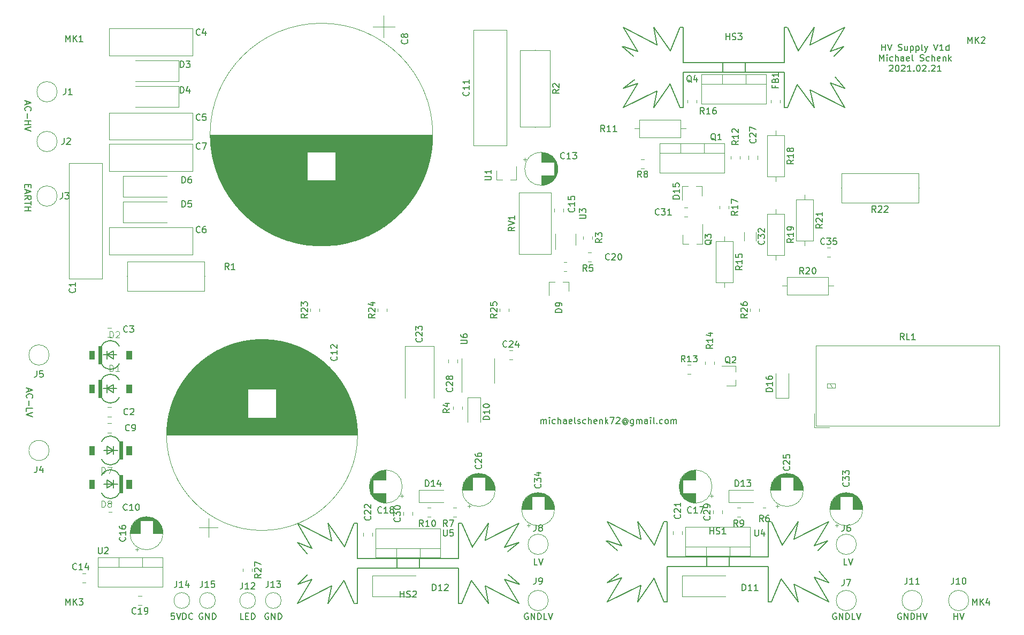
<source format=gbr>
G04 #@! TF.GenerationSoftware,KiCad,Pcbnew,(5.1.9-0-10_14)*
G04 #@! TF.CreationDate,2021-02-21T16:18:30+01:00*
G04 #@! TF.ProjectId,hv-power-supply-v1,68762d70-6f77-4657-922d-737570706c79,rev?*
G04 #@! TF.SameCoordinates,Original*
G04 #@! TF.FileFunction,Legend,Top*
G04 #@! TF.FilePolarity,Positive*
%FSLAX46Y46*%
G04 Gerber Fmt 4.6, Leading zero omitted, Abs format (unit mm)*
G04 Created by KiCad (PCBNEW (5.1.9-0-10_14)) date 2021-02-21 16:18:30*
%MOMM*%
%LPD*%
G01*
G04 APERTURE LIST*
%ADD10C,0.150000*%
%ADD11C,0.120000*%
%ADD12C,0.152400*%
%ADD13C,0.010000*%
%ADD14C,0.015000*%
G04 APERTURE END LIST*
D10*
X202955714Y-142334380D02*
X202955714Y-141334380D01*
X202955714Y-141810571D02*
X203527142Y-141810571D01*
X203527142Y-142334380D02*
X203527142Y-141334380D01*
X203860476Y-141334380D02*
X204193809Y-142334380D01*
X204527142Y-141334380D01*
X194589714Y-141382000D02*
X194494476Y-141334380D01*
X194351619Y-141334380D01*
X194208761Y-141382000D01*
X194113523Y-141477238D01*
X194065904Y-141572476D01*
X194018285Y-141762952D01*
X194018285Y-141905809D01*
X194065904Y-142096285D01*
X194113523Y-142191523D01*
X194208761Y-142286761D01*
X194351619Y-142334380D01*
X194446857Y-142334380D01*
X194589714Y-142286761D01*
X194637333Y-142239142D01*
X194637333Y-141905809D01*
X194446857Y-141905809D01*
X195065904Y-142334380D02*
X195065904Y-141334380D01*
X195637333Y-142334380D01*
X195637333Y-141334380D01*
X196113523Y-142334380D02*
X196113523Y-141334380D01*
X196351619Y-141334380D01*
X196494476Y-141382000D01*
X196589714Y-141477238D01*
X196637333Y-141572476D01*
X196684952Y-141762952D01*
X196684952Y-141905809D01*
X196637333Y-142096285D01*
X196589714Y-142191523D01*
X196494476Y-142286761D01*
X196351619Y-142334380D01*
X196113523Y-142334380D01*
X197113523Y-142334380D02*
X197113523Y-141334380D01*
X197113523Y-141810571D02*
X197684952Y-141810571D01*
X197684952Y-142334380D02*
X197684952Y-141334380D01*
X198018285Y-141334380D02*
X198351619Y-142334380D01*
X198684952Y-141334380D01*
X184294761Y-141382000D02*
X184199523Y-141334380D01*
X184056666Y-141334380D01*
X183913809Y-141382000D01*
X183818571Y-141477238D01*
X183770952Y-141572476D01*
X183723333Y-141762952D01*
X183723333Y-141905809D01*
X183770952Y-142096285D01*
X183818571Y-142191523D01*
X183913809Y-142286761D01*
X184056666Y-142334380D01*
X184151904Y-142334380D01*
X184294761Y-142286761D01*
X184342380Y-142239142D01*
X184342380Y-141905809D01*
X184151904Y-141905809D01*
X184770952Y-142334380D02*
X184770952Y-141334380D01*
X185342380Y-142334380D01*
X185342380Y-141334380D01*
X185818571Y-142334380D02*
X185818571Y-141334380D01*
X186056666Y-141334380D01*
X186199523Y-141382000D01*
X186294761Y-141477238D01*
X186342380Y-141572476D01*
X186390000Y-141762952D01*
X186390000Y-141905809D01*
X186342380Y-142096285D01*
X186294761Y-142191523D01*
X186199523Y-142286761D01*
X186056666Y-142334380D01*
X185818571Y-142334380D01*
X187294761Y-142334380D02*
X186818571Y-142334380D01*
X186818571Y-141334380D01*
X187485238Y-141334380D02*
X187818571Y-142334380D01*
X188151904Y-141334380D01*
X186024952Y-133698380D02*
X185548761Y-133698380D01*
X185548761Y-132698380D01*
X186215428Y-132698380D02*
X186548761Y-133698380D01*
X186882095Y-132698380D01*
X137002952Y-133698380D02*
X136526761Y-133698380D01*
X136526761Y-132698380D01*
X137193428Y-132698380D02*
X137526761Y-133698380D01*
X137860095Y-132698380D01*
X135526761Y-141382000D02*
X135431523Y-141334380D01*
X135288666Y-141334380D01*
X135145809Y-141382000D01*
X135050571Y-141477238D01*
X135002952Y-141572476D01*
X134955333Y-141762952D01*
X134955333Y-141905809D01*
X135002952Y-142096285D01*
X135050571Y-142191523D01*
X135145809Y-142286761D01*
X135288666Y-142334380D01*
X135383904Y-142334380D01*
X135526761Y-142286761D01*
X135574380Y-142239142D01*
X135574380Y-141905809D01*
X135383904Y-141905809D01*
X136002952Y-142334380D02*
X136002952Y-141334380D01*
X136574380Y-142334380D01*
X136574380Y-141334380D01*
X137050571Y-142334380D02*
X137050571Y-141334380D01*
X137288666Y-141334380D01*
X137431523Y-141382000D01*
X137526761Y-141477238D01*
X137574380Y-141572476D01*
X137622000Y-141762952D01*
X137622000Y-141905809D01*
X137574380Y-142096285D01*
X137526761Y-142191523D01*
X137431523Y-142286761D01*
X137288666Y-142334380D01*
X137050571Y-142334380D01*
X138526761Y-142334380D02*
X138050571Y-142334380D01*
X138050571Y-141334380D01*
X138717238Y-141334380D02*
X139050571Y-142334380D01*
X139383904Y-141334380D01*
X94450095Y-141382000D02*
X94354857Y-141334380D01*
X94212000Y-141334380D01*
X94069142Y-141382000D01*
X93973904Y-141477238D01*
X93926285Y-141572476D01*
X93878666Y-141762952D01*
X93878666Y-141905809D01*
X93926285Y-142096285D01*
X93973904Y-142191523D01*
X94069142Y-142286761D01*
X94212000Y-142334380D01*
X94307238Y-142334380D01*
X94450095Y-142286761D01*
X94497714Y-142239142D01*
X94497714Y-141905809D01*
X94307238Y-141905809D01*
X94926285Y-142334380D02*
X94926285Y-141334380D01*
X95497714Y-142334380D01*
X95497714Y-141334380D01*
X95973904Y-142334380D02*
X95973904Y-141334380D01*
X96212000Y-141334380D01*
X96354857Y-141382000D01*
X96450095Y-141477238D01*
X96497714Y-141572476D01*
X96545333Y-141762952D01*
X96545333Y-141905809D01*
X96497714Y-142096285D01*
X96450095Y-142191523D01*
X96354857Y-142286761D01*
X96212000Y-142334380D01*
X95973904Y-142334380D01*
X90505142Y-142334380D02*
X90028952Y-142334380D01*
X90028952Y-141334380D01*
X90838476Y-141810571D02*
X91171809Y-141810571D01*
X91314666Y-142334380D02*
X90838476Y-142334380D01*
X90838476Y-141334380D01*
X91314666Y-141334380D01*
X91743238Y-142334380D02*
X91743238Y-141334380D01*
X91981333Y-141334380D01*
X92124190Y-141382000D01*
X92219428Y-141477238D01*
X92267047Y-141572476D01*
X92314666Y-141762952D01*
X92314666Y-141905809D01*
X92267047Y-142096285D01*
X92219428Y-142191523D01*
X92124190Y-142286761D01*
X91981333Y-142334380D01*
X91743238Y-142334380D01*
X84036095Y-141382000D02*
X83940857Y-141334380D01*
X83798000Y-141334380D01*
X83655142Y-141382000D01*
X83559904Y-141477238D01*
X83512285Y-141572476D01*
X83464666Y-141762952D01*
X83464666Y-141905809D01*
X83512285Y-142096285D01*
X83559904Y-142191523D01*
X83655142Y-142286761D01*
X83798000Y-142334380D01*
X83893238Y-142334380D01*
X84036095Y-142286761D01*
X84083714Y-142239142D01*
X84083714Y-141905809D01*
X83893238Y-141905809D01*
X84512285Y-142334380D02*
X84512285Y-141334380D01*
X85083714Y-142334380D01*
X85083714Y-141334380D01*
X85559904Y-142334380D02*
X85559904Y-141334380D01*
X85798000Y-141334380D01*
X85940857Y-141382000D01*
X86036095Y-141477238D01*
X86083714Y-141572476D01*
X86131333Y-141762952D01*
X86131333Y-141905809D01*
X86083714Y-142096285D01*
X86036095Y-142191523D01*
X85940857Y-142286761D01*
X85798000Y-142334380D01*
X85559904Y-142334380D01*
X79543523Y-141334380D02*
X79067333Y-141334380D01*
X79019714Y-141810571D01*
X79067333Y-141762952D01*
X79162571Y-141715333D01*
X79400666Y-141715333D01*
X79495904Y-141762952D01*
X79543523Y-141810571D01*
X79591142Y-141905809D01*
X79591142Y-142143904D01*
X79543523Y-142239142D01*
X79495904Y-142286761D01*
X79400666Y-142334380D01*
X79162571Y-142334380D01*
X79067333Y-142286761D01*
X79019714Y-142239142D01*
X79876857Y-141334380D02*
X80210190Y-142334380D01*
X80543523Y-141334380D01*
X80876857Y-142334380D02*
X80876857Y-141334380D01*
X81114952Y-141334380D01*
X81257809Y-141382000D01*
X81353047Y-141477238D01*
X81400666Y-141572476D01*
X81448285Y-141762952D01*
X81448285Y-141905809D01*
X81400666Y-142096285D01*
X81353047Y-142191523D01*
X81257809Y-142286761D01*
X81114952Y-142334380D01*
X80876857Y-142334380D01*
X82448285Y-142239142D02*
X82400666Y-142286761D01*
X82257809Y-142334380D01*
X82162571Y-142334380D01*
X82019714Y-142286761D01*
X81924476Y-142191523D01*
X81876857Y-142096285D01*
X81829238Y-141905809D01*
X81829238Y-141762952D01*
X81876857Y-141572476D01*
X81924476Y-141477238D01*
X82019714Y-141382000D01*
X82162571Y-141334380D01*
X82257809Y-141334380D01*
X82400666Y-141382000D01*
X82448285Y-141429619D01*
X56437333Y-105782523D02*
X56437333Y-106258714D01*
X56151619Y-105687285D02*
X57151619Y-106020619D01*
X56151619Y-106353952D01*
X56246857Y-107258714D02*
X56199238Y-107211095D01*
X56151619Y-107068238D01*
X56151619Y-106973000D01*
X56199238Y-106830142D01*
X56294476Y-106734904D01*
X56389714Y-106687285D01*
X56580190Y-106639666D01*
X56723047Y-106639666D01*
X56913523Y-106687285D01*
X57008761Y-106734904D01*
X57104000Y-106830142D01*
X57151619Y-106973000D01*
X57151619Y-107068238D01*
X57104000Y-107211095D01*
X57056380Y-107258714D01*
X56532571Y-107687285D02*
X56532571Y-108449190D01*
X56151619Y-109401571D02*
X56151619Y-108925380D01*
X57151619Y-108925380D01*
X57151619Y-109592047D02*
X56151619Y-109925380D01*
X57151619Y-110258714D01*
X56421428Y-73540380D02*
X56421428Y-73873714D01*
X55897619Y-74016571D02*
X55897619Y-73540380D01*
X56897619Y-73540380D01*
X56897619Y-74016571D01*
X56183333Y-74397523D02*
X56183333Y-74873714D01*
X55897619Y-74302285D02*
X56897619Y-74635619D01*
X55897619Y-74968952D01*
X55897619Y-75873714D02*
X56373809Y-75540380D01*
X55897619Y-75302285D02*
X56897619Y-75302285D01*
X56897619Y-75683238D01*
X56850000Y-75778476D01*
X56802380Y-75826095D01*
X56707142Y-75873714D01*
X56564285Y-75873714D01*
X56469047Y-75826095D01*
X56421428Y-75778476D01*
X56373809Y-75683238D01*
X56373809Y-75302285D01*
X56897619Y-76159428D02*
X56897619Y-76730857D01*
X55897619Y-76445142D02*
X56897619Y-76445142D01*
X55897619Y-77064190D02*
X56897619Y-77064190D01*
X56421428Y-77064190D02*
X56421428Y-77635619D01*
X55897619Y-77635619D02*
X56897619Y-77635619D01*
X56183333Y-60324476D02*
X56183333Y-60800666D01*
X55897619Y-60229238D02*
X56897619Y-60562571D01*
X55897619Y-60895904D01*
X55992857Y-61800666D02*
X55945238Y-61753047D01*
X55897619Y-61610190D01*
X55897619Y-61514952D01*
X55945238Y-61372095D01*
X56040476Y-61276857D01*
X56135714Y-61229238D01*
X56326190Y-61181619D01*
X56469047Y-61181619D01*
X56659523Y-61229238D01*
X56754761Y-61276857D01*
X56850000Y-61372095D01*
X56897619Y-61514952D01*
X56897619Y-61610190D01*
X56850000Y-61753047D01*
X56802380Y-61800666D01*
X56278571Y-62229238D02*
X56278571Y-62991142D01*
X55897619Y-63467333D02*
X56897619Y-63467333D01*
X56421428Y-63467333D02*
X56421428Y-64038761D01*
X55897619Y-64038761D02*
X56897619Y-64038761D01*
X56897619Y-64372095D02*
X55897619Y-64705428D01*
X56897619Y-65038761D01*
X137583714Y-111346380D02*
X137583714Y-110679714D01*
X137583714Y-110774952D02*
X137631333Y-110727333D01*
X137726571Y-110679714D01*
X137869428Y-110679714D01*
X137964666Y-110727333D01*
X138012285Y-110822571D01*
X138012285Y-111346380D01*
X138012285Y-110822571D02*
X138059904Y-110727333D01*
X138155142Y-110679714D01*
X138298000Y-110679714D01*
X138393238Y-110727333D01*
X138440857Y-110822571D01*
X138440857Y-111346380D01*
X138917047Y-111346380D02*
X138917047Y-110679714D01*
X138917047Y-110346380D02*
X138869428Y-110394000D01*
X138917047Y-110441619D01*
X138964666Y-110394000D01*
X138917047Y-110346380D01*
X138917047Y-110441619D01*
X139821809Y-111298761D02*
X139726571Y-111346380D01*
X139536095Y-111346380D01*
X139440857Y-111298761D01*
X139393238Y-111251142D01*
X139345619Y-111155904D01*
X139345619Y-110870190D01*
X139393238Y-110774952D01*
X139440857Y-110727333D01*
X139536095Y-110679714D01*
X139726571Y-110679714D01*
X139821809Y-110727333D01*
X140250380Y-111346380D02*
X140250380Y-110346380D01*
X140678952Y-111346380D02*
X140678952Y-110822571D01*
X140631333Y-110727333D01*
X140536095Y-110679714D01*
X140393238Y-110679714D01*
X140298000Y-110727333D01*
X140250380Y-110774952D01*
X141583714Y-111346380D02*
X141583714Y-110822571D01*
X141536095Y-110727333D01*
X141440857Y-110679714D01*
X141250380Y-110679714D01*
X141155142Y-110727333D01*
X141583714Y-111298761D02*
X141488476Y-111346380D01*
X141250380Y-111346380D01*
X141155142Y-111298761D01*
X141107523Y-111203523D01*
X141107523Y-111108285D01*
X141155142Y-111013047D01*
X141250380Y-110965428D01*
X141488476Y-110965428D01*
X141583714Y-110917809D01*
X142440857Y-111298761D02*
X142345619Y-111346380D01*
X142155142Y-111346380D01*
X142059904Y-111298761D01*
X142012285Y-111203523D01*
X142012285Y-110822571D01*
X142059904Y-110727333D01*
X142155142Y-110679714D01*
X142345619Y-110679714D01*
X142440857Y-110727333D01*
X142488476Y-110822571D01*
X142488476Y-110917809D01*
X142012285Y-111013047D01*
X143059904Y-111346380D02*
X142964666Y-111298761D01*
X142917047Y-111203523D01*
X142917047Y-110346380D01*
X143393238Y-111298761D02*
X143488476Y-111346380D01*
X143678952Y-111346380D01*
X143774190Y-111298761D01*
X143821809Y-111203523D01*
X143821809Y-111155904D01*
X143774190Y-111060666D01*
X143678952Y-111013047D01*
X143536095Y-111013047D01*
X143440857Y-110965428D01*
X143393238Y-110870190D01*
X143393238Y-110822571D01*
X143440857Y-110727333D01*
X143536095Y-110679714D01*
X143678952Y-110679714D01*
X143774190Y-110727333D01*
X144678952Y-111298761D02*
X144583714Y-111346380D01*
X144393238Y-111346380D01*
X144298000Y-111298761D01*
X144250380Y-111251142D01*
X144202761Y-111155904D01*
X144202761Y-110870190D01*
X144250380Y-110774952D01*
X144298000Y-110727333D01*
X144393238Y-110679714D01*
X144583714Y-110679714D01*
X144678952Y-110727333D01*
X145107523Y-111346380D02*
X145107523Y-110346380D01*
X145536095Y-111346380D02*
X145536095Y-110822571D01*
X145488476Y-110727333D01*
X145393238Y-110679714D01*
X145250380Y-110679714D01*
X145155142Y-110727333D01*
X145107523Y-110774952D01*
X146393238Y-111298761D02*
X146298000Y-111346380D01*
X146107523Y-111346380D01*
X146012285Y-111298761D01*
X145964666Y-111203523D01*
X145964666Y-110822571D01*
X146012285Y-110727333D01*
X146107523Y-110679714D01*
X146298000Y-110679714D01*
X146393238Y-110727333D01*
X146440857Y-110822571D01*
X146440857Y-110917809D01*
X145964666Y-111013047D01*
X146869428Y-110679714D02*
X146869428Y-111346380D01*
X146869428Y-110774952D02*
X146917047Y-110727333D01*
X147012285Y-110679714D01*
X147155142Y-110679714D01*
X147250380Y-110727333D01*
X147298000Y-110822571D01*
X147298000Y-111346380D01*
X147774190Y-111346380D02*
X147774190Y-110346380D01*
X147869428Y-110965428D02*
X148155142Y-111346380D01*
X148155142Y-110679714D02*
X147774190Y-111060666D01*
X148488476Y-110346380D02*
X149155142Y-110346380D01*
X148726571Y-111346380D01*
X149488476Y-110441619D02*
X149536095Y-110394000D01*
X149631333Y-110346380D01*
X149869428Y-110346380D01*
X149964666Y-110394000D01*
X150012285Y-110441619D01*
X150059904Y-110536857D01*
X150059904Y-110632095D01*
X150012285Y-110774952D01*
X149440857Y-111346380D01*
X150059904Y-111346380D01*
X151107523Y-110870190D02*
X151059904Y-110822571D01*
X150964666Y-110774952D01*
X150869428Y-110774952D01*
X150774190Y-110822571D01*
X150726571Y-110870190D01*
X150678952Y-110965428D01*
X150678952Y-111060666D01*
X150726571Y-111155904D01*
X150774190Y-111203523D01*
X150869428Y-111251142D01*
X150964666Y-111251142D01*
X151059904Y-111203523D01*
X151107523Y-111155904D01*
X151107523Y-110774952D02*
X151107523Y-111155904D01*
X151155142Y-111203523D01*
X151202761Y-111203523D01*
X151298000Y-111155904D01*
X151345619Y-111060666D01*
X151345619Y-110822571D01*
X151250380Y-110679714D01*
X151107523Y-110584476D01*
X150917047Y-110536857D01*
X150726571Y-110584476D01*
X150583714Y-110679714D01*
X150488476Y-110822571D01*
X150440857Y-111013047D01*
X150488476Y-111203523D01*
X150583714Y-111346380D01*
X150726571Y-111441619D01*
X150917047Y-111489238D01*
X151107523Y-111441619D01*
X151250380Y-111346380D01*
X152202761Y-110679714D02*
X152202761Y-111489238D01*
X152155142Y-111584476D01*
X152107523Y-111632095D01*
X152012285Y-111679714D01*
X151869428Y-111679714D01*
X151774190Y-111632095D01*
X152202761Y-111298761D02*
X152107523Y-111346380D01*
X151917047Y-111346380D01*
X151821809Y-111298761D01*
X151774190Y-111251142D01*
X151726571Y-111155904D01*
X151726571Y-110870190D01*
X151774190Y-110774952D01*
X151821809Y-110727333D01*
X151917047Y-110679714D01*
X152107523Y-110679714D01*
X152202761Y-110727333D01*
X152678952Y-111346380D02*
X152678952Y-110679714D01*
X152678952Y-110774952D02*
X152726571Y-110727333D01*
X152821809Y-110679714D01*
X152964666Y-110679714D01*
X153059904Y-110727333D01*
X153107523Y-110822571D01*
X153107523Y-111346380D01*
X153107523Y-110822571D02*
X153155142Y-110727333D01*
X153250380Y-110679714D01*
X153393238Y-110679714D01*
X153488476Y-110727333D01*
X153536095Y-110822571D01*
X153536095Y-111346380D01*
X154440857Y-111346380D02*
X154440857Y-110822571D01*
X154393238Y-110727333D01*
X154298000Y-110679714D01*
X154107523Y-110679714D01*
X154012285Y-110727333D01*
X154440857Y-111298761D02*
X154345619Y-111346380D01*
X154107523Y-111346380D01*
X154012285Y-111298761D01*
X153964666Y-111203523D01*
X153964666Y-111108285D01*
X154012285Y-111013047D01*
X154107523Y-110965428D01*
X154345619Y-110965428D01*
X154440857Y-110917809D01*
X154917047Y-111346380D02*
X154917047Y-110679714D01*
X154917047Y-110346380D02*
X154869428Y-110394000D01*
X154917047Y-110441619D01*
X154964666Y-110394000D01*
X154917047Y-110346380D01*
X154917047Y-110441619D01*
X155536095Y-111346380D02*
X155440857Y-111298761D01*
X155393238Y-111203523D01*
X155393238Y-110346380D01*
X155917047Y-111251142D02*
X155964666Y-111298761D01*
X155917047Y-111346380D01*
X155869428Y-111298761D01*
X155917047Y-111251142D01*
X155917047Y-111346380D01*
X156821809Y-111298761D02*
X156726571Y-111346380D01*
X156536095Y-111346380D01*
X156440857Y-111298761D01*
X156393238Y-111251142D01*
X156345619Y-111155904D01*
X156345619Y-110870190D01*
X156393238Y-110774952D01*
X156440857Y-110727333D01*
X156536095Y-110679714D01*
X156726571Y-110679714D01*
X156821809Y-110727333D01*
X157393238Y-111346380D02*
X157298000Y-111298761D01*
X157250380Y-111251142D01*
X157202761Y-111155904D01*
X157202761Y-110870190D01*
X157250380Y-110774952D01*
X157298000Y-110727333D01*
X157393238Y-110679714D01*
X157536095Y-110679714D01*
X157631333Y-110727333D01*
X157678952Y-110774952D01*
X157726571Y-110870190D01*
X157726571Y-111155904D01*
X157678952Y-111251142D01*
X157631333Y-111298761D01*
X157536095Y-111346380D01*
X157393238Y-111346380D01*
X158155142Y-111346380D02*
X158155142Y-110679714D01*
X158155142Y-110774952D02*
X158202761Y-110727333D01*
X158298000Y-110679714D01*
X158440857Y-110679714D01*
X158536095Y-110727333D01*
X158583714Y-110822571D01*
X158583714Y-111346380D01*
X158583714Y-110822571D02*
X158631333Y-110727333D01*
X158726571Y-110679714D01*
X158869428Y-110679714D01*
X158964666Y-110727333D01*
X159012285Y-110822571D01*
X159012285Y-111346380D01*
X191502476Y-52292380D02*
X191502476Y-51292380D01*
X191502476Y-51768571D02*
X192073904Y-51768571D01*
X192073904Y-52292380D02*
X192073904Y-51292380D01*
X192407238Y-51292380D02*
X192740571Y-52292380D01*
X193073904Y-51292380D01*
X194121523Y-52244761D02*
X194264380Y-52292380D01*
X194502476Y-52292380D01*
X194597714Y-52244761D01*
X194645333Y-52197142D01*
X194692952Y-52101904D01*
X194692952Y-52006666D01*
X194645333Y-51911428D01*
X194597714Y-51863809D01*
X194502476Y-51816190D01*
X194312000Y-51768571D01*
X194216761Y-51720952D01*
X194169142Y-51673333D01*
X194121523Y-51578095D01*
X194121523Y-51482857D01*
X194169142Y-51387619D01*
X194216761Y-51340000D01*
X194312000Y-51292380D01*
X194550095Y-51292380D01*
X194692952Y-51340000D01*
X195550095Y-51625714D02*
X195550095Y-52292380D01*
X195121523Y-51625714D02*
X195121523Y-52149523D01*
X195169142Y-52244761D01*
X195264380Y-52292380D01*
X195407238Y-52292380D01*
X195502476Y-52244761D01*
X195550095Y-52197142D01*
X196026285Y-51625714D02*
X196026285Y-52625714D01*
X196026285Y-51673333D02*
X196121523Y-51625714D01*
X196312000Y-51625714D01*
X196407238Y-51673333D01*
X196454857Y-51720952D01*
X196502476Y-51816190D01*
X196502476Y-52101904D01*
X196454857Y-52197142D01*
X196407238Y-52244761D01*
X196312000Y-52292380D01*
X196121523Y-52292380D01*
X196026285Y-52244761D01*
X196931047Y-51625714D02*
X196931047Y-52625714D01*
X196931047Y-51673333D02*
X197026285Y-51625714D01*
X197216761Y-51625714D01*
X197312000Y-51673333D01*
X197359619Y-51720952D01*
X197407238Y-51816190D01*
X197407238Y-52101904D01*
X197359619Y-52197142D01*
X197312000Y-52244761D01*
X197216761Y-52292380D01*
X197026285Y-52292380D01*
X196931047Y-52244761D01*
X197978666Y-52292380D02*
X197883428Y-52244761D01*
X197835809Y-52149523D01*
X197835809Y-51292380D01*
X198264380Y-51625714D02*
X198502476Y-52292380D01*
X198740571Y-51625714D02*
X198502476Y-52292380D01*
X198407238Y-52530476D01*
X198359619Y-52578095D01*
X198264380Y-52625714D01*
X199740571Y-51292380D02*
X200073904Y-52292380D01*
X200407238Y-51292380D01*
X201264380Y-52292380D02*
X200692952Y-52292380D01*
X200978666Y-52292380D02*
X200978666Y-51292380D01*
X200883428Y-51435238D01*
X200788190Y-51530476D01*
X200692952Y-51578095D01*
X202121523Y-52292380D02*
X202121523Y-51292380D01*
X202121523Y-52244761D02*
X202026285Y-52292380D01*
X201835809Y-52292380D01*
X201740571Y-52244761D01*
X201692952Y-52197142D01*
X201645333Y-52101904D01*
X201645333Y-51816190D01*
X201692952Y-51720952D01*
X201740571Y-51673333D01*
X201835809Y-51625714D01*
X202026285Y-51625714D01*
X202121523Y-51673333D01*
X191192952Y-53942380D02*
X191192952Y-52942380D01*
X191526285Y-53656666D01*
X191859619Y-52942380D01*
X191859619Y-53942380D01*
X192335809Y-53942380D02*
X192335809Y-53275714D01*
X192335809Y-52942380D02*
X192288190Y-52990000D01*
X192335809Y-53037619D01*
X192383428Y-52990000D01*
X192335809Y-52942380D01*
X192335809Y-53037619D01*
X193240571Y-53894761D02*
X193145333Y-53942380D01*
X192954857Y-53942380D01*
X192859619Y-53894761D01*
X192812000Y-53847142D01*
X192764380Y-53751904D01*
X192764380Y-53466190D01*
X192812000Y-53370952D01*
X192859619Y-53323333D01*
X192954857Y-53275714D01*
X193145333Y-53275714D01*
X193240571Y-53323333D01*
X193669142Y-53942380D02*
X193669142Y-52942380D01*
X194097714Y-53942380D02*
X194097714Y-53418571D01*
X194050095Y-53323333D01*
X193954857Y-53275714D01*
X193812000Y-53275714D01*
X193716761Y-53323333D01*
X193669142Y-53370952D01*
X195002476Y-53942380D02*
X195002476Y-53418571D01*
X194954857Y-53323333D01*
X194859619Y-53275714D01*
X194669142Y-53275714D01*
X194573904Y-53323333D01*
X195002476Y-53894761D02*
X194907238Y-53942380D01*
X194669142Y-53942380D01*
X194573904Y-53894761D01*
X194526285Y-53799523D01*
X194526285Y-53704285D01*
X194573904Y-53609047D01*
X194669142Y-53561428D01*
X194907238Y-53561428D01*
X195002476Y-53513809D01*
X195859619Y-53894761D02*
X195764380Y-53942380D01*
X195573904Y-53942380D01*
X195478666Y-53894761D01*
X195431047Y-53799523D01*
X195431047Y-53418571D01*
X195478666Y-53323333D01*
X195573904Y-53275714D01*
X195764380Y-53275714D01*
X195859619Y-53323333D01*
X195907238Y-53418571D01*
X195907238Y-53513809D01*
X195431047Y-53609047D01*
X196478666Y-53942380D02*
X196383428Y-53894761D01*
X196335809Y-53799523D01*
X196335809Y-52942380D01*
X197573904Y-53894761D02*
X197716761Y-53942380D01*
X197954857Y-53942380D01*
X198050095Y-53894761D01*
X198097714Y-53847142D01*
X198145333Y-53751904D01*
X198145333Y-53656666D01*
X198097714Y-53561428D01*
X198050095Y-53513809D01*
X197954857Y-53466190D01*
X197764380Y-53418571D01*
X197669142Y-53370952D01*
X197621523Y-53323333D01*
X197573904Y-53228095D01*
X197573904Y-53132857D01*
X197621523Y-53037619D01*
X197669142Y-52990000D01*
X197764380Y-52942380D01*
X198002476Y-52942380D01*
X198145333Y-52990000D01*
X199002476Y-53894761D02*
X198907238Y-53942380D01*
X198716761Y-53942380D01*
X198621523Y-53894761D01*
X198573904Y-53847142D01*
X198526285Y-53751904D01*
X198526285Y-53466190D01*
X198573904Y-53370952D01*
X198621523Y-53323333D01*
X198716761Y-53275714D01*
X198907238Y-53275714D01*
X199002476Y-53323333D01*
X199431047Y-53942380D02*
X199431047Y-52942380D01*
X199859619Y-53942380D02*
X199859619Y-53418571D01*
X199812000Y-53323333D01*
X199716761Y-53275714D01*
X199573904Y-53275714D01*
X199478666Y-53323333D01*
X199431047Y-53370952D01*
X200716761Y-53894761D02*
X200621523Y-53942380D01*
X200431047Y-53942380D01*
X200335809Y-53894761D01*
X200288190Y-53799523D01*
X200288190Y-53418571D01*
X200335809Y-53323333D01*
X200431047Y-53275714D01*
X200621523Y-53275714D01*
X200716761Y-53323333D01*
X200764380Y-53418571D01*
X200764380Y-53513809D01*
X200288190Y-53609047D01*
X201192952Y-53275714D02*
X201192952Y-53942380D01*
X201192952Y-53370952D02*
X201240571Y-53323333D01*
X201335809Y-53275714D01*
X201478666Y-53275714D01*
X201573904Y-53323333D01*
X201621523Y-53418571D01*
X201621523Y-53942380D01*
X202097714Y-53942380D02*
X202097714Y-52942380D01*
X202192952Y-53561428D02*
X202478666Y-53942380D01*
X202478666Y-53275714D02*
X202097714Y-53656666D01*
X192716761Y-54687619D02*
X192764380Y-54640000D01*
X192859619Y-54592380D01*
X193097714Y-54592380D01*
X193192952Y-54640000D01*
X193240571Y-54687619D01*
X193288190Y-54782857D01*
X193288190Y-54878095D01*
X193240571Y-55020952D01*
X192669142Y-55592380D01*
X193288190Y-55592380D01*
X193907238Y-54592380D02*
X194002476Y-54592380D01*
X194097714Y-54640000D01*
X194145333Y-54687619D01*
X194192952Y-54782857D01*
X194240571Y-54973333D01*
X194240571Y-55211428D01*
X194192952Y-55401904D01*
X194145333Y-55497142D01*
X194097714Y-55544761D01*
X194002476Y-55592380D01*
X193907238Y-55592380D01*
X193812000Y-55544761D01*
X193764380Y-55497142D01*
X193716761Y-55401904D01*
X193669142Y-55211428D01*
X193669142Y-54973333D01*
X193716761Y-54782857D01*
X193764380Y-54687619D01*
X193812000Y-54640000D01*
X193907238Y-54592380D01*
X194621523Y-54687619D02*
X194669142Y-54640000D01*
X194764380Y-54592380D01*
X195002476Y-54592380D01*
X195097714Y-54640000D01*
X195145333Y-54687619D01*
X195192952Y-54782857D01*
X195192952Y-54878095D01*
X195145333Y-55020952D01*
X194573904Y-55592380D01*
X195192952Y-55592380D01*
X196145333Y-55592380D02*
X195573904Y-55592380D01*
X195859619Y-55592380D02*
X195859619Y-54592380D01*
X195764380Y-54735238D01*
X195669142Y-54830476D01*
X195573904Y-54878095D01*
X196573904Y-55497142D02*
X196621523Y-55544761D01*
X196573904Y-55592380D01*
X196526285Y-55544761D01*
X196573904Y-55497142D01*
X196573904Y-55592380D01*
X197240571Y-54592380D02*
X197335809Y-54592380D01*
X197431047Y-54640000D01*
X197478666Y-54687619D01*
X197526285Y-54782857D01*
X197573904Y-54973333D01*
X197573904Y-55211428D01*
X197526285Y-55401904D01*
X197478666Y-55497142D01*
X197431047Y-55544761D01*
X197335809Y-55592380D01*
X197240571Y-55592380D01*
X197145333Y-55544761D01*
X197097714Y-55497142D01*
X197050095Y-55401904D01*
X197002476Y-55211428D01*
X197002476Y-54973333D01*
X197050095Y-54782857D01*
X197097714Y-54687619D01*
X197145333Y-54640000D01*
X197240571Y-54592380D01*
X197954857Y-54687619D02*
X198002476Y-54640000D01*
X198097714Y-54592380D01*
X198335809Y-54592380D01*
X198431047Y-54640000D01*
X198478666Y-54687619D01*
X198526285Y-54782857D01*
X198526285Y-54878095D01*
X198478666Y-55020952D01*
X197907238Y-55592380D01*
X198526285Y-55592380D01*
X198954857Y-55497142D02*
X199002476Y-55544761D01*
X198954857Y-55592380D01*
X198907238Y-55544761D01*
X198954857Y-55497142D01*
X198954857Y-55592380D01*
X199383428Y-54687619D02*
X199431047Y-54640000D01*
X199526285Y-54592380D01*
X199764380Y-54592380D01*
X199859619Y-54640000D01*
X199907238Y-54687619D01*
X199954857Y-54782857D01*
X199954857Y-54878095D01*
X199907238Y-55020952D01*
X199335809Y-55592380D01*
X199954857Y-55592380D01*
X200907238Y-55592380D02*
X200335809Y-55592380D01*
X200621523Y-55592380D02*
X200621523Y-54592380D01*
X200526285Y-54735238D01*
X200431047Y-54830476D01*
X200335809Y-54878095D01*
D11*
X110875000Y-135406000D02*
X117775000Y-135406000D01*
X110875000Y-138706000D02*
X117775000Y-138706000D01*
X110875000Y-135406000D02*
X110875000Y-138706000D01*
X159897000Y-135406000D02*
X166797000Y-135406000D01*
X159897000Y-138706000D02*
X166797000Y-138706000D01*
X159897000Y-135406000D02*
X159897000Y-138706000D01*
X185044000Y-74064000D02*
X185154000Y-74064000D01*
X197404000Y-74064000D02*
X197294000Y-74064000D01*
X185154000Y-76434000D02*
X197294000Y-76434000D01*
X185154000Y-71694000D02*
X185154000Y-76434000D01*
X197294000Y-71694000D02*
X185154000Y-71694000D01*
X197294000Y-76434000D02*
X197294000Y-71694000D01*
D12*
X68288000Y-100480000D02*
X68923000Y-100480000D01*
X69939000Y-99845000D02*
X69939000Y-101115000D01*
X69939000Y-101115000D02*
X68923000Y-100480000D01*
X68923000Y-100480000D02*
X70447000Y-100480000D01*
X68923000Y-100480000D02*
X69939000Y-99845000D01*
X68923000Y-100480000D02*
X68923000Y-101115000D01*
X68923000Y-99845000D02*
X68923000Y-100480000D01*
D13*
G36*
X67525790Y-99083000D02*
G01*
X68034000Y-99083000D01*
X68034000Y-101877150D01*
X67525790Y-101877150D01*
X67525790Y-99083000D01*
G37*
X67525790Y-99083000D02*
X68034000Y-99083000D01*
X68034000Y-101877150D01*
X67525790Y-101877150D01*
X67525790Y-99083000D01*
G36*
X71971510Y-99819600D02*
G01*
X72758400Y-99819600D01*
X72758400Y-101140533D01*
X71971510Y-101140533D01*
X71971510Y-99819600D01*
G37*
X71971510Y-99819600D02*
X72758400Y-99819600D01*
X72758400Y-101140533D01*
X71971510Y-101140533D01*
X71971510Y-99819600D01*
G36*
X66101630Y-99819600D02*
G01*
X66891000Y-99819600D01*
X66891000Y-101140791D01*
X66101630Y-101140791D01*
X66101630Y-99819600D01*
G37*
X66101630Y-99819600D02*
X66891000Y-99819600D01*
X66891000Y-101140791D01*
X66101630Y-101140791D01*
X66101630Y-99819600D01*
D12*
X68034000Y-99083000D02*
G75*
G02*
X70828000Y-99083000I1397000J-635001D01*
G01*
X68034000Y-101877000D02*
G75*
G03*
X70828000Y-101877000I1397000J635001D01*
G01*
X70574000Y-120927000D02*
X69939000Y-120927000D01*
X68923000Y-121562000D02*
X68923000Y-120292000D01*
X68923000Y-120292000D02*
X69939000Y-120927000D01*
X69939000Y-120927000D02*
X68415000Y-120927000D01*
X69939000Y-120927000D02*
X68923000Y-121562000D01*
X69939000Y-120927000D02*
X69939000Y-120292000D01*
X69939000Y-121562000D02*
X69939000Y-120927000D01*
D13*
G36*
X71336210Y-122324000D02*
G01*
X70828000Y-122324000D01*
X70828000Y-119529850D01*
X71336210Y-119529850D01*
X71336210Y-122324000D01*
G37*
X71336210Y-122324000D02*
X70828000Y-122324000D01*
X70828000Y-119529850D01*
X71336210Y-119529850D01*
X71336210Y-122324000D01*
G36*
X66890490Y-121587400D02*
G01*
X66103600Y-121587400D01*
X66103600Y-120266467D01*
X66890490Y-120266467D01*
X66890490Y-121587400D01*
G37*
X66890490Y-121587400D02*
X66103600Y-121587400D01*
X66103600Y-120266467D01*
X66890490Y-120266467D01*
X66890490Y-121587400D01*
G36*
X72760370Y-121587400D02*
G01*
X71971000Y-121587400D01*
X71971000Y-120266209D01*
X72760370Y-120266209D01*
X72760370Y-121587400D01*
G37*
X72760370Y-121587400D02*
X71971000Y-121587400D01*
X71971000Y-120266209D01*
X72760370Y-120266209D01*
X72760370Y-121587400D01*
D12*
X70828000Y-122324000D02*
G75*
G02*
X68034000Y-122324000I-1397000J635001D01*
G01*
X70828000Y-119530000D02*
G75*
G03*
X68034000Y-119530000I-1397000J-635001D01*
G01*
X70574000Y-115593000D02*
X69939000Y-115593000D01*
X68923000Y-116228000D02*
X68923000Y-114958000D01*
X68923000Y-114958000D02*
X69939000Y-115593000D01*
X69939000Y-115593000D02*
X68415000Y-115593000D01*
X69939000Y-115593000D02*
X68923000Y-116228000D01*
X69939000Y-115593000D02*
X69939000Y-114958000D01*
X69939000Y-116228000D02*
X69939000Y-115593000D01*
D13*
G36*
X71336210Y-116990000D02*
G01*
X70828000Y-116990000D01*
X70828000Y-114195850D01*
X71336210Y-114195850D01*
X71336210Y-116990000D01*
G37*
X71336210Y-116990000D02*
X70828000Y-116990000D01*
X70828000Y-114195850D01*
X71336210Y-114195850D01*
X71336210Y-116990000D01*
G36*
X66890490Y-116253400D02*
G01*
X66103600Y-116253400D01*
X66103600Y-114932467D01*
X66890490Y-114932467D01*
X66890490Y-116253400D01*
G37*
X66890490Y-116253400D02*
X66103600Y-116253400D01*
X66103600Y-114932467D01*
X66890490Y-114932467D01*
X66890490Y-116253400D01*
G36*
X72760370Y-116253400D02*
G01*
X71971000Y-116253400D01*
X71971000Y-114932209D01*
X72760370Y-114932209D01*
X72760370Y-116253400D01*
G37*
X72760370Y-116253400D02*
X71971000Y-116253400D01*
X71971000Y-114932209D01*
X72760370Y-114932209D01*
X72760370Y-116253400D01*
D12*
X70828000Y-116990000D02*
G75*
G02*
X68034000Y-116990000I-1397000J635001D01*
G01*
X70828000Y-114196000D02*
G75*
G03*
X68034000Y-114196000I-1397000J-635001D01*
G01*
X68288000Y-105814000D02*
X68923000Y-105814000D01*
X69939000Y-105179000D02*
X69939000Y-106449000D01*
X69939000Y-106449000D02*
X68923000Y-105814000D01*
X68923000Y-105814000D02*
X70447000Y-105814000D01*
X68923000Y-105814000D02*
X69939000Y-105179000D01*
X68923000Y-105814000D02*
X68923000Y-106449000D01*
X68923000Y-105179000D02*
X68923000Y-105814000D01*
D13*
G36*
X67525790Y-104417000D02*
G01*
X68034000Y-104417000D01*
X68034000Y-107211150D01*
X67525790Y-107211150D01*
X67525790Y-104417000D01*
G37*
X67525790Y-104417000D02*
X68034000Y-104417000D01*
X68034000Y-107211150D01*
X67525790Y-107211150D01*
X67525790Y-104417000D01*
G36*
X71971510Y-105153600D02*
G01*
X72758400Y-105153600D01*
X72758400Y-106474533D01*
X71971510Y-106474533D01*
X71971510Y-105153600D01*
G37*
X71971510Y-105153600D02*
X72758400Y-105153600D01*
X72758400Y-106474533D01*
X71971510Y-106474533D01*
X71971510Y-105153600D01*
G36*
X66101630Y-105153600D02*
G01*
X66891000Y-105153600D01*
X66891000Y-106474791D01*
X66101630Y-106474791D01*
X66101630Y-105153600D01*
G37*
X66101630Y-105153600D02*
X66891000Y-105153600D01*
X66891000Y-106474791D01*
X66101630Y-106474791D01*
X66101630Y-105153600D01*
D12*
X68034000Y-104417000D02*
G75*
G02*
X70828000Y-104417000I1397000J-635001D01*
G01*
X68034000Y-107211000D02*
G75*
G03*
X70828000Y-107211000I1397000J635001D01*
G01*
D11*
X118236000Y-121832000D02*
X122136000Y-121832000D01*
X118236000Y-123832000D02*
X122136000Y-123832000D01*
X118236000Y-121832000D02*
X118236000Y-123832000D01*
X125999000Y-124386775D02*
X126499000Y-124386775D01*
X126249000Y-124636775D02*
X126249000Y-124136775D01*
X127440000Y-119231000D02*
X128008000Y-119231000D01*
X127206000Y-119271000D02*
X128242000Y-119271000D01*
X127047000Y-119311000D02*
X128401000Y-119311000D01*
X126919000Y-119351000D02*
X128529000Y-119351000D01*
X126809000Y-119391000D02*
X128639000Y-119391000D01*
X126713000Y-119431000D02*
X128735000Y-119431000D01*
X126626000Y-119471000D02*
X128822000Y-119471000D01*
X126546000Y-119511000D02*
X128902000Y-119511000D01*
X126473000Y-119551000D02*
X128975000Y-119551000D01*
X126405000Y-119591000D02*
X129043000Y-119591000D01*
X126341000Y-119631000D02*
X129107000Y-119631000D01*
X126281000Y-119671000D02*
X129167000Y-119671000D01*
X126224000Y-119711000D02*
X129224000Y-119711000D01*
X126170000Y-119751000D02*
X129278000Y-119751000D01*
X126119000Y-119791000D02*
X129329000Y-119791000D01*
X128764000Y-119831000D02*
X129377000Y-119831000D01*
X126071000Y-119831000D02*
X126684000Y-119831000D01*
X128764000Y-119871000D02*
X129423000Y-119871000D01*
X126025000Y-119871000D02*
X126684000Y-119871000D01*
X128764000Y-119911000D02*
X129467000Y-119911000D01*
X125981000Y-119911000D02*
X126684000Y-119911000D01*
X128764000Y-119951000D02*
X129509000Y-119951000D01*
X125939000Y-119951000D02*
X126684000Y-119951000D01*
X128764000Y-119991000D02*
X129550000Y-119991000D01*
X125898000Y-119991000D02*
X126684000Y-119991000D01*
X128764000Y-120031000D02*
X129588000Y-120031000D01*
X125860000Y-120031000D02*
X126684000Y-120031000D01*
X128764000Y-120071000D02*
X129625000Y-120071000D01*
X125823000Y-120071000D02*
X126684000Y-120071000D01*
X128764000Y-120111000D02*
X129661000Y-120111000D01*
X125787000Y-120111000D02*
X126684000Y-120111000D01*
X128764000Y-120151000D02*
X129695000Y-120151000D01*
X125753000Y-120151000D02*
X126684000Y-120151000D01*
X128764000Y-120191000D02*
X129728000Y-120191000D01*
X125720000Y-120191000D02*
X126684000Y-120191000D01*
X128764000Y-120231000D02*
X129759000Y-120231000D01*
X125689000Y-120231000D02*
X126684000Y-120231000D01*
X128764000Y-120271000D02*
X129789000Y-120271000D01*
X125659000Y-120271000D02*
X126684000Y-120271000D01*
X128764000Y-120311000D02*
X129819000Y-120311000D01*
X125629000Y-120311000D02*
X126684000Y-120311000D01*
X128764000Y-120351000D02*
X129846000Y-120351000D01*
X125602000Y-120351000D02*
X126684000Y-120351000D01*
X128764000Y-120391000D02*
X129873000Y-120391000D01*
X125575000Y-120391000D02*
X126684000Y-120391000D01*
X128764000Y-120431000D02*
X129899000Y-120431000D01*
X125549000Y-120431000D02*
X126684000Y-120431000D01*
X128764000Y-120471000D02*
X129924000Y-120471000D01*
X125524000Y-120471000D02*
X126684000Y-120471000D01*
X128764000Y-120511000D02*
X129948000Y-120511000D01*
X125500000Y-120511000D02*
X126684000Y-120511000D01*
X128764000Y-120551000D02*
X129971000Y-120551000D01*
X125477000Y-120551000D02*
X126684000Y-120551000D01*
X128764000Y-120591000D02*
X129992000Y-120591000D01*
X125456000Y-120591000D02*
X126684000Y-120591000D01*
X128764000Y-120631000D02*
X130014000Y-120631000D01*
X125434000Y-120631000D02*
X126684000Y-120631000D01*
X128764000Y-120671000D02*
X130034000Y-120671000D01*
X125414000Y-120671000D02*
X126684000Y-120671000D01*
X128764000Y-120711000D02*
X130053000Y-120711000D01*
X125395000Y-120711000D02*
X126684000Y-120711000D01*
X128764000Y-120751000D02*
X130072000Y-120751000D01*
X125376000Y-120751000D02*
X126684000Y-120751000D01*
X128764000Y-120791000D02*
X130089000Y-120791000D01*
X125359000Y-120791000D02*
X126684000Y-120791000D01*
X128764000Y-120831000D02*
X130106000Y-120831000D01*
X125342000Y-120831000D02*
X126684000Y-120831000D01*
X128764000Y-120871000D02*
X130122000Y-120871000D01*
X125326000Y-120871000D02*
X126684000Y-120871000D01*
X128764000Y-120911000D02*
X130138000Y-120911000D01*
X125310000Y-120911000D02*
X126684000Y-120911000D01*
X128764000Y-120951000D02*
X130152000Y-120951000D01*
X125296000Y-120951000D02*
X126684000Y-120951000D01*
X128764000Y-120991000D02*
X130166000Y-120991000D01*
X125282000Y-120991000D02*
X126684000Y-120991000D01*
X128764000Y-121031000D02*
X130179000Y-121031000D01*
X125269000Y-121031000D02*
X126684000Y-121031000D01*
X128764000Y-121071000D02*
X130192000Y-121071000D01*
X125256000Y-121071000D02*
X126684000Y-121071000D01*
X128764000Y-121111000D02*
X130204000Y-121111000D01*
X125244000Y-121111000D02*
X126684000Y-121111000D01*
X128764000Y-121152000D02*
X130215000Y-121152000D01*
X125233000Y-121152000D02*
X126684000Y-121152000D01*
X128764000Y-121192000D02*
X130225000Y-121192000D01*
X125223000Y-121192000D02*
X126684000Y-121192000D01*
X128764000Y-121232000D02*
X130235000Y-121232000D01*
X125213000Y-121232000D02*
X126684000Y-121232000D01*
X128764000Y-121272000D02*
X130244000Y-121272000D01*
X125204000Y-121272000D02*
X126684000Y-121272000D01*
X128764000Y-121312000D02*
X130252000Y-121312000D01*
X125196000Y-121312000D02*
X126684000Y-121312000D01*
X128764000Y-121352000D02*
X130260000Y-121352000D01*
X125188000Y-121352000D02*
X126684000Y-121352000D01*
X128764000Y-121392000D02*
X130267000Y-121392000D01*
X125181000Y-121392000D02*
X126684000Y-121392000D01*
X128764000Y-121432000D02*
X130274000Y-121432000D01*
X125174000Y-121432000D02*
X126684000Y-121432000D01*
X128764000Y-121472000D02*
X130280000Y-121472000D01*
X125168000Y-121472000D02*
X126684000Y-121472000D01*
X128764000Y-121512000D02*
X130285000Y-121512000D01*
X125163000Y-121512000D02*
X126684000Y-121512000D01*
X128764000Y-121552000D02*
X130289000Y-121552000D01*
X125159000Y-121552000D02*
X126684000Y-121552000D01*
X128764000Y-121592000D02*
X130293000Y-121592000D01*
X125155000Y-121592000D02*
X126684000Y-121592000D01*
X128764000Y-121632000D02*
X130297000Y-121632000D01*
X125151000Y-121632000D02*
X126684000Y-121632000D01*
X128764000Y-121672000D02*
X130300000Y-121672000D01*
X125148000Y-121672000D02*
X126684000Y-121672000D01*
X128764000Y-121712000D02*
X130302000Y-121712000D01*
X125146000Y-121712000D02*
X126684000Y-121712000D01*
X128764000Y-121752000D02*
X130303000Y-121752000D01*
X125145000Y-121752000D02*
X126684000Y-121752000D01*
X125144000Y-121792000D02*
X126684000Y-121792000D01*
X128764000Y-121792000D02*
X130304000Y-121792000D01*
X125144000Y-121832000D02*
X126684000Y-121832000D01*
X128764000Y-121832000D02*
X130304000Y-121832000D01*
X130344000Y-121832000D02*
G75*
G03*
X130344000Y-121832000I-2620000J0D01*
G01*
X167256000Y-121832000D02*
X171156000Y-121832000D01*
X167256000Y-123832000D02*
X171156000Y-123832000D01*
X167256000Y-121832000D02*
X167256000Y-123832000D01*
X174767000Y-124386775D02*
X175267000Y-124386775D01*
X175017000Y-124636775D02*
X175017000Y-124136775D01*
X176208000Y-119231000D02*
X176776000Y-119231000D01*
X175974000Y-119271000D02*
X177010000Y-119271000D01*
X175815000Y-119311000D02*
X177169000Y-119311000D01*
X175687000Y-119351000D02*
X177297000Y-119351000D01*
X175577000Y-119391000D02*
X177407000Y-119391000D01*
X175481000Y-119431000D02*
X177503000Y-119431000D01*
X175394000Y-119471000D02*
X177590000Y-119471000D01*
X175314000Y-119511000D02*
X177670000Y-119511000D01*
X175241000Y-119551000D02*
X177743000Y-119551000D01*
X175173000Y-119591000D02*
X177811000Y-119591000D01*
X175109000Y-119631000D02*
X177875000Y-119631000D01*
X175049000Y-119671000D02*
X177935000Y-119671000D01*
X174992000Y-119711000D02*
X177992000Y-119711000D01*
X174938000Y-119751000D02*
X178046000Y-119751000D01*
X174887000Y-119791000D02*
X178097000Y-119791000D01*
X177532000Y-119831000D02*
X178145000Y-119831000D01*
X174839000Y-119831000D02*
X175452000Y-119831000D01*
X177532000Y-119871000D02*
X178191000Y-119871000D01*
X174793000Y-119871000D02*
X175452000Y-119871000D01*
X177532000Y-119911000D02*
X178235000Y-119911000D01*
X174749000Y-119911000D02*
X175452000Y-119911000D01*
X177532000Y-119951000D02*
X178277000Y-119951000D01*
X174707000Y-119951000D02*
X175452000Y-119951000D01*
X177532000Y-119991000D02*
X178318000Y-119991000D01*
X174666000Y-119991000D02*
X175452000Y-119991000D01*
X177532000Y-120031000D02*
X178356000Y-120031000D01*
X174628000Y-120031000D02*
X175452000Y-120031000D01*
X177532000Y-120071000D02*
X178393000Y-120071000D01*
X174591000Y-120071000D02*
X175452000Y-120071000D01*
X177532000Y-120111000D02*
X178429000Y-120111000D01*
X174555000Y-120111000D02*
X175452000Y-120111000D01*
X177532000Y-120151000D02*
X178463000Y-120151000D01*
X174521000Y-120151000D02*
X175452000Y-120151000D01*
X177532000Y-120191000D02*
X178496000Y-120191000D01*
X174488000Y-120191000D02*
X175452000Y-120191000D01*
X177532000Y-120231000D02*
X178527000Y-120231000D01*
X174457000Y-120231000D02*
X175452000Y-120231000D01*
X177532000Y-120271000D02*
X178557000Y-120271000D01*
X174427000Y-120271000D02*
X175452000Y-120271000D01*
X177532000Y-120311000D02*
X178587000Y-120311000D01*
X174397000Y-120311000D02*
X175452000Y-120311000D01*
X177532000Y-120351000D02*
X178614000Y-120351000D01*
X174370000Y-120351000D02*
X175452000Y-120351000D01*
X177532000Y-120391000D02*
X178641000Y-120391000D01*
X174343000Y-120391000D02*
X175452000Y-120391000D01*
X177532000Y-120431000D02*
X178667000Y-120431000D01*
X174317000Y-120431000D02*
X175452000Y-120431000D01*
X177532000Y-120471000D02*
X178692000Y-120471000D01*
X174292000Y-120471000D02*
X175452000Y-120471000D01*
X177532000Y-120511000D02*
X178716000Y-120511000D01*
X174268000Y-120511000D02*
X175452000Y-120511000D01*
X177532000Y-120551000D02*
X178739000Y-120551000D01*
X174245000Y-120551000D02*
X175452000Y-120551000D01*
X177532000Y-120591000D02*
X178760000Y-120591000D01*
X174224000Y-120591000D02*
X175452000Y-120591000D01*
X177532000Y-120631000D02*
X178782000Y-120631000D01*
X174202000Y-120631000D02*
X175452000Y-120631000D01*
X177532000Y-120671000D02*
X178802000Y-120671000D01*
X174182000Y-120671000D02*
X175452000Y-120671000D01*
X177532000Y-120711000D02*
X178821000Y-120711000D01*
X174163000Y-120711000D02*
X175452000Y-120711000D01*
X177532000Y-120751000D02*
X178840000Y-120751000D01*
X174144000Y-120751000D02*
X175452000Y-120751000D01*
X177532000Y-120791000D02*
X178857000Y-120791000D01*
X174127000Y-120791000D02*
X175452000Y-120791000D01*
X177532000Y-120831000D02*
X178874000Y-120831000D01*
X174110000Y-120831000D02*
X175452000Y-120831000D01*
X177532000Y-120871000D02*
X178890000Y-120871000D01*
X174094000Y-120871000D02*
X175452000Y-120871000D01*
X177532000Y-120911000D02*
X178906000Y-120911000D01*
X174078000Y-120911000D02*
X175452000Y-120911000D01*
X177532000Y-120951000D02*
X178920000Y-120951000D01*
X174064000Y-120951000D02*
X175452000Y-120951000D01*
X177532000Y-120991000D02*
X178934000Y-120991000D01*
X174050000Y-120991000D02*
X175452000Y-120991000D01*
X177532000Y-121031000D02*
X178947000Y-121031000D01*
X174037000Y-121031000D02*
X175452000Y-121031000D01*
X177532000Y-121071000D02*
X178960000Y-121071000D01*
X174024000Y-121071000D02*
X175452000Y-121071000D01*
X177532000Y-121111000D02*
X178972000Y-121111000D01*
X174012000Y-121111000D02*
X175452000Y-121111000D01*
X177532000Y-121152000D02*
X178983000Y-121152000D01*
X174001000Y-121152000D02*
X175452000Y-121152000D01*
X177532000Y-121192000D02*
X178993000Y-121192000D01*
X173991000Y-121192000D02*
X175452000Y-121192000D01*
X177532000Y-121232000D02*
X179003000Y-121232000D01*
X173981000Y-121232000D02*
X175452000Y-121232000D01*
X177532000Y-121272000D02*
X179012000Y-121272000D01*
X173972000Y-121272000D02*
X175452000Y-121272000D01*
X177532000Y-121312000D02*
X179020000Y-121312000D01*
X173964000Y-121312000D02*
X175452000Y-121312000D01*
X177532000Y-121352000D02*
X179028000Y-121352000D01*
X173956000Y-121352000D02*
X175452000Y-121352000D01*
X177532000Y-121392000D02*
X179035000Y-121392000D01*
X173949000Y-121392000D02*
X175452000Y-121392000D01*
X177532000Y-121432000D02*
X179042000Y-121432000D01*
X173942000Y-121432000D02*
X175452000Y-121432000D01*
X177532000Y-121472000D02*
X179048000Y-121472000D01*
X173936000Y-121472000D02*
X175452000Y-121472000D01*
X177532000Y-121512000D02*
X179053000Y-121512000D01*
X173931000Y-121512000D02*
X175452000Y-121512000D01*
X177532000Y-121552000D02*
X179057000Y-121552000D01*
X173927000Y-121552000D02*
X175452000Y-121552000D01*
X177532000Y-121592000D02*
X179061000Y-121592000D01*
X173923000Y-121592000D02*
X175452000Y-121592000D01*
X177532000Y-121632000D02*
X179065000Y-121632000D01*
X173919000Y-121632000D02*
X175452000Y-121632000D01*
X177532000Y-121672000D02*
X179068000Y-121672000D01*
X173916000Y-121672000D02*
X175452000Y-121672000D01*
X177532000Y-121712000D02*
X179070000Y-121712000D01*
X173914000Y-121712000D02*
X175452000Y-121712000D01*
X177532000Y-121752000D02*
X179071000Y-121752000D01*
X173913000Y-121752000D02*
X175452000Y-121752000D01*
X173912000Y-121792000D02*
X175452000Y-121792000D01*
X177532000Y-121792000D02*
X179072000Y-121792000D01*
X173912000Y-121832000D02*
X175452000Y-121832000D01*
X177532000Y-121832000D02*
X179072000Y-121832000D01*
X179112000Y-121832000D02*
G75*
G03*
X179112000Y-121832000I-2620000J0D01*
G01*
X164584775Y-123033000D02*
X164584775Y-122533000D01*
X164834775Y-122783000D02*
X164334775Y-122783000D01*
X159429000Y-121592000D02*
X159429000Y-121024000D01*
X159469000Y-121826000D02*
X159469000Y-120790000D01*
X159509000Y-121985000D02*
X159509000Y-120631000D01*
X159549000Y-122113000D02*
X159549000Y-120503000D01*
X159589000Y-122223000D02*
X159589000Y-120393000D01*
X159629000Y-122319000D02*
X159629000Y-120297000D01*
X159669000Y-122406000D02*
X159669000Y-120210000D01*
X159709000Y-122486000D02*
X159709000Y-120130000D01*
X159749000Y-122559000D02*
X159749000Y-120057000D01*
X159789000Y-122627000D02*
X159789000Y-119989000D01*
X159829000Y-122691000D02*
X159829000Y-119925000D01*
X159869000Y-122751000D02*
X159869000Y-119865000D01*
X159909000Y-122808000D02*
X159909000Y-119808000D01*
X159949000Y-122862000D02*
X159949000Y-119754000D01*
X159989000Y-122913000D02*
X159989000Y-119703000D01*
X160029000Y-120268000D02*
X160029000Y-119655000D01*
X160029000Y-122961000D02*
X160029000Y-122348000D01*
X160069000Y-120268000D02*
X160069000Y-119609000D01*
X160069000Y-123007000D02*
X160069000Y-122348000D01*
X160109000Y-120268000D02*
X160109000Y-119565000D01*
X160109000Y-123051000D02*
X160109000Y-122348000D01*
X160149000Y-120268000D02*
X160149000Y-119523000D01*
X160149000Y-123093000D02*
X160149000Y-122348000D01*
X160189000Y-120268000D02*
X160189000Y-119482000D01*
X160189000Y-123134000D02*
X160189000Y-122348000D01*
X160229000Y-120268000D02*
X160229000Y-119444000D01*
X160229000Y-123172000D02*
X160229000Y-122348000D01*
X160269000Y-120268000D02*
X160269000Y-119407000D01*
X160269000Y-123209000D02*
X160269000Y-122348000D01*
X160309000Y-120268000D02*
X160309000Y-119371000D01*
X160309000Y-123245000D02*
X160309000Y-122348000D01*
X160349000Y-120268000D02*
X160349000Y-119337000D01*
X160349000Y-123279000D02*
X160349000Y-122348000D01*
X160389000Y-120268000D02*
X160389000Y-119304000D01*
X160389000Y-123312000D02*
X160389000Y-122348000D01*
X160429000Y-120268000D02*
X160429000Y-119273000D01*
X160429000Y-123343000D02*
X160429000Y-122348000D01*
X160469000Y-120268000D02*
X160469000Y-119243000D01*
X160469000Y-123373000D02*
X160469000Y-122348000D01*
X160509000Y-120268000D02*
X160509000Y-119213000D01*
X160509000Y-123403000D02*
X160509000Y-122348000D01*
X160549000Y-120268000D02*
X160549000Y-119186000D01*
X160549000Y-123430000D02*
X160549000Y-122348000D01*
X160589000Y-120268000D02*
X160589000Y-119159000D01*
X160589000Y-123457000D02*
X160589000Y-122348000D01*
X160629000Y-120268000D02*
X160629000Y-119133000D01*
X160629000Y-123483000D02*
X160629000Y-122348000D01*
X160669000Y-120268000D02*
X160669000Y-119108000D01*
X160669000Y-123508000D02*
X160669000Y-122348000D01*
X160709000Y-120268000D02*
X160709000Y-119084000D01*
X160709000Y-123532000D02*
X160709000Y-122348000D01*
X160749000Y-120268000D02*
X160749000Y-119061000D01*
X160749000Y-123555000D02*
X160749000Y-122348000D01*
X160789000Y-120268000D02*
X160789000Y-119040000D01*
X160789000Y-123576000D02*
X160789000Y-122348000D01*
X160829000Y-120268000D02*
X160829000Y-119018000D01*
X160829000Y-123598000D02*
X160829000Y-122348000D01*
X160869000Y-120268000D02*
X160869000Y-118998000D01*
X160869000Y-123618000D02*
X160869000Y-122348000D01*
X160909000Y-120268000D02*
X160909000Y-118979000D01*
X160909000Y-123637000D02*
X160909000Y-122348000D01*
X160949000Y-120268000D02*
X160949000Y-118960000D01*
X160949000Y-123656000D02*
X160949000Y-122348000D01*
X160989000Y-120268000D02*
X160989000Y-118943000D01*
X160989000Y-123673000D02*
X160989000Y-122348000D01*
X161029000Y-120268000D02*
X161029000Y-118926000D01*
X161029000Y-123690000D02*
X161029000Y-122348000D01*
X161069000Y-120268000D02*
X161069000Y-118910000D01*
X161069000Y-123706000D02*
X161069000Y-122348000D01*
X161109000Y-120268000D02*
X161109000Y-118894000D01*
X161109000Y-123722000D02*
X161109000Y-122348000D01*
X161149000Y-120268000D02*
X161149000Y-118880000D01*
X161149000Y-123736000D02*
X161149000Y-122348000D01*
X161189000Y-120268000D02*
X161189000Y-118866000D01*
X161189000Y-123750000D02*
X161189000Y-122348000D01*
X161229000Y-120268000D02*
X161229000Y-118853000D01*
X161229000Y-123763000D02*
X161229000Y-122348000D01*
X161269000Y-120268000D02*
X161269000Y-118840000D01*
X161269000Y-123776000D02*
X161269000Y-122348000D01*
X161309000Y-120268000D02*
X161309000Y-118828000D01*
X161309000Y-123788000D02*
X161309000Y-122348000D01*
X161350000Y-120268000D02*
X161350000Y-118817000D01*
X161350000Y-123799000D02*
X161350000Y-122348000D01*
X161390000Y-120268000D02*
X161390000Y-118807000D01*
X161390000Y-123809000D02*
X161390000Y-122348000D01*
X161430000Y-120268000D02*
X161430000Y-118797000D01*
X161430000Y-123819000D02*
X161430000Y-122348000D01*
X161470000Y-120268000D02*
X161470000Y-118788000D01*
X161470000Y-123828000D02*
X161470000Y-122348000D01*
X161510000Y-120268000D02*
X161510000Y-118780000D01*
X161510000Y-123836000D02*
X161510000Y-122348000D01*
X161550000Y-120268000D02*
X161550000Y-118772000D01*
X161550000Y-123844000D02*
X161550000Y-122348000D01*
X161590000Y-120268000D02*
X161590000Y-118765000D01*
X161590000Y-123851000D02*
X161590000Y-122348000D01*
X161630000Y-120268000D02*
X161630000Y-118758000D01*
X161630000Y-123858000D02*
X161630000Y-122348000D01*
X161670000Y-120268000D02*
X161670000Y-118752000D01*
X161670000Y-123864000D02*
X161670000Y-122348000D01*
X161710000Y-120268000D02*
X161710000Y-118747000D01*
X161710000Y-123869000D02*
X161710000Y-122348000D01*
X161750000Y-120268000D02*
X161750000Y-118743000D01*
X161750000Y-123873000D02*
X161750000Y-122348000D01*
X161790000Y-120268000D02*
X161790000Y-118739000D01*
X161790000Y-123877000D02*
X161790000Y-122348000D01*
X161830000Y-120268000D02*
X161830000Y-118735000D01*
X161830000Y-123881000D02*
X161830000Y-122348000D01*
X161870000Y-120268000D02*
X161870000Y-118732000D01*
X161870000Y-123884000D02*
X161870000Y-122348000D01*
X161910000Y-120268000D02*
X161910000Y-118730000D01*
X161910000Y-123886000D02*
X161910000Y-122348000D01*
X161950000Y-120268000D02*
X161950000Y-118729000D01*
X161950000Y-123887000D02*
X161950000Y-122348000D01*
X161990000Y-123888000D02*
X161990000Y-122348000D01*
X161990000Y-120268000D02*
X161990000Y-118728000D01*
X162030000Y-123888000D02*
X162030000Y-122348000D01*
X162030000Y-120268000D02*
X162030000Y-118728000D01*
X164650000Y-121308000D02*
G75*
G03*
X164650000Y-121308000I-2620000J0D01*
G01*
X102551000Y-93579064D02*
X102551000Y-93124936D01*
X101081000Y-93579064D02*
X101081000Y-93124936D01*
X84374000Y-88034000D02*
X84264000Y-88034000D01*
X72014000Y-88034000D02*
X72124000Y-88034000D01*
X84264000Y-85664000D02*
X72124000Y-85664000D01*
X84264000Y-90404000D02*
X84264000Y-85664000D01*
X72124000Y-90404000D02*
X84264000Y-90404000D01*
X72124000Y-85664000D02*
X72124000Y-90404000D01*
X80268000Y-61236000D02*
X73368000Y-61236000D01*
X80268000Y-57936000D02*
X73368000Y-57936000D01*
X80268000Y-61236000D02*
X80268000Y-57936000D01*
X71468000Y-72160000D02*
X78368000Y-72160000D01*
X71468000Y-75460000D02*
X78368000Y-75460000D01*
X71468000Y-72160000D02*
X71468000Y-75460000D01*
X71468000Y-76224000D02*
X78368000Y-76224000D01*
X71468000Y-79524000D02*
X78368000Y-79524000D01*
X71468000Y-76224000D02*
X71468000Y-79524000D01*
X80268000Y-57172000D02*
X73368000Y-57172000D01*
X80268000Y-53872000D02*
X73368000Y-53872000D01*
X80268000Y-57172000D02*
X80268000Y-53872000D01*
X69208000Y-71358000D02*
X69208000Y-67118000D01*
X82448000Y-71358000D02*
X82448000Y-67118000D01*
X82448000Y-67118000D02*
X69208000Y-67118000D01*
X82448000Y-71358000D02*
X69208000Y-71358000D01*
X69208000Y-84566000D02*
X69208000Y-80326000D01*
X82448000Y-84566000D02*
X82448000Y-80326000D01*
X82448000Y-80326000D02*
X69208000Y-80326000D01*
X82448000Y-84566000D02*
X69208000Y-84566000D01*
X69208000Y-66405000D02*
X69208000Y-62165000D01*
X82448000Y-66405000D02*
X82448000Y-62165000D01*
X82448000Y-62165000D02*
X69208000Y-62165000D01*
X82448000Y-66405000D02*
X69208000Y-66405000D01*
X69208000Y-53070000D02*
X69208000Y-48830000D01*
X82448000Y-53070000D02*
X82448000Y-48830000D01*
X82448000Y-48830000D02*
X69208000Y-48830000D01*
X82448000Y-53070000D02*
X69208000Y-53070000D01*
X125037000Y-102955000D02*
X125037000Y-106405000D01*
X125037000Y-102955000D02*
X125037000Y-101005000D01*
X130157000Y-102955000D02*
X130157000Y-104905000D01*
X130157000Y-102955000D02*
X130157000Y-101005000D01*
X162241000Y-60559064D02*
X162241000Y-60104936D01*
X160771000Y-60559064D02*
X160771000Y-60104936D01*
X166586000Y-89788000D02*
X166586000Y-89018000D01*
X166586000Y-81708000D02*
X166586000Y-82478000D01*
X167956000Y-89018000D02*
X167956000Y-82478000D01*
X165216000Y-89018000D02*
X167956000Y-89018000D01*
X165216000Y-82478000D02*
X165216000Y-89018000D01*
X167956000Y-82478000D02*
X165216000Y-82478000D01*
X160466000Y-64666000D02*
X159696000Y-64666000D01*
X152386000Y-64666000D02*
X153156000Y-64666000D01*
X159696000Y-63296000D02*
X153156000Y-63296000D01*
X159696000Y-66036000D02*
X159696000Y-63296000D01*
X153156000Y-66036000D02*
X159696000Y-66036000D01*
X153156000Y-63296000D02*
X153156000Y-66036000D01*
X174714000Y-73024000D02*
X174714000Y-72254000D01*
X174714000Y-64944000D02*
X174714000Y-65714000D01*
X176084000Y-72254000D02*
X176084000Y-65714000D01*
X173344000Y-72254000D02*
X176084000Y-72254000D01*
X173344000Y-65714000D02*
X173344000Y-72254000D01*
X176084000Y-65714000D02*
X173344000Y-65714000D01*
X173979000Y-60104936D02*
X173979000Y-60559064D01*
X175449000Y-60104936D02*
X175449000Y-60559064D01*
X169740000Y-81011248D02*
X169740000Y-82433752D01*
X171560000Y-81011248D02*
X171560000Y-82433752D01*
X182856248Y-84959000D02*
X183378752Y-84959000D01*
X182856248Y-83489000D02*
X183378752Y-83489000D01*
X139830000Y-81292000D02*
X139830000Y-83742000D01*
X143050000Y-83092000D02*
X143050000Y-81292000D01*
X169961000Y-56062000D02*
X169961000Y-57572000D01*
X166260000Y-56062000D02*
X166260000Y-57572000D01*
X162990000Y-57572000D02*
X173230000Y-57572000D01*
X173230000Y-56062000D02*
X173230000Y-60703000D01*
X162990000Y-56062000D02*
X162990000Y-60703000D01*
X162990000Y-60703000D02*
X173230000Y-60703000D01*
X162990000Y-56062000D02*
X173230000Y-56062000D01*
X159992000Y-82928000D02*
X159992000Y-81468000D01*
X163152000Y-82928000D02*
X163152000Y-79768000D01*
X163152000Y-82928000D02*
X162222000Y-82928000D01*
X159992000Y-82928000D02*
X160922000Y-82928000D01*
X163357000Y-66984000D02*
X163357000Y-68494000D01*
X159656000Y-66984000D02*
X159656000Y-68494000D01*
X156386000Y-68494000D02*
X166626000Y-68494000D01*
X166626000Y-66984000D02*
X166626000Y-71625000D01*
X156386000Y-66984000D02*
X156386000Y-71625000D01*
X156386000Y-71625000D02*
X166626000Y-71625000D01*
X156386000Y-66984000D02*
X166626000Y-66984000D01*
X172147000Y-93579064D02*
X172147000Y-93124936D01*
X170677000Y-93579064D02*
X170677000Y-93124936D01*
X132523000Y-93579064D02*
X132523000Y-93124936D01*
X131053000Y-93579064D02*
X131053000Y-93124936D01*
X113219000Y-93579064D02*
X113219000Y-93124936D01*
X111749000Y-93579064D02*
X111749000Y-93124936D01*
X165851000Y-76868936D02*
X165851000Y-77323064D01*
X167321000Y-76868936D02*
X167321000Y-77323064D01*
X168660936Y-126107000D02*
X169115064Y-126107000D01*
X168660936Y-124637000D02*
X169115064Y-124637000D01*
X119638936Y-126107000D02*
X120093064Y-126107000D01*
X119638936Y-124637000D02*
X120093064Y-124637000D01*
X123702936Y-126107000D02*
X124157064Y-126107000D01*
X123702936Y-124637000D02*
X124157064Y-124637000D01*
X172692936Y-126107000D02*
X173147064Y-126107000D01*
X172692936Y-124637000D02*
X173147064Y-124637000D01*
X90413000Y-134288936D02*
X90413000Y-134743064D01*
X91883000Y-134288936D02*
X91883000Y-134743064D01*
X165035000Y-101993064D02*
X165035000Y-101538936D01*
X163565000Y-101993064D02*
X163565000Y-101538936D01*
X160786936Y-103501000D02*
X161241064Y-103501000D01*
X160786936Y-102031000D02*
X161241064Y-102031000D01*
X123687000Y-108618936D02*
X123687000Y-109073064D01*
X125157000Y-108618936D02*
X125157000Y-109073064D01*
X166305000Y-125611752D02*
X166305000Y-125089248D01*
X164835000Y-125611752D02*
X164835000Y-125089248D01*
X117283000Y-125865752D02*
X117283000Y-125343248D01*
X115813000Y-125865752D02*
X115813000Y-125343248D01*
X159955000Y-128913752D02*
X159955000Y-128391248D01*
X158485000Y-128913752D02*
X158485000Y-128391248D01*
X110933000Y-129167752D02*
X110933000Y-128645248D01*
X109463000Y-129167752D02*
X109463000Y-128645248D01*
X122925000Y-101213248D02*
X122925000Y-101735752D01*
X124395000Y-101213248D02*
X124395000Y-101735752D01*
X132564248Y-101215000D02*
X133086752Y-101215000D01*
X132564248Y-99745000D02*
X133086752Y-99745000D01*
X74369752Y-138607000D02*
X73847248Y-138607000D01*
X74369752Y-140077000D02*
X73847248Y-140077000D01*
X65501252Y-135051000D02*
X64978748Y-135051000D01*
X65501252Y-136521000D02*
X64978748Y-136521000D01*
X74457000Y-132516000D02*
X74457000Y-134026000D01*
X70756000Y-132516000D02*
X70756000Y-134026000D01*
X67486000Y-134026000D02*
X77726000Y-134026000D01*
X77726000Y-132516000D02*
X77726000Y-137157000D01*
X67486000Y-132516000D02*
X67486000Y-137157000D01*
X67486000Y-137157000D02*
X77726000Y-137157000D01*
X67486000Y-132516000D02*
X77726000Y-132516000D01*
X138722781Y-139342000D02*
G75*
G03*
X138722781Y-139342000I-1600781J0D01*
G01*
X138722781Y-130452000D02*
G75*
G03*
X138722781Y-130452000I-1600781J0D01*
G01*
X187490781Y-139342000D02*
G75*
G03*
X187490781Y-139342000I-1600781J0D01*
G01*
X187490781Y-130452000D02*
G75*
G03*
X187490781Y-130452000I-1600781J0D01*
G01*
X59728781Y-100480000D02*
G75*
G03*
X59728781Y-100480000I-1600781J0D01*
G01*
X59728781Y-115593000D02*
G75*
G03*
X59728781Y-115593000I-1600781J0D01*
G01*
X60998781Y-75334000D02*
G75*
G03*
X60998781Y-75334000I-1600781J0D01*
G01*
X60998781Y-66698000D02*
G75*
G03*
X60998781Y-66698000I-1600781J0D01*
G01*
X60998781Y-58824000D02*
G75*
G03*
X60998781Y-58824000I-1600781J0D01*
G01*
X135397000Y-127434775D02*
X135897000Y-127434775D01*
X135647000Y-127684775D02*
X135647000Y-127184775D01*
X136838000Y-122279000D02*
X137406000Y-122279000D01*
X136604000Y-122319000D02*
X137640000Y-122319000D01*
X136445000Y-122359000D02*
X137799000Y-122359000D01*
X136317000Y-122399000D02*
X137927000Y-122399000D01*
X136207000Y-122439000D02*
X138037000Y-122439000D01*
X136111000Y-122479000D02*
X138133000Y-122479000D01*
X136024000Y-122519000D02*
X138220000Y-122519000D01*
X135944000Y-122559000D02*
X138300000Y-122559000D01*
X135871000Y-122599000D02*
X138373000Y-122599000D01*
X135803000Y-122639000D02*
X138441000Y-122639000D01*
X135739000Y-122679000D02*
X138505000Y-122679000D01*
X135679000Y-122719000D02*
X138565000Y-122719000D01*
X135622000Y-122759000D02*
X138622000Y-122759000D01*
X135568000Y-122799000D02*
X138676000Y-122799000D01*
X135517000Y-122839000D02*
X138727000Y-122839000D01*
X138162000Y-122879000D02*
X138775000Y-122879000D01*
X135469000Y-122879000D02*
X136082000Y-122879000D01*
X138162000Y-122919000D02*
X138821000Y-122919000D01*
X135423000Y-122919000D02*
X136082000Y-122919000D01*
X138162000Y-122959000D02*
X138865000Y-122959000D01*
X135379000Y-122959000D02*
X136082000Y-122959000D01*
X138162000Y-122999000D02*
X138907000Y-122999000D01*
X135337000Y-122999000D02*
X136082000Y-122999000D01*
X138162000Y-123039000D02*
X138948000Y-123039000D01*
X135296000Y-123039000D02*
X136082000Y-123039000D01*
X138162000Y-123079000D02*
X138986000Y-123079000D01*
X135258000Y-123079000D02*
X136082000Y-123079000D01*
X138162000Y-123119000D02*
X139023000Y-123119000D01*
X135221000Y-123119000D02*
X136082000Y-123119000D01*
X138162000Y-123159000D02*
X139059000Y-123159000D01*
X135185000Y-123159000D02*
X136082000Y-123159000D01*
X138162000Y-123199000D02*
X139093000Y-123199000D01*
X135151000Y-123199000D02*
X136082000Y-123199000D01*
X138162000Y-123239000D02*
X139126000Y-123239000D01*
X135118000Y-123239000D02*
X136082000Y-123239000D01*
X138162000Y-123279000D02*
X139157000Y-123279000D01*
X135087000Y-123279000D02*
X136082000Y-123279000D01*
X138162000Y-123319000D02*
X139187000Y-123319000D01*
X135057000Y-123319000D02*
X136082000Y-123319000D01*
X138162000Y-123359000D02*
X139217000Y-123359000D01*
X135027000Y-123359000D02*
X136082000Y-123359000D01*
X138162000Y-123399000D02*
X139244000Y-123399000D01*
X135000000Y-123399000D02*
X136082000Y-123399000D01*
X138162000Y-123439000D02*
X139271000Y-123439000D01*
X134973000Y-123439000D02*
X136082000Y-123439000D01*
X138162000Y-123479000D02*
X139297000Y-123479000D01*
X134947000Y-123479000D02*
X136082000Y-123479000D01*
X138162000Y-123519000D02*
X139322000Y-123519000D01*
X134922000Y-123519000D02*
X136082000Y-123519000D01*
X138162000Y-123559000D02*
X139346000Y-123559000D01*
X134898000Y-123559000D02*
X136082000Y-123559000D01*
X138162000Y-123599000D02*
X139369000Y-123599000D01*
X134875000Y-123599000D02*
X136082000Y-123599000D01*
X138162000Y-123639000D02*
X139390000Y-123639000D01*
X134854000Y-123639000D02*
X136082000Y-123639000D01*
X138162000Y-123679000D02*
X139412000Y-123679000D01*
X134832000Y-123679000D02*
X136082000Y-123679000D01*
X138162000Y-123719000D02*
X139432000Y-123719000D01*
X134812000Y-123719000D02*
X136082000Y-123719000D01*
X138162000Y-123759000D02*
X139451000Y-123759000D01*
X134793000Y-123759000D02*
X136082000Y-123759000D01*
X138162000Y-123799000D02*
X139470000Y-123799000D01*
X134774000Y-123799000D02*
X136082000Y-123799000D01*
X138162000Y-123839000D02*
X139487000Y-123839000D01*
X134757000Y-123839000D02*
X136082000Y-123839000D01*
X138162000Y-123879000D02*
X139504000Y-123879000D01*
X134740000Y-123879000D02*
X136082000Y-123879000D01*
X138162000Y-123919000D02*
X139520000Y-123919000D01*
X134724000Y-123919000D02*
X136082000Y-123919000D01*
X138162000Y-123959000D02*
X139536000Y-123959000D01*
X134708000Y-123959000D02*
X136082000Y-123959000D01*
X138162000Y-123999000D02*
X139550000Y-123999000D01*
X134694000Y-123999000D02*
X136082000Y-123999000D01*
X138162000Y-124039000D02*
X139564000Y-124039000D01*
X134680000Y-124039000D02*
X136082000Y-124039000D01*
X138162000Y-124079000D02*
X139577000Y-124079000D01*
X134667000Y-124079000D02*
X136082000Y-124079000D01*
X138162000Y-124119000D02*
X139590000Y-124119000D01*
X134654000Y-124119000D02*
X136082000Y-124119000D01*
X138162000Y-124159000D02*
X139602000Y-124159000D01*
X134642000Y-124159000D02*
X136082000Y-124159000D01*
X138162000Y-124200000D02*
X139613000Y-124200000D01*
X134631000Y-124200000D02*
X136082000Y-124200000D01*
X138162000Y-124240000D02*
X139623000Y-124240000D01*
X134621000Y-124240000D02*
X136082000Y-124240000D01*
X138162000Y-124280000D02*
X139633000Y-124280000D01*
X134611000Y-124280000D02*
X136082000Y-124280000D01*
X138162000Y-124320000D02*
X139642000Y-124320000D01*
X134602000Y-124320000D02*
X136082000Y-124320000D01*
X138162000Y-124360000D02*
X139650000Y-124360000D01*
X134594000Y-124360000D02*
X136082000Y-124360000D01*
X138162000Y-124400000D02*
X139658000Y-124400000D01*
X134586000Y-124400000D02*
X136082000Y-124400000D01*
X138162000Y-124440000D02*
X139665000Y-124440000D01*
X134579000Y-124440000D02*
X136082000Y-124440000D01*
X138162000Y-124480000D02*
X139672000Y-124480000D01*
X134572000Y-124480000D02*
X136082000Y-124480000D01*
X138162000Y-124520000D02*
X139678000Y-124520000D01*
X134566000Y-124520000D02*
X136082000Y-124520000D01*
X138162000Y-124560000D02*
X139683000Y-124560000D01*
X134561000Y-124560000D02*
X136082000Y-124560000D01*
X138162000Y-124600000D02*
X139687000Y-124600000D01*
X134557000Y-124600000D02*
X136082000Y-124600000D01*
X138162000Y-124640000D02*
X139691000Y-124640000D01*
X134553000Y-124640000D02*
X136082000Y-124640000D01*
X138162000Y-124680000D02*
X139695000Y-124680000D01*
X134549000Y-124680000D02*
X136082000Y-124680000D01*
X138162000Y-124720000D02*
X139698000Y-124720000D01*
X134546000Y-124720000D02*
X136082000Y-124720000D01*
X138162000Y-124760000D02*
X139700000Y-124760000D01*
X134544000Y-124760000D02*
X136082000Y-124760000D01*
X138162000Y-124800000D02*
X139701000Y-124800000D01*
X134543000Y-124800000D02*
X136082000Y-124800000D01*
X134542000Y-124840000D02*
X136082000Y-124840000D01*
X138162000Y-124840000D02*
X139702000Y-124840000D01*
X134542000Y-124880000D02*
X136082000Y-124880000D01*
X138162000Y-124880000D02*
X139702000Y-124880000D01*
X139742000Y-124880000D02*
G75*
G03*
X139742000Y-124880000I-2620000J0D01*
G01*
X184165000Y-127434775D02*
X184665000Y-127434775D01*
X184415000Y-127684775D02*
X184415000Y-127184775D01*
X185606000Y-122279000D02*
X186174000Y-122279000D01*
X185372000Y-122319000D02*
X186408000Y-122319000D01*
X185213000Y-122359000D02*
X186567000Y-122359000D01*
X185085000Y-122399000D02*
X186695000Y-122399000D01*
X184975000Y-122439000D02*
X186805000Y-122439000D01*
X184879000Y-122479000D02*
X186901000Y-122479000D01*
X184792000Y-122519000D02*
X186988000Y-122519000D01*
X184712000Y-122559000D02*
X187068000Y-122559000D01*
X184639000Y-122599000D02*
X187141000Y-122599000D01*
X184571000Y-122639000D02*
X187209000Y-122639000D01*
X184507000Y-122679000D02*
X187273000Y-122679000D01*
X184447000Y-122719000D02*
X187333000Y-122719000D01*
X184390000Y-122759000D02*
X187390000Y-122759000D01*
X184336000Y-122799000D02*
X187444000Y-122799000D01*
X184285000Y-122839000D02*
X187495000Y-122839000D01*
X186930000Y-122879000D02*
X187543000Y-122879000D01*
X184237000Y-122879000D02*
X184850000Y-122879000D01*
X186930000Y-122919000D02*
X187589000Y-122919000D01*
X184191000Y-122919000D02*
X184850000Y-122919000D01*
X186930000Y-122959000D02*
X187633000Y-122959000D01*
X184147000Y-122959000D02*
X184850000Y-122959000D01*
X186930000Y-122999000D02*
X187675000Y-122999000D01*
X184105000Y-122999000D02*
X184850000Y-122999000D01*
X186930000Y-123039000D02*
X187716000Y-123039000D01*
X184064000Y-123039000D02*
X184850000Y-123039000D01*
X186930000Y-123079000D02*
X187754000Y-123079000D01*
X184026000Y-123079000D02*
X184850000Y-123079000D01*
X186930000Y-123119000D02*
X187791000Y-123119000D01*
X183989000Y-123119000D02*
X184850000Y-123119000D01*
X186930000Y-123159000D02*
X187827000Y-123159000D01*
X183953000Y-123159000D02*
X184850000Y-123159000D01*
X186930000Y-123199000D02*
X187861000Y-123199000D01*
X183919000Y-123199000D02*
X184850000Y-123199000D01*
X186930000Y-123239000D02*
X187894000Y-123239000D01*
X183886000Y-123239000D02*
X184850000Y-123239000D01*
X186930000Y-123279000D02*
X187925000Y-123279000D01*
X183855000Y-123279000D02*
X184850000Y-123279000D01*
X186930000Y-123319000D02*
X187955000Y-123319000D01*
X183825000Y-123319000D02*
X184850000Y-123319000D01*
X186930000Y-123359000D02*
X187985000Y-123359000D01*
X183795000Y-123359000D02*
X184850000Y-123359000D01*
X186930000Y-123399000D02*
X188012000Y-123399000D01*
X183768000Y-123399000D02*
X184850000Y-123399000D01*
X186930000Y-123439000D02*
X188039000Y-123439000D01*
X183741000Y-123439000D02*
X184850000Y-123439000D01*
X186930000Y-123479000D02*
X188065000Y-123479000D01*
X183715000Y-123479000D02*
X184850000Y-123479000D01*
X186930000Y-123519000D02*
X188090000Y-123519000D01*
X183690000Y-123519000D02*
X184850000Y-123519000D01*
X186930000Y-123559000D02*
X188114000Y-123559000D01*
X183666000Y-123559000D02*
X184850000Y-123559000D01*
X186930000Y-123599000D02*
X188137000Y-123599000D01*
X183643000Y-123599000D02*
X184850000Y-123599000D01*
X186930000Y-123639000D02*
X188158000Y-123639000D01*
X183622000Y-123639000D02*
X184850000Y-123639000D01*
X186930000Y-123679000D02*
X188180000Y-123679000D01*
X183600000Y-123679000D02*
X184850000Y-123679000D01*
X186930000Y-123719000D02*
X188200000Y-123719000D01*
X183580000Y-123719000D02*
X184850000Y-123719000D01*
X186930000Y-123759000D02*
X188219000Y-123759000D01*
X183561000Y-123759000D02*
X184850000Y-123759000D01*
X186930000Y-123799000D02*
X188238000Y-123799000D01*
X183542000Y-123799000D02*
X184850000Y-123799000D01*
X186930000Y-123839000D02*
X188255000Y-123839000D01*
X183525000Y-123839000D02*
X184850000Y-123839000D01*
X186930000Y-123879000D02*
X188272000Y-123879000D01*
X183508000Y-123879000D02*
X184850000Y-123879000D01*
X186930000Y-123919000D02*
X188288000Y-123919000D01*
X183492000Y-123919000D02*
X184850000Y-123919000D01*
X186930000Y-123959000D02*
X188304000Y-123959000D01*
X183476000Y-123959000D02*
X184850000Y-123959000D01*
X186930000Y-123999000D02*
X188318000Y-123999000D01*
X183462000Y-123999000D02*
X184850000Y-123999000D01*
X186930000Y-124039000D02*
X188332000Y-124039000D01*
X183448000Y-124039000D02*
X184850000Y-124039000D01*
X186930000Y-124079000D02*
X188345000Y-124079000D01*
X183435000Y-124079000D02*
X184850000Y-124079000D01*
X186930000Y-124119000D02*
X188358000Y-124119000D01*
X183422000Y-124119000D02*
X184850000Y-124119000D01*
X186930000Y-124159000D02*
X188370000Y-124159000D01*
X183410000Y-124159000D02*
X184850000Y-124159000D01*
X186930000Y-124200000D02*
X188381000Y-124200000D01*
X183399000Y-124200000D02*
X184850000Y-124200000D01*
X186930000Y-124240000D02*
X188391000Y-124240000D01*
X183389000Y-124240000D02*
X184850000Y-124240000D01*
X186930000Y-124280000D02*
X188401000Y-124280000D01*
X183379000Y-124280000D02*
X184850000Y-124280000D01*
X186930000Y-124320000D02*
X188410000Y-124320000D01*
X183370000Y-124320000D02*
X184850000Y-124320000D01*
X186930000Y-124360000D02*
X188418000Y-124360000D01*
X183362000Y-124360000D02*
X184850000Y-124360000D01*
X186930000Y-124400000D02*
X188426000Y-124400000D01*
X183354000Y-124400000D02*
X184850000Y-124400000D01*
X186930000Y-124440000D02*
X188433000Y-124440000D01*
X183347000Y-124440000D02*
X184850000Y-124440000D01*
X186930000Y-124480000D02*
X188440000Y-124480000D01*
X183340000Y-124480000D02*
X184850000Y-124480000D01*
X186930000Y-124520000D02*
X188446000Y-124520000D01*
X183334000Y-124520000D02*
X184850000Y-124520000D01*
X186930000Y-124560000D02*
X188451000Y-124560000D01*
X183329000Y-124560000D02*
X184850000Y-124560000D01*
X186930000Y-124600000D02*
X188455000Y-124600000D01*
X183325000Y-124600000D02*
X184850000Y-124600000D01*
X186930000Y-124640000D02*
X188459000Y-124640000D01*
X183321000Y-124640000D02*
X184850000Y-124640000D01*
X186930000Y-124680000D02*
X188463000Y-124680000D01*
X183317000Y-124680000D02*
X184850000Y-124680000D01*
X186930000Y-124720000D02*
X188466000Y-124720000D01*
X183314000Y-124720000D02*
X184850000Y-124720000D01*
X186930000Y-124760000D02*
X188468000Y-124760000D01*
X183312000Y-124760000D02*
X184850000Y-124760000D01*
X186930000Y-124800000D02*
X188469000Y-124800000D01*
X183311000Y-124800000D02*
X184850000Y-124800000D01*
X183310000Y-124840000D02*
X184850000Y-124840000D01*
X186930000Y-124840000D02*
X188470000Y-124840000D01*
X183310000Y-124880000D02*
X184850000Y-124880000D01*
X186930000Y-124880000D02*
X188470000Y-124880000D01*
X188510000Y-124880000D02*
G75*
G03*
X188510000Y-124880000I-2620000J0D01*
G01*
X115562775Y-123033000D02*
X115562775Y-122533000D01*
X115812775Y-122783000D02*
X115312775Y-122783000D01*
X110407000Y-121592000D02*
X110407000Y-121024000D01*
X110447000Y-121826000D02*
X110447000Y-120790000D01*
X110487000Y-121985000D02*
X110487000Y-120631000D01*
X110527000Y-122113000D02*
X110527000Y-120503000D01*
X110567000Y-122223000D02*
X110567000Y-120393000D01*
X110607000Y-122319000D02*
X110607000Y-120297000D01*
X110647000Y-122406000D02*
X110647000Y-120210000D01*
X110687000Y-122486000D02*
X110687000Y-120130000D01*
X110727000Y-122559000D02*
X110727000Y-120057000D01*
X110767000Y-122627000D02*
X110767000Y-119989000D01*
X110807000Y-122691000D02*
X110807000Y-119925000D01*
X110847000Y-122751000D02*
X110847000Y-119865000D01*
X110887000Y-122808000D02*
X110887000Y-119808000D01*
X110927000Y-122862000D02*
X110927000Y-119754000D01*
X110967000Y-122913000D02*
X110967000Y-119703000D01*
X111007000Y-120268000D02*
X111007000Y-119655000D01*
X111007000Y-122961000D02*
X111007000Y-122348000D01*
X111047000Y-120268000D02*
X111047000Y-119609000D01*
X111047000Y-123007000D02*
X111047000Y-122348000D01*
X111087000Y-120268000D02*
X111087000Y-119565000D01*
X111087000Y-123051000D02*
X111087000Y-122348000D01*
X111127000Y-120268000D02*
X111127000Y-119523000D01*
X111127000Y-123093000D02*
X111127000Y-122348000D01*
X111167000Y-120268000D02*
X111167000Y-119482000D01*
X111167000Y-123134000D02*
X111167000Y-122348000D01*
X111207000Y-120268000D02*
X111207000Y-119444000D01*
X111207000Y-123172000D02*
X111207000Y-122348000D01*
X111247000Y-120268000D02*
X111247000Y-119407000D01*
X111247000Y-123209000D02*
X111247000Y-122348000D01*
X111287000Y-120268000D02*
X111287000Y-119371000D01*
X111287000Y-123245000D02*
X111287000Y-122348000D01*
X111327000Y-120268000D02*
X111327000Y-119337000D01*
X111327000Y-123279000D02*
X111327000Y-122348000D01*
X111367000Y-120268000D02*
X111367000Y-119304000D01*
X111367000Y-123312000D02*
X111367000Y-122348000D01*
X111407000Y-120268000D02*
X111407000Y-119273000D01*
X111407000Y-123343000D02*
X111407000Y-122348000D01*
X111447000Y-120268000D02*
X111447000Y-119243000D01*
X111447000Y-123373000D02*
X111447000Y-122348000D01*
X111487000Y-120268000D02*
X111487000Y-119213000D01*
X111487000Y-123403000D02*
X111487000Y-122348000D01*
X111527000Y-120268000D02*
X111527000Y-119186000D01*
X111527000Y-123430000D02*
X111527000Y-122348000D01*
X111567000Y-120268000D02*
X111567000Y-119159000D01*
X111567000Y-123457000D02*
X111567000Y-122348000D01*
X111607000Y-120268000D02*
X111607000Y-119133000D01*
X111607000Y-123483000D02*
X111607000Y-122348000D01*
X111647000Y-120268000D02*
X111647000Y-119108000D01*
X111647000Y-123508000D02*
X111647000Y-122348000D01*
X111687000Y-120268000D02*
X111687000Y-119084000D01*
X111687000Y-123532000D02*
X111687000Y-122348000D01*
X111727000Y-120268000D02*
X111727000Y-119061000D01*
X111727000Y-123555000D02*
X111727000Y-122348000D01*
X111767000Y-120268000D02*
X111767000Y-119040000D01*
X111767000Y-123576000D02*
X111767000Y-122348000D01*
X111807000Y-120268000D02*
X111807000Y-119018000D01*
X111807000Y-123598000D02*
X111807000Y-122348000D01*
X111847000Y-120268000D02*
X111847000Y-118998000D01*
X111847000Y-123618000D02*
X111847000Y-122348000D01*
X111887000Y-120268000D02*
X111887000Y-118979000D01*
X111887000Y-123637000D02*
X111887000Y-122348000D01*
X111927000Y-120268000D02*
X111927000Y-118960000D01*
X111927000Y-123656000D02*
X111927000Y-122348000D01*
X111967000Y-120268000D02*
X111967000Y-118943000D01*
X111967000Y-123673000D02*
X111967000Y-122348000D01*
X112007000Y-120268000D02*
X112007000Y-118926000D01*
X112007000Y-123690000D02*
X112007000Y-122348000D01*
X112047000Y-120268000D02*
X112047000Y-118910000D01*
X112047000Y-123706000D02*
X112047000Y-122348000D01*
X112087000Y-120268000D02*
X112087000Y-118894000D01*
X112087000Y-123722000D02*
X112087000Y-122348000D01*
X112127000Y-120268000D02*
X112127000Y-118880000D01*
X112127000Y-123736000D02*
X112127000Y-122348000D01*
X112167000Y-120268000D02*
X112167000Y-118866000D01*
X112167000Y-123750000D02*
X112167000Y-122348000D01*
X112207000Y-120268000D02*
X112207000Y-118853000D01*
X112207000Y-123763000D02*
X112207000Y-122348000D01*
X112247000Y-120268000D02*
X112247000Y-118840000D01*
X112247000Y-123776000D02*
X112247000Y-122348000D01*
X112287000Y-120268000D02*
X112287000Y-118828000D01*
X112287000Y-123788000D02*
X112287000Y-122348000D01*
X112328000Y-120268000D02*
X112328000Y-118817000D01*
X112328000Y-123799000D02*
X112328000Y-122348000D01*
X112368000Y-120268000D02*
X112368000Y-118807000D01*
X112368000Y-123809000D02*
X112368000Y-122348000D01*
X112408000Y-120268000D02*
X112408000Y-118797000D01*
X112408000Y-123819000D02*
X112408000Y-122348000D01*
X112448000Y-120268000D02*
X112448000Y-118788000D01*
X112448000Y-123828000D02*
X112448000Y-122348000D01*
X112488000Y-120268000D02*
X112488000Y-118780000D01*
X112488000Y-123836000D02*
X112488000Y-122348000D01*
X112528000Y-120268000D02*
X112528000Y-118772000D01*
X112528000Y-123844000D02*
X112528000Y-122348000D01*
X112568000Y-120268000D02*
X112568000Y-118765000D01*
X112568000Y-123851000D02*
X112568000Y-122348000D01*
X112608000Y-120268000D02*
X112608000Y-118758000D01*
X112608000Y-123858000D02*
X112608000Y-122348000D01*
X112648000Y-120268000D02*
X112648000Y-118752000D01*
X112648000Y-123864000D02*
X112648000Y-122348000D01*
X112688000Y-120268000D02*
X112688000Y-118747000D01*
X112688000Y-123869000D02*
X112688000Y-122348000D01*
X112728000Y-120268000D02*
X112728000Y-118743000D01*
X112728000Y-123873000D02*
X112728000Y-122348000D01*
X112768000Y-120268000D02*
X112768000Y-118739000D01*
X112768000Y-123877000D02*
X112768000Y-122348000D01*
X112808000Y-120268000D02*
X112808000Y-118735000D01*
X112808000Y-123881000D02*
X112808000Y-122348000D01*
X112848000Y-120268000D02*
X112848000Y-118732000D01*
X112848000Y-123884000D02*
X112848000Y-122348000D01*
X112888000Y-120268000D02*
X112888000Y-118730000D01*
X112888000Y-123886000D02*
X112888000Y-122348000D01*
X112928000Y-120268000D02*
X112928000Y-118729000D01*
X112928000Y-123887000D02*
X112928000Y-122348000D01*
X112968000Y-123888000D02*
X112968000Y-122348000D01*
X112968000Y-120268000D02*
X112968000Y-118728000D01*
X113008000Y-123888000D02*
X113008000Y-122348000D01*
X113008000Y-120268000D02*
X113008000Y-118728000D01*
X115628000Y-121308000D02*
G75*
G03*
X115628000Y-121308000I-2620000J0D01*
G01*
X116066000Y-99095000D02*
X116066000Y-107330000D01*
X120586000Y-99095000D02*
X116066000Y-99095000D01*
X120586000Y-107330000D02*
X120586000Y-99095000D01*
X73421000Y-131244775D02*
X73921000Y-131244775D01*
X73671000Y-131494775D02*
X73671000Y-130994775D01*
X74862000Y-126089000D02*
X75430000Y-126089000D01*
X74628000Y-126129000D02*
X75664000Y-126129000D01*
X74469000Y-126169000D02*
X75823000Y-126169000D01*
X74341000Y-126209000D02*
X75951000Y-126209000D01*
X74231000Y-126249000D02*
X76061000Y-126249000D01*
X74135000Y-126289000D02*
X76157000Y-126289000D01*
X74048000Y-126329000D02*
X76244000Y-126329000D01*
X73968000Y-126369000D02*
X76324000Y-126369000D01*
X73895000Y-126409000D02*
X76397000Y-126409000D01*
X73827000Y-126449000D02*
X76465000Y-126449000D01*
X73763000Y-126489000D02*
X76529000Y-126489000D01*
X73703000Y-126529000D02*
X76589000Y-126529000D01*
X73646000Y-126569000D02*
X76646000Y-126569000D01*
X73592000Y-126609000D02*
X76700000Y-126609000D01*
X73541000Y-126649000D02*
X76751000Y-126649000D01*
X76186000Y-126689000D02*
X76799000Y-126689000D01*
X73493000Y-126689000D02*
X74106000Y-126689000D01*
X76186000Y-126729000D02*
X76845000Y-126729000D01*
X73447000Y-126729000D02*
X74106000Y-126729000D01*
X76186000Y-126769000D02*
X76889000Y-126769000D01*
X73403000Y-126769000D02*
X74106000Y-126769000D01*
X76186000Y-126809000D02*
X76931000Y-126809000D01*
X73361000Y-126809000D02*
X74106000Y-126809000D01*
X76186000Y-126849000D02*
X76972000Y-126849000D01*
X73320000Y-126849000D02*
X74106000Y-126849000D01*
X76186000Y-126889000D02*
X77010000Y-126889000D01*
X73282000Y-126889000D02*
X74106000Y-126889000D01*
X76186000Y-126929000D02*
X77047000Y-126929000D01*
X73245000Y-126929000D02*
X74106000Y-126929000D01*
X76186000Y-126969000D02*
X77083000Y-126969000D01*
X73209000Y-126969000D02*
X74106000Y-126969000D01*
X76186000Y-127009000D02*
X77117000Y-127009000D01*
X73175000Y-127009000D02*
X74106000Y-127009000D01*
X76186000Y-127049000D02*
X77150000Y-127049000D01*
X73142000Y-127049000D02*
X74106000Y-127049000D01*
X76186000Y-127089000D02*
X77181000Y-127089000D01*
X73111000Y-127089000D02*
X74106000Y-127089000D01*
X76186000Y-127129000D02*
X77211000Y-127129000D01*
X73081000Y-127129000D02*
X74106000Y-127129000D01*
X76186000Y-127169000D02*
X77241000Y-127169000D01*
X73051000Y-127169000D02*
X74106000Y-127169000D01*
X76186000Y-127209000D02*
X77268000Y-127209000D01*
X73024000Y-127209000D02*
X74106000Y-127209000D01*
X76186000Y-127249000D02*
X77295000Y-127249000D01*
X72997000Y-127249000D02*
X74106000Y-127249000D01*
X76186000Y-127289000D02*
X77321000Y-127289000D01*
X72971000Y-127289000D02*
X74106000Y-127289000D01*
X76186000Y-127329000D02*
X77346000Y-127329000D01*
X72946000Y-127329000D02*
X74106000Y-127329000D01*
X76186000Y-127369000D02*
X77370000Y-127369000D01*
X72922000Y-127369000D02*
X74106000Y-127369000D01*
X76186000Y-127409000D02*
X77393000Y-127409000D01*
X72899000Y-127409000D02*
X74106000Y-127409000D01*
X76186000Y-127449000D02*
X77414000Y-127449000D01*
X72878000Y-127449000D02*
X74106000Y-127449000D01*
X76186000Y-127489000D02*
X77436000Y-127489000D01*
X72856000Y-127489000D02*
X74106000Y-127489000D01*
X76186000Y-127529000D02*
X77456000Y-127529000D01*
X72836000Y-127529000D02*
X74106000Y-127529000D01*
X76186000Y-127569000D02*
X77475000Y-127569000D01*
X72817000Y-127569000D02*
X74106000Y-127569000D01*
X76186000Y-127609000D02*
X77494000Y-127609000D01*
X72798000Y-127609000D02*
X74106000Y-127609000D01*
X76186000Y-127649000D02*
X77511000Y-127649000D01*
X72781000Y-127649000D02*
X74106000Y-127649000D01*
X76186000Y-127689000D02*
X77528000Y-127689000D01*
X72764000Y-127689000D02*
X74106000Y-127689000D01*
X76186000Y-127729000D02*
X77544000Y-127729000D01*
X72748000Y-127729000D02*
X74106000Y-127729000D01*
X76186000Y-127769000D02*
X77560000Y-127769000D01*
X72732000Y-127769000D02*
X74106000Y-127769000D01*
X76186000Y-127809000D02*
X77574000Y-127809000D01*
X72718000Y-127809000D02*
X74106000Y-127809000D01*
X76186000Y-127849000D02*
X77588000Y-127849000D01*
X72704000Y-127849000D02*
X74106000Y-127849000D01*
X76186000Y-127889000D02*
X77601000Y-127889000D01*
X72691000Y-127889000D02*
X74106000Y-127889000D01*
X76186000Y-127929000D02*
X77614000Y-127929000D01*
X72678000Y-127929000D02*
X74106000Y-127929000D01*
X76186000Y-127969000D02*
X77626000Y-127969000D01*
X72666000Y-127969000D02*
X74106000Y-127969000D01*
X76186000Y-128010000D02*
X77637000Y-128010000D01*
X72655000Y-128010000D02*
X74106000Y-128010000D01*
X76186000Y-128050000D02*
X77647000Y-128050000D01*
X72645000Y-128050000D02*
X74106000Y-128050000D01*
X76186000Y-128090000D02*
X77657000Y-128090000D01*
X72635000Y-128090000D02*
X74106000Y-128090000D01*
X76186000Y-128130000D02*
X77666000Y-128130000D01*
X72626000Y-128130000D02*
X74106000Y-128130000D01*
X76186000Y-128170000D02*
X77674000Y-128170000D01*
X72618000Y-128170000D02*
X74106000Y-128170000D01*
X76186000Y-128210000D02*
X77682000Y-128210000D01*
X72610000Y-128210000D02*
X74106000Y-128210000D01*
X76186000Y-128250000D02*
X77689000Y-128250000D01*
X72603000Y-128250000D02*
X74106000Y-128250000D01*
X76186000Y-128290000D02*
X77696000Y-128290000D01*
X72596000Y-128290000D02*
X74106000Y-128290000D01*
X76186000Y-128330000D02*
X77702000Y-128330000D01*
X72590000Y-128330000D02*
X74106000Y-128330000D01*
X76186000Y-128370000D02*
X77707000Y-128370000D01*
X72585000Y-128370000D02*
X74106000Y-128370000D01*
X76186000Y-128410000D02*
X77711000Y-128410000D01*
X72581000Y-128410000D02*
X74106000Y-128410000D01*
X76186000Y-128450000D02*
X77715000Y-128450000D01*
X72577000Y-128450000D02*
X74106000Y-128450000D01*
X76186000Y-128490000D02*
X77719000Y-128490000D01*
X72573000Y-128490000D02*
X74106000Y-128490000D01*
X76186000Y-128530000D02*
X77722000Y-128530000D01*
X72570000Y-128530000D02*
X74106000Y-128530000D01*
X76186000Y-128570000D02*
X77724000Y-128570000D01*
X72568000Y-128570000D02*
X74106000Y-128570000D01*
X76186000Y-128610000D02*
X77725000Y-128610000D01*
X72567000Y-128610000D02*
X74106000Y-128610000D01*
X72566000Y-128650000D02*
X74106000Y-128650000D01*
X76186000Y-128650000D02*
X77726000Y-128650000D01*
X72566000Y-128690000D02*
X74106000Y-128690000D01*
X76186000Y-128690000D02*
X77726000Y-128690000D01*
X77766000Y-128690000D02*
G75*
G03*
X77766000Y-128690000I-2620000J0D01*
G01*
X130528000Y-72776000D02*
X130528000Y-71316000D01*
X133688000Y-72776000D02*
X133688000Y-70616000D01*
X133688000Y-72776000D02*
X132758000Y-72776000D01*
X130528000Y-72776000D02*
X131458000Y-72776000D01*
X134084000Y-74767000D02*
X139154000Y-74767000D01*
X134084000Y-84537000D02*
X139154000Y-84537000D01*
X139154000Y-84537000D02*
X139154000Y-74767000D01*
X134084000Y-84537000D02*
X134084000Y-74767000D01*
X180856000Y-111956000D02*
X180856000Y-109766000D01*
X183196000Y-111956000D02*
X180856000Y-111956000D01*
X184096000Y-105716000D02*
X184096000Y-105016000D01*
X182896000Y-105716000D02*
X184096000Y-105716000D01*
X182896000Y-105016000D02*
X182896000Y-105716000D01*
X184096000Y-105016000D02*
X182896000Y-105016000D01*
X183696000Y-105716000D02*
X183296000Y-105016000D01*
X210096000Y-111716000D02*
X210096000Y-99016000D01*
X181096000Y-111716000D02*
X210096000Y-111716000D01*
X181096000Y-99016000D02*
X181096000Y-111716000D01*
X210096000Y-99016000D02*
X181096000Y-99016000D01*
X179286000Y-83184000D02*
X179286000Y-82414000D01*
X179286000Y-75104000D02*
X179286000Y-75874000D01*
X180656000Y-82414000D02*
X180656000Y-75874000D01*
X177916000Y-82414000D02*
X180656000Y-82414000D01*
X177916000Y-75874000D02*
X177916000Y-82414000D01*
X180656000Y-75874000D02*
X177916000Y-75874000D01*
X167629000Y-69026936D02*
X167629000Y-69481064D01*
X169099000Y-69026936D02*
X169099000Y-69481064D01*
X141651064Y-85775000D02*
X141196936Y-85775000D01*
X141651064Y-87245000D02*
X141196936Y-87245000D01*
X153875064Y-69519000D02*
X153420936Y-69519000D01*
X153875064Y-70989000D02*
X153420936Y-70989000D01*
X145731000Y-82149064D02*
X145731000Y-81694936D01*
X144261000Y-82149064D02*
X144261000Y-81694936D01*
X136614000Y-64496000D02*
X136614000Y-64386000D01*
X136614000Y-52136000D02*
X136614000Y-52246000D01*
X138984000Y-64386000D02*
X138984000Y-52246000D01*
X134244000Y-64386000D02*
X138984000Y-64386000D01*
X134244000Y-52246000D02*
X134244000Y-64386000D01*
X138984000Y-52246000D02*
X134244000Y-52246000D01*
X183834000Y-89558000D02*
X183064000Y-89558000D01*
X175754000Y-89558000D02*
X176524000Y-89558000D01*
X183064000Y-88188000D02*
X176524000Y-88188000D01*
X183064000Y-90928000D02*
X183064000Y-88188000D01*
X176524000Y-90928000D02*
X183064000Y-90928000D01*
X176524000Y-88188000D02*
X176524000Y-90928000D01*
X174714000Y-85470000D02*
X174714000Y-84700000D01*
X174714000Y-77390000D02*
X174714000Y-78160000D01*
X176084000Y-84700000D02*
X176084000Y-78160000D01*
X173344000Y-84700000D02*
X176084000Y-84700000D01*
X173344000Y-78160000D02*
X173344000Y-84700000D01*
X176084000Y-78160000D02*
X173344000Y-78160000D01*
X86049000Y-139342000D02*
G75*
G03*
X86049000Y-139342000I-1251000J0D01*
G01*
X81985000Y-139342000D02*
G75*
G03*
X81985000Y-139342000I-1251000J0D01*
G01*
X96463000Y-139342000D02*
G75*
G03*
X96463000Y-139342000I-1251000J0D01*
G01*
X92399000Y-139342000D02*
G75*
G03*
X92399000Y-139342000I-1251000J0D01*
G01*
X197904781Y-139342000D02*
G75*
G03*
X197904781Y-139342000I-1600781J0D01*
G01*
X205270781Y-139342000D02*
G75*
G03*
X205270781Y-139342000I-1600781J0D01*
G01*
X174730000Y-107302000D02*
X174730000Y-103402000D01*
X176730000Y-107302000D02*
X176730000Y-103402000D01*
X174730000Y-107302000D02*
X176730000Y-107302000D01*
X163086000Y-73796000D02*
X163086000Y-75256000D01*
X159926000Y-73796000D02*
X159926000Y-75956000D01*
X159926000Y-73796000D02*
X160856000Y-73796000D01*
X163086000Y-73796000D02*
X162156000Y-73796000D01*
X142004000Y-88909000D02*
X142004000Y-90369000D01*
X138844000Y-88909000D02*
X138844000Y-91069000D01*
X138844000Y-88909000D02*
X139774000Y-88909000D01*
X142004000Y-88909000D02*
X141074000Y-88909000D01*
X127962000Y-107246000D02*
X127962000Y-111146000D01*
X125962000Y-107246000D02*
X125962000Y-111146000D01*
X127962000Y-107246000D02*
X125962000Y-107246000D01*
X83459000Y-127812131D02*
X86459000Y-127812131D01*
X84959000Y-129312131D02*
X84959000Y-126312131D01*
X93394000Y-98013000D02*
X93474000Y-98013000D01*
X92374000Y-98053000D02*
X94494000Y-98053000D01*
X91920000Y-98093000D02*
X94948000Y-98093000D01*
X91572000Y-98133000D02*
X95296000Y-98133000D01*
X91280000Y-98173000D02*
X95588000Y-98173000D01*
X91022000Y-98213000D02*
X95846000Y-98213000D01*
X90790000Y-98253000D02*
X96078000Y-98253000D01*
X90577000Y-98293000D02*
X96291000Y-98293000D01*
X90379000Y-98333000D02*
X96489000Y-98333000D01*
X90194000Y-98373000D02*
X96674000Y-98373000D01*
X90019000Y-98413000D02*
X96849000Y-98413000D01*
X89852000Y-98453000D02*
X97016000Y-98453000D01*
X89694000Y-98493000D02*
X97174000Y-98493000D01*
X89542000Y-98533000D02*
X97326000Y-98533000D01*
X89397000Y-98573000D02*
X97471000Y-98573000D01*
X89256000Y-98613000D02*
X97612000Y-98613000D01*
X89121000Y-98653000D02*
X97747000Y-98653000D01*
X88990000Y-98693000D02*
X97878000Y-98693000D01*
X88863000Y-98733000D02*
X98005000Y-98733000D01*
X88740000Y-98773000D02*
X98128000Y-98773000D01*
X88620000Y-98813000D02*
X98248000Y-98813000D01*
X88504000Y-98853000D02*
X98364000Y-98853000D01*
X88391000Y-98893000D02*
X98477000Y-98893000D01*
X88280000Y-98933000D02*
X98588000Y-98933000D01*
X88172000Y-98973000D02*
X98696000Y-98973000D01*
X88066000Y-99013000D02*
X98802000Y-99013000D01*
X87963000Y-99053000D02*
X98905000Y-99053000D01*
X87862000Y-99093000D02*
X99006000Y-99093000D01*
X87763000Y-99133000D02*
X99105000Y-99133000D01*
X87666000Y-99173000D02*
X99202000Y-99173000D01*
X87570000Y-99213000D02*
X99298000Y-99213000D01*
X87477000Y-99253000D02*
X99391000Y-99253000D01*
X87385000Y-99293000D02*
X99483000Y-99293000D01*
X87295000Y-99333000D02*
X99573000Y-99333000D01*
X87206000Y-99373000D02*
X99662000Y-99373000D01*
X87119000Y-99413000D02*
X99749000Y-99413000D01*
X87034000Y-99453000D02*
X99834000Y-99453000D01*
X86949000Y-99493000D02*
X99919000Y-99493000D01*
X86866000Y-99533000D02*
X100002000Y-99533000D01*
X86785000Y-99573000D02*
X100083000Y-99573000D01*
X86704000Y-99613000D02*
X100164000Y-99613000D01*
X86625000Y-99653000D02*
X100243000Y-99653000D01*
X86547000Y-99693000D02*
X100321000Y-99693000D01*
X86470000Y-99733000D02*
X100398000Y-99733000D01*
X86394000Y-99773000D02*
X100474000Y-99773000D01*
X86319000Y-99813000D02*
X100549000Y-99813000D01*
X86245000Y-99853000D02*
X100623000Y-99853000D01*
X86172000Y-99893000D02*
X100696000Y-99893000D01*
X86100000Y-99933000D02*
X100768000Y-99933000D01*
X86028000Y-99973000D02*
X100840000Y-99973000D01*
X85958000Y-100013000D02*
X100910000Y-100013000D01*
X85889000Y-100053000D02*
X100979000Y-100053000D01*
X85820000Y-100093000D02*
X101048000Y-100093000D01*
X85752000Y-100133000D02*
X101116000Y-100133000D01*
X85686000Y-100173000D02*
X101182000Y-100173000D01*
X85619000Y-100213000D02*
X101249000Y-100213000D01*
X85554000Y-100253000D02*
X101314000Y-100253000D01*
X85489000Y-100293000D02*
X101379000Y-100293000D01*
X85425000Y-100333000D02*
X101443000Y-100333000D01*
X85362000Y-100373000D02*
X101506000Y-100373000D01*
X85299000Y-100413000D02*
X101569000Y-100413000D01*
X85237000Y-100453000D02*
X101631000Y-100453000D01*
X85176000Y-100493000D02*
X101692000Y-100493000D01*
X85116000Y-100533000D02*
X101752000Y-100533000D01*
X85056000Y-100573000D02*
X101812000Y-100573000D01*
X84996000Y-100613000D02*
X101872000Y-100613000D01*
X84937000Y-100653000D02*
X101931000Y-100653000D01*
X84879000Y-100693000D02*
X101989000Y-100693000D01*
X84822000Y-100733000D02*
X102046000Y-100733000D01*
X84765000Y-100773000D02*
X102103000Y-100773000D01*
X84708000Y-100813000D02*
X102160000Y-100813000D01*
X84652000Y-100853000D02*
X102216000Y-100853000D01*
X84597000Y-100893000D02*
X102271000Y-100893000D01*
X84542000Y-100933000D02*
X102326000Y-100933000D01*
X84487000Y-100973000D02*
X102381000Y-100973000D01*
X84434000Y-101013000D02*
X102434000Y-101013000D01*
X84380000Y-101053000D02*
X102488000Y-101053000D01*
X84327000Y-101093000D02*
X102541000Y-101093000D01*
X84275000Y-101133000D02*
X102593000Y-101133000D01*
X84223000Y-101173000D02*
X102645000Y-101173000D01*
X84171000Y-101213000D02*
X102697000Y-101213000D01*
X84120000Y-101253000D02*
X102748000Y-101253000D01*
X84070000Y-101293000D02*
X102798000Y-101293000D01*
X84020000Y-101333000D02*
X102848000Y-101333000D01*
X83970000Y-101373000D02*
X102898000Y-101373000D01*
X83921000Y-101413000D02*
X102947000Y-101413000D01*
X83872000Y-101453000D02*
X102996000Y-101453000D01*
X83823000Y-101493000D02*
X103045000Y-101493000D01*
X83775000Y-101533000D02*
X103093000Y-101533000D01*
X83728000Y-101573000D02*
X103140000Y-101573000D01*
X83680000Y-101613000D02*
X103188000Y-101613000D01*
X83634000Y-101653000D02*
X103234000Y-101653000D01*
X83587000Y-101693000D02*
X103281000Y-101693000D01*
X83541000Y-101733000D02*
X103327000Y-101733000D01*
X83495000Y-101773000D02*
X103373000Y-101773000D01*
X83450000Y-101813000D02*
X103418000Y-101813000D01*
X83405000Y-101853000D02*
X103463000Y-101853000D01*
X83360000Y-101893000D02*
X103508000Y-101893000D01*
X83316000Y-101933000D02*
X103552000Y-101933000D01*
X83272000Y-101973000D02*
X103596000Y-101973000D01*
X83229000Y-102013000D02*
X103639000Y-102013000D01*
X83185000Y-102053000D02*
X103683000Y-102053000D01*
X83142000Y-102093000D02*
X103726000Y-102093000D01*
X83100000Y-102133000D02*
X103768000Y-102133000D01*
X83058000Y-102173000D02*
X103810000Y-102173000D01*
X83016000Y-102213000D02*
X103852000Y-102213000D01*
X82974000Y-102253000D02*
X103894000Y-102253000D01*
X82933000Y-102293000D02*
X103935000Y-102293000D01*
X82892000Y-102333000D02*
X103976000Y-102333000D01*
X82851000Y-102373000D02*
X104017000Y-102373000D01*
X82811000Y-102413000D02*
X104057000Y-102413000D01*
X82771000Y-102453000D02*
X104097000Y-102453000D01*
X82731000Y-102493000D02*
X104137000Y-102493000D01*
X82691000Y-102533000D02*
X104177000Y-102533000D01*
X82652000Y-102573000D02*
X104216000Y-102573000D01*
X82613000Y-102613000D02*
X104255000Y-102613000D01*
X82575000Y-102653000D02*
X104293000Y-102653000D01*
X82536000Y-102693000D02*
X104332000Y-102693000D01*
X82498000Y-102733000D02*
X104370000Y-102733000D01*
X82461000Y-102773000D02*
X104407000Y-102773000D01*
X82423000Y-102813000D02*
X104445000Y-102813000D01*
X82386000Y-102853000D02*
X104482000Y-102853000D01*
X82349000Y-102893000D02*
X104519000Y-102893000D01*
X82312000Y-102933000D02*
X104556000Y-102933000D01*
X82276000Y-102973000D02*
X104592000Y-102973000D01*
X82240000Y-103013000D02*
X104628000Y-103013000D01*
X82204000Y-103053000D02*
X104664000Y-103053000D01*
X82168000Y-103093000D02*
X104700000Y-103093000D01*
X82133000Y-103133000D02*
X104735000Y-103133000D01*
X82098000Y-103173000D02*
X104770000Y-103173000D01*
X82063000Y-103213000D02*
X104805000Y-103213000D01*
X82028000Y-103253000D02*
X104840000Y-103253000D01*
X81994000Y-103293000D02*
X104874000Y-103293000D01*
X81959000Y-103333000D02*
X104909000Y-103333000D01*
X81925000Y-103373000D02*
X104943000Y-103373000D01*
X81892000Y-103413000D02*
X104976000Y-103413000D01*
X81858000Y-103453000D02*
X105010000Y-103453000D01*
X81825000Y-103493000D02*
X105043000Y-103493000D01*
X81792000Y-103533000D02*
X105076000Y-103533000D01*
X81759000Y-103573000D02*
X105109000Y-103573000D01*
X81727000Y-103613000D02*
X105141000Y-103613000D01*
X81695000Y-103653000D02*
X105173000Y-103653000D01*
X81662000Y-103693000D02*
X105206000Y-103693000D01*
X81631000Y-103733000D02*
X105237000Y-103733000D01*
X81599000Y-103773000D02*
X105269000Y-103773000D01*
X81568000Y-103813000D02*
X105300000Y-103813000D01*
X81536000Y-103853000D02*
X105332000Y-103853000D01*
X81505000Y-103893000D02*
X105363000Y-103893000D01*
X81475000Y-103933000D02*
X105393000Y-103933000D01*
X81444000Y-103973000D02*
X105424000Y-103973000D01*
X81414000Y-104013000D02*
X105454000Y-104013000D01*
X81384000Y-104053000D02*
X105484000Y-104053000D01*
X81354000Y-104093000D02*
X105514000Y-104093000D01*
X81324000Y-104133000D02*
X105544000Y-104133000D01*
X81294000Y-104173000D02*
X105574000Y-104173000D01*
X81265000Y-104213000D02*
X105603000Y-104213000D01*
X81236000Y-104253000D02*
X105632000Y-104253000D01*
X81207000Y-104293000D02*
X105661000Y-104293000D01*
X81178000Y-104333000D02*
X105690000Y-104333000D01*
X81150000Y-104373000D02*
X105718000Y-104373000D01*
X81121000Y-104413000D02*
X105747000Y-104413000D01*
X81093000Y-104453000D02*
X105775000Y-104453000D01*
X81065000Y-104493000D02*
X105803000Y-104493000D01*
X81037000Y-104533000D02*
X105831000Y-104533000D01*
X81010000Y-104573000D02*
X105858000Y-104573000D01*
X80983000Y-104613000D02*
X105885000Y-104613000D01*
X80955000Y-104653000D02*
X105913000Y-104653000D01*
X80928000Y-104693000D02*
X105940000Y-104693000D01*
X80902000Y-104733000D02*
X105966000Y-104733000D01*
X80875000Y-104773000D02*
X105993000Y-104773000D01*
X80848000Y-104813000D02*
X106020000Y-104813000D01*
X80822000Y-104853000D02*
X106046000Y-104853000D01*
X80796000Y-104893000D02*
X106072000Y-104893000D01*
X80770000Y-104933000D02*
X106098000Y-104933000D01*
X80744000Y-104972000D02*
X106124000Y-104972000D01*
X80719000Y-105012000D02*
X106149000Y-105012000D01*
X80694000Y-105052000D02*
X106174000Y-105052000D01*
X80668000Y-105092000D02*
X106200000Y-105092000D01*
X80643000Y-105132000D02*
X106225000Y-105132000D01*
X80618000Y-105172000D02*
X106250000Y-105172000D01*
X80594000Y-105212000D02*
X106274000Y-105212000D01*
X80569000Y-105252000D02*
X106299000Y-105252000D01*
X80545000Y-105292000D02*
X106323000Y-105292000D01*
X80521000Y-105332000D02*
X106347000Y-105332000D01*
X80497000Y-105372000D02*
X106371000Y-105372000D01*
X80473000Y-105412000D02*
X106395000Y-105412000D01*
X80449000Y-105452000D02*
X106419000Y-105452000D01*
X80426000Y-105492000D02*
X106442000Y-105492000D01*
X80402000Y-105532000D02*
X106466000Y-105532000D01*
X80379000Y-105572000D02*
X106489000Y-105572000D01*
X80356000Y-105612000D02*
X106512000Y-105612000D01*
X80333000Y-105652000D02*
X106535000Y-105652000D01*
X80311000Y-105692000D02*
X106557000Y-105692000D01*
X80288000Y-105732000D02*
X106580000Y-105732000D01*
X80266000Y-105772000D02*
X106602000Y-105772000D01*
X80244000Y-105812000D02*
X106624000Y-105812000D01*
X80221000Y-105852000D02*
X106647000Y-105852000D01*
X80200000Y-105892000D02*
X106668000Y-105892000D01*
X95674000Y-105932000D02*
X106690000Y-105932000D01*
X80178000Y-105932000D02*
X91194000Y-105932000D01*
X95674000Y-105972000D02*
X106712000Y-105972000D01*
X80156000Y-105972000D02*
X91194000Y-105972000D01*
X95674000Y-106012000D02*
X106733000Y-106012000D01*
X80135000Y-106012000D02*
X91194000Y-106012000D01*
X95674000Y-106052000D02*
X106754000Y-106052000D01*
X80114000Y-106052000D02*
X91194000Y-106052000D01*
X95674000Y-106092000D02*
X106776000Y-106092000D01*
X80092000Y-106092000D02*
X91194000Y-106092000D01*
X95674000Y-106132000D02*
X106797000Y-106132000D01*
X80071000Y-106132000D02*
X91194000Y-106132000D01*
X95674000Y-106172000D02*
X106817000Y-106172000D01*
X80051000Y-106172000D02*
X91194000Y-106172000D01*
X95674000Y-106212000D02*
X106838000Y-106212000D01*
X80030000Y-106212000D02*
X91194000Y-106212000D01*
X95674000Y-106252000D02*
X106859000Y-106252000D01*
X80009000Y-106252000D02*
X91194000Y-106252000D01*
X95674000Y-106292000D02*
X106879000Y-106292000D01*
X79989000Y-106292000D02*
X91194000Y-106292000D01*
X95674000Y-106332000D02*
X106899000Y-106332000D01*
X79969000Y-106332000D02*
X91194000Y-106332000D01*
X95674000Y-106372000D02*
X106919000Y-106372000D01*
X79949000Y-106372000D02*
X91194000Y-106372000D01*
X95674000Y-106412000D02*
X106939000Y-106412000D01*
X79929000Y-106412000D02*
X91194000Y-106412000D01*
X95674000Y-106452000D02*
X106959000Y-106452000D01*
X79909000Y-106452000D02*
X91194000Y-106452000D01*
X95674000Y-106492000D02*
X106978000Y-106492000D01*
X79890000Y-106492000D02*
X91194000Y-106492000D01*
X95674000Y-106532000D02*
X106998000Y-106532000D01*
X79870000Y-106532000D02*
X91194000Y-106532000D01*
X95674000Y-106572000D02*
X107017000Y-106572000D01*
X79851000Y-106572000D02*
X91194000Y-106572000D01*
X95674000Y-106612000D02*
X107036000Y-106612000D01*
X79832000Y-106612000D02*
X91194000Y-106612000D01*
X95674000Y-106652000D02*
X107056000Y-106652000D01*
X79812000Y-106652000D02*
X91194000Y-106652000D01*
X95674000Y-106692000D02*
X107074000Y-106692000D01*
X79794000Y-106692000D02*
X91194000Y-106692000D01*
X95674000Y-106732000D02*
X107093000Y-106732000D01*
X79775000Y-106732000D02*
X91194000Y-106732000D01*
X95674000Y-106772000D02*
X107112000Y-106772000D01*
X79756000Y-106772000D02*
X91194000Y-106772000D01*
X95674000Y-106812000D02*
X107130000Y-106812000D01*
X79738000Y-106812000D02*
X91194000Y-106812000D01*
X95674000Y-106852000D02*
X107149000Y-106852000D01*
X79719000Y-106852000D02*
X91194000Y-106852000D01*
X95674000Y-106892000D02*
X107167000Y-106892000D01*
X79701000Y-106892000D02*
X91194000Y-106892000D01*
X95674000Y-106932000D02*
X107185000Y-106932000D01*
X79683000Y-106932000D02*
X91194000Y-106932000D01*
X95674000Y-106972000D02*
X107203000Y-106972000D01*
X79665000Y-106972000D02*
X91194000Y-106972000D01*
X95674000Y-107012000D02*
X107221000Y-107012000D01*
X79647000Y-107012000D02*
X91194000Y-107012000D01*
X95674000Y-107052000D02*
X107238000Y-107052000D01*
X79630000Y-107052000D02*
X91194000Y-107052000D01*
X95674000Y-107092000D02*
X107256000Y-107092000D01*
X79612000Y-107092000D02*
X91194000Y-107092000D01*
X95674000Y-107132000D02*
X107273000Y-107132000D01*
X79595000Y-107132000D02*
X91194000Y-107132000D01*
X95674000Y-107172000D02*
X107290000Y-107172000D01*
X79578000Y-107172000D02*
X91194000Y-107172000D01*
X95674000Y-107212000D02*
X107307000Y-107212000D01*
X79561000Y-107212000D02*
X91194000Y-107212000D01*
X95674000Y-107252000D02*
X107324000Y-107252000D01*
X79544000Y-107252000D02*
X91194000Y-107252000D01*
X95674000Y-107292000D02*
X107341000Y-107292000D01*
X79527000Y-107292000D02*
X91194000Y-107292000D01*
X95674000Y-107332000D02*
X107358000Y-107332000D01*
X79510000Y-107332000D02*
X91194000Y-107332000D01*
X95674000Y-107372000D02*
X107374000Y-107372000D01*
X79494000Y-107372000D02*
X91194000Y-107372000D01*
X95674000Y-107412000D02*
X107391000Y-107412000D01*
X79477000Y-107412000D02*
X91194000Y-107412000D01*
X95674000Y-107452000D02*
X107407000Y-107452000D01*
X79461000Y-107452000D02*
X91194000Y-107452000D01*
X95674000Y-107492000D02*
X107423000Y-107492000D01*
X79445000Y-107492000D02*
X91194000Y-107492000D01*
X95674000Y-107532000D02*
X107439000Y-107532000D01*
X79429000Y-107532000D02*
X91194000Y-107532000D01*
X95674000Y-107572000D02*
X107455000Y-107572000D01*
X79413000Y-107572000D02*
X91194000Y-107572000D01*
X95674000Y-107612000D02*
X107471000Y-107612000D01*
X79397000Y-107612000D02*
X91194000Y-107612000D01*
X95674000Y-107652000D02*
X107486000Y-107652000D01*
X79382000Y-107652000D02*
X91194000Y-107652000D01*
X95674000Y-107692000D02*
X107502000Y-107692000D01*
X79366000Y-107692000D02*
X91194000Y-107692000D01*
X95674000Y-107732000D02*
X107517000Y-107732000D01*
X79351000Y-107732000D02*
X91194000Y-107732000D01*
X95674000Y-107772000D02*
X107533000Y-107772000D01*
X79335000Y-107772000D02*
X91194000Y-107772000D01*
X95674000Y-107812000D02*
X107548000Y-107812000D01*
X79320000Y-107812000D02*
X91194000Y-107812000D01*
X95674000Y-107852000D02*
X107563000Y-107852000D01*
X79305000Y-107852000D02*
X91194000Y-107852000D01*
X95674000Y-107892000D02*
X107577000Y-107892000D01*
X79291000Y-107892000D02*
X91194000Y-107892000D01*
X95674000Y-107932000D02*
X107592000Y-107932000D01*
X79276000Y-107932000D02*
X91194000Y-107932000D01*
X95674000Y-107972000D02*
X107607000Y-107972000D01*
X79261000Y-107972000D02*
X91194000Y-107972000D01*
X95674000Y-108012000D02*
X107621000Y-108012000D01*
X79247000Y-108012000D02*
X91194000Y-108012000D01*
X95674000Y-108052000D02*
X107636000Y-108052000D01*
X79232000Y-108052000D02*
X91194000Y-108052000D01*
X95674000Y-108092000D02*
X107650000Y-108092000D01*
X79218000Y-108092000D02*
X91194000Y-108092000D01*
X95674000Y-108132000D02*
X107664000Y-108132000D01*
X79204000Y-108132000D02*
X91194000Y-108132000D01*
X95674000Y-108172000D02*
X107678000Y-108172000D01*
X79190000Y-108172000D02*
X91194000Y-108172000D01*
X95674000Y-108212000D02*
X107692000Y-108212000D01*
X79176000Y-108212000D02*
X91194000Y-108212000D01*
X95674000Y-108252000D02*
X107705000Y-108252000D01*
X79163000Y-108252000D02*
X91194000Y-108252000D01*
X95674000Y-108292000D02*
X107719000Y-108292000D01*
X79149000Y-108292000D02*
X91194000Y-108292000D01*
X95674000Y-108332000D02*
X107732000Y-108332000D01*
X79136000Y-108332000D02*
X91194000Y-108332000D01*
X95674000Y-108372000D02*
X107746000Y-108372000D01*
X79122000Y-108372000D02*
X91194000Y-108372000D01*
X95674000Y-108412000D02*
X107759000Y-108412000D01*
X79109000Y-108412000D02*
X91194000Y-108412000D01*
X95674000Y-108452000D02*
X107772000Y-108452000D01*
X79096000Y-108452000D02*
X91194000Y-108452000D01*
X95674000Y-108492000D02*
X107785000Y-108492000D01*
X79083000Y-108492000D02*
X91194000Y-108492000D01*
X95674000Y-108532000D02*
X107798000Y-108532000D01*
X79070000Y-108532000D02*
X91194000Y-108532000D01*
X95674000Y-108572000D02*
X107810000Y-108572000D01*
X79058000Y-108572000D02*
X91194000Y-108572000D01*
X95674000Y-108612000D02*
X107823000Y-108612000D01*
X79045000Y-108612000D02*
X91194000Y-108612000D01*
X95674000Y-108652000D02*
X107836000Y-108652000D01*
X79032000Y-108652000D02*
X91194000Y-108652000D01*
X95674000Y-108692000D02*
X107848000Y-108692000D01*
X79020000Y-108692000D02*
X91194000Y-108692000D01*
X95674000Y-108732000D02*
X107860000Y-108732000D01*
X79008000Y-108732000D02*
X91194000Y-108732000D01*
X95674000Y-108772000D02*
X107872000Y-108772000D01*
X78996000Y-108772000D02*
X91194000Y-108772000D01*
X95674000Y-108812000D02*
X107884000Y-108812000D01*
X78984000Y-108812000D02*
X91194000Y-108812000D01*
X95674000Y-108852000D02*
X107896000Y-108852000D01*
X78972000Y-108852000D02*
X91194000Y-108852000D01*
X95674000Y-108892000D02*
X107908000Y-108892000D01*
X78960000Y-108892000D02*
X91194000Y-108892000D01*
X95674000Y-108932000D02*
X107919000Y-108932000D01*
X78949000Y-108932000D02*
X91194000Y-108932000D01*
X95674000Y-108972000D02*
X107931000Y-108972000D01*
X78937000Y-108972000D02*
X91194000Y-108972000D01*
X95674000Y-109012000D02*
X107942000Y-109012000D01*
X78926000Y-109012000D02*
X91194000Y-109012000D01*
X95674000Y-109052000D02*
X107954000Y-109052000D01*
X78914000Y-109052000D02*
X91194000Y-109052000D01*
X95674000Y-109092000D02*
X107965000Y-109092000D01*
X78903000Y-109092000D02*
X91194000Y-109092000D01*
X95674000Y-109132000D02*
X107976000Y-109132000D01*
X78892000Y-109132000D02*
X91194000Y-109132000D01*
X95674000Y-109172000D02*
X107987000Y-109172000D01*
X78881000Y-109172000D02*
X91194000Y-109172000D01*
X95674000Y-109212000D02*
X107998000Y-109212000D01*
X78870000Y-109212000D02*
X91194000Y-109212000D01*
X95674000Y-109252000D02*
X108008000Y-109252000D01*
X78860000Y-109252000D02*
X91194000Y-109252000D01*
X95674000Y-109292000D02*
X108019000Y-109292000D01*
X78849000Y-109292000D02*
X91194000Y-109292000D01*
X95674000Y-109332000D02*
X108029000Y-109332000D01*
X78839000Y-109332000D02*
X91194000Y-109332000D01*
X95674000Y-109372000D02*
X108040000Y-109372000D01*
X78828000Y-109372000D02*
X91194000Y-109372000D01*
X95674000Y-109412000D02*
X108050000Y-109412000D01*
X78818000Y-109412000D02*
X91194000Y-109412000D01*
X95674000Y-109452000D02*
X108060000Y-109452000D01*
X78808000Y-109452000D02*
X91194000Y-109452000D01*
X95674000Y-109492000D02*
X108070000Y-109492000D01*
X78798000Y-109492000D02*
X91194000Y-109492000D01*
X95674000Y-109532000D02*
X108080000Y-109532000D01*
X78788000Y-109532000D02*
X91194000Y-109532000D01*
X95674000Y-109572000D02*
X108089000Y-109572000D01*
X78779000Y-109572000D02*
X91194000Y-109572000D01*
X95674000Y-109612000D02*
X108099000Y-109612000D01*
X78769000Y-109612000D02*
X91194000Y-109612000D01*
X95674000Y-109652000D02*
X108109000Y-109652000D01*
X78759000Y-109652000D02*
X91194000Y-109652000D01*
X95674000Y-109692000D02*
X108118000Y-109692000D01*
X78750000Y-109692000D02*
X91194000Y-109692000D01*
X95674000Y-109732000D02*
X108127000Y-109732000D01*
X78741000Y-109732000D02*
X91194000Y-109732000D01*
X95674000Y-109772000D02*
X108136000Y-109772000D01*
X78732000Y-109772000D02*
X91194000Y-109772000D01*
X95674000Y-109812000D02*
X108145000Y-109812000D01*
X78723000Y-109812000D02*
X91194000Y-109812000D01*
X95674000Y-109852000D02*
X108154000Y-109852000D01*
X78714000Y-109852000D02*
X91194000Y-109852000D01*
X95674000Y-109892000D02*
X108163000Y-109892000D01*
X78705000Y-109892000D02*
X91194000Y-109892000D01*
X95674000Y-109932000D02*
X108172000Y-109932000D01*
X78696000Y-109932000D02*
X91194000Y-109932000D01*
X95674000Y-109972000D02*
X108181000Y-109972000D01*
X78687000Y-109972000D02*
X91194000Y-109972000D01*
X95674000Y-110012000D02*
X108189000Y-110012000D01*
X78679000Y-110012000D02*
X91194000Y-110012000D01*
X95674000Y-110052000D02*
X108197000Y-110052000D01*
X78671000Y-110052000D02*
X91194000Y-110052000D01*
X95674000Y-110092000D02*
X108206000Y-110092000D01*
X78662000Y-110092000D02*
X91194000Y-110092000D01*
X95674000Y-110132000D02*
X108214000Y-110132000D01*
X78654000Y-110132000D02*
X91194000Y-110132000D01*
X95674000Y-110172000D02*
X108222000Y-110172000D01*
X78646000Y-110172000D02*
X91194000Y-110172000D01*
X95674000Y-110212000D02*
X108230000Y-110212000D01*
X78638000Y-110212000D02*
X91194000Y-110212000D01*
X95674000Y-110252000D02*
X108238000Y-110252000D01*
X78630000Y-110252000D02*
X91194000Y-110252000D01*
X95674000Y-110292000D02*
X108245000Y-110292000D01*
X78623000Y-110292000D02*
X91194000Y-110292000D01*
X95674000Y-110332000D02*
X108253000Y-110332000D01*
X78615000Y-110332000D02*
X91194000Y-110332000D01*
X95674000Y-110372000D02*
X108260000Y-110372000D01*
X78608000Y-110372000D02*
X91194000Y-110372000D01*
X78600000Y-110412000D02*
X108268000Y-110412000D01*
X78593000Y-110452000D02*
X108275000Y-110452000D01*
X78586000Y-110492000D02*
X108282000Y-110492000D01*
X78579000Y-110532000D02*
X108289000Y-110532000D01*
X78572000Y-110572000D02*
X108296000Y-110572000D01*
X78565000Y-110612000D02*
X108303000Y-110612000D01*
X78558000Y-110652000D02*
X108310000Y-110652000D01*
X78552000Y-110692000D02*
X108316000Y-110692000D01*
X78545000Y-110732000D02*
X108323000Y-110732000D01*
X78539000Y-110772000D02*
X108329000Y-110772000D01*
X78533000Y-110812000D02*
X108335000Y-110812000D01*
X78526000Y-110852000D02*
X108342000Y-110852000D01*
X78520000Y-110892000D02*
X108348000Y-110892000D01*
X78514000Y-110932000D02*
X108354000Y-110932000D01*
X78509000Y-110972000D02*
X108359000Y-110972000D01*
X78503000Y-111012000D02*
X108365000Y-111012000D01*
X78497000Y-111052000D02*
X108371000Y-111052000D01*
X78492000Y-111092000D02*
X108376000Y-111092000D01*
X78486000Y-111132000D02*
X108382000Y-111132000D01*
X78481000Y-111172000D02*
X108387000Y-111172000D01*
X78476000Y-111212000D02*
X108392000Y-111212000D01*
X78471000Y-111252000D02*
X108397000Y-111252000D01*
X78466000Y-111292000D02*
X108402000Y-111292000D01*
X78461000Y-111332000D02*
X108407000Y-111332000D01*
X78456000Y-111372000D02*
X108412000Y-111372000D01*
X78452000Y-111412000D02*
X108416000Y-111412000D01*
X78447000Y-111452000D02*
X108421000Y-111452000D01*
X78443000Y-111492000D02*
X108425000Y-111492000D01*
X78438000Y-111532000D02*
X108430000Y-111532000D01*
X78434000Y-111572000D02*
X108434000Y-111572000D01*
X78430000Y-111612000D02*
X108438000Y-111612000D01*
X78426000Y-111652000D02*
X108442000Y-111652000D01*
X78422000Y-111692000D02*
X108446000Y-111692000D01*
X78418000Y-111732000D02*
X108450000Y-111732000D01*
X78415000Y-111772000D02*
X108453000Y-111772000D01*
X78411000Y-111812000D02*
X108457000Y-111812000D01*
X78408000Y-111852000D02*
X108460000Y-111852000D01*
X78404000Y-111892000D02*
X108464000Y-111892000D01*
X78401000Y-111932000D02*
X108467000Y-111932000D01*
X78398000Y-111972000D02*
X108470000Y-111972000D01*
X78395000Y-112012000D02*
X108473000Y-112012000D01*
X78392000Y-112052000D02*
X108476000Y-112052000D01*
X78389000Y-112092000D02*
X108479000Y-112092000D01*
X78387000Y-112132000D02*
X108481000Y-112132000D01*
X78384000Y-112172000D02*
X108484000Y-112172000D01*
X78382000Y-112212000D02*
X108486000Y-112212000D01*
X78379000Y-112252000D02*
X108489000Y-112252000D01*
X78377000Y-112292000D02*
X108491000Y-112292000D01*
X78375000Y-112332000D02*
X108493000Y-112332000D01*
X78373000Y-112372000D02*
X108495000Y-112372000D01*
X78371000Y-112412000D02*
X108497000Y-112412000D01*
X78369000Y-112453000D02*
X108499000Y-112453000D01*
X78367000Y-112493000D02*
X108501000Y-112493000D01*
X78365000Y-112533000D02*
X108503000Y-112533000D01*
X78364000Y-112573000D02*
X108504000Y-112573000D01*
X78362000Y-112613000D02*
X108506000Y-112613000D01*
X78361000Y-112653000D02*
X108507000Y-112653000D01*
X78360000Y-112693000D02*
X108508000Y-112693000D01*
X78359000Y-112733000D02*
X108509000Y-112733000D01*
X78358000Y-112773000D02*
X108510000Y-112773000D01*
X78357000Y-112813000D02*
X108511000Y-112813000D01*
X78356000Y-112853000D02*
X108512000Y-112853000D01*
X78355000Y-112893000D02*
X108513000Y-112893000D01*
X78355000Y-112933000D02*
X108513000Y-112933000D01*
X78354000Y-112973000D02*
X108514000Y-112973000D01*
X78354000Y-113013000D02*
X108514000Y-113013000D01*
X78354000Y-113053000D02*
X108514000Y-113053000D01*
X78354000Y-113093000D02*
X108514000Y-113093000D01*
X78353000Y-113133000D02*
X108515000Y-113133000D01*
X108554000Y-113133000D02*
G75*
G03*
X108554000Y-113133000I-15120000J0D01*
G01*
X69670752Y-123875000D02*
X69148248Y-123875000D01*
X69670752Y-125345000D02*
X69148248Y-125345000D01*
X69021248Y-112772000D02*
X69543752Y-112772000D01*
X69021248Y-111302000D02*
X69543752Y-111302000D01*
X69543752Y-96189000D02*
X69021248Y-96189000D01*
X69543752Y-97659000D02*
X69021248Y-97659000D01*
X160772752Y-77139000D02*
X160250248Y-77139000D01*
X160772752Y-78609000D02*
X160250248Y-78609000D01*
X135059225Y-69291000D02*
X135059225Y-69791000D01*
X134809225Y-69541000D02*
X135309225Y-69541000D01*
X140215000Y-70732000D02*
X140215000Y-71300000D01*
X140175000Y-70498000D02*
X140175000Y-71534000D01*
X140135000Y-70339000D02*
X140135000Y-71693000D01*
X140095000Y-70211000D02*
X140095000Y-71821000D01*
X140055000Y-70101000D02*
X140055000Y-71931000D01*
X140015000Y-70005000D02*
X140015000Y-72027000D01*
X139975000Y-69918000D02*
X139975000Y-72114000D01*
X139935000Y-69838000D02*
X139935000Y-72194000D01*
X139895000Y-69765000D02*
X139895000Y-72267000D01*
X139855000Y-69697000D02*
X139855000Y-72335000D01*
X139815000Y-69633000D02*
X139815000Y-72399000D01*
X139775000Y-69573000D02*
X139775000Y-72459000D01*
X139735000Y-69516000D02*
X139735000Y-72516000D01*
X139695000Y-69462000D02*
X139695000Y-72570000D01*
X139655000Y-69411000D02*
X139655000Y-72621000D01*
X139615000Y-72056000D02*
X139615000Y-72669000D01*
X139615000Y-69363000D02*
X139615000Y-69976000D01*
X139575000Y-72056000D02*
X139575000Y-72715000D01*
X139575000Y-69317000D02*
X139575000Y-69976000D01*
X139535000Y-72056000D02*
X139535000Y-72759000D01*
X139535000Y-69273000D02*
X139535000Y-69976000D01*
X139495000Y-72056000D02*
X139495000Y-72801000D01*
X139495000Y-69231000D02*
X139495000Y-69976000D01*
X139455000Y-72056000D02*
X139455000Y-72842000D01*
X139455000Y-69190000D02*
X139455000Y-69976000D01*
X139415000Y-72056000D02*
X139415000Y-72880000D01*
X139415000Y-69152000D02*
X139415000Y-69976000D01*
X139375000Y-72056000D02*
X139375000Y-72917000D01*
X139375000Y-69115000D02*
X139375000Y-69976000D01*
X139335000Y-72056000D02*
X139335000Y-72953000D01*
X139335000Y-69079000D02*
X139335000Y-69976000D01*
X139295000Y-72056000D02*
X139295000Y-72987000D01*
X139295000Y-69045000D02*
X139295000Y-69976000D01*
X139255000Y-72056000D02*
X139255000Y-73020000D01*
X139255000Y-69012000D02*
X139255000Y-69976000D01*
X139215000Y-72056000D02*
X139215000Y-73051000D01*
X139215000Y-68981000D02*
X139215000Y-69976000D01*
X139175000Y-72056000D02*
X139175000Y-73081000D01*
X139175000Y-68951000D02*
X139175000Y-69976000D01*
X139135000Y-72056000D02*
X139135000Y-73111000D01*
X139135000Y-68921000D02*
X139135000Y-69976000D01*
X139095000Y-72056000D02*
X139095000Y-73138000D01*
X139095000Y-68894000D02*
X139095000Y-69976000D01*
X139055000Y-72056000D02*
X139055000Y-73165000D01*
X139055000Y-68867000D02*
X139055000Y-69976000D01*
X139015000Y-72056000D02*
X139015000Y-73191000D01*
X139015000Y-68841000D02*
X139015000Y-69976000D01*
X138975000Y-72056000D02*
X138975000Y-73216000D01*
X138975000Y-68816000D02*
X138975000Y-69976000D01*
X138935000Y-72056000D02*
X138935000Y-73240000D01*
X138935000Y-68792000D02*
X138935000Y-69976000D01*
X138895000Y-72056000D02*
X138895000Y-73263000D01*
X138895000Y-68769000D02*
X138895000Y-69976000D01*
X138855000Y-72056000D02*
X138855000Y-73284000D01*
X138855000Y-68748000D02*
X138855000Y-69976000D01*
X138815000Y-72056000D02*
X138815000Y-73306000D01*
X138815000Y-68726000D02*
X138815000Y-69976000D01*
X138775000Y-72056000D02*
X138775000Y-73326000D01*
X138775000Y-68706000D02*
X138775000Y-69976000D01*
X138735000Y-72056000D02*
X138735000Y-73345000D01*
X138735000Y-68687000D02*
X138735000Y-69976000D01*
X138695000Y-72056000D02*
X138695000Y-73364000D01*
X138695000Y-68668000D02*
X138695000Y-69976000D01*
X138655000Y-72056000D02*
X138655000Y-73381000D01*
X138655000Y-68651000D02*
X138655000Y-69976000D01*
X138615000Y-72056000D02*
X138615000Y-73398000D01*
X138615000Y-68634000D02*
X138615000Y-69976000D01*
X138575000Y-72056000D02*
X138575000Y-73414000D01*
X138575000Y-68618000D02*
X138575000Y-69976000D01*
X138535000Y-72056000D02*
X138535000Y-73430000D01*
X138535000Y-68602000D02*
X138535000Y-69976000D01*
X138495000Y-72056000D02*
X138495000Y-73444000D01*
X138495000Y-68588000D02*
X138495000Y-69976000D01*
X138455000Y-72056000D02*
X138455000Y-73458000D01*
X138455000Y-68574000D02*
X138455000Y-69976000D01*
X138415000Y-72056000D02*
X138415000Y-73471000D01*
X138415000Y-68561000D02*
X138415000Y-69976000D01*
X138375000Y-72056000D02*
X138375000Y-73484000D01*
X138375000Y-68548000D02*
X138375000Y-69976000D01*
X138335000Y-72056000D02*
X138335000Y-73496000D01*
X138335000Y-68536000D02*
X138335000Y-69976000D01*
X138294000Y-72056000D02*
X138294000Y-73507000D01*
X138294000Y-68525000D02*
X138294000Y-69976000D01*
X138254000Y-72056000D02*
X138254000Y-73517000D01*
X138254000Y-68515000D02*
X138254000Y-69976000D01*
X138214000Y-72056000D02*
X138214000Y-73527000D01*
X138214000Y-68505000D02*
X138214000Y-69976000D01*
X138174000Y-72056000D02*
X138174000Y-73536000D01*
X138174000Y-68496000D02*
X138174000Y-69976000D01*
X138134000Y-72056000D02*
X138134000Y-73544000D01*
X138134000Y-68488000D02*
X138134000Y-69976000D01*
X138094000Y-72056000D02*
X138094000Y-73552000D01*
X138094000Y-68480000D02*
X138094000Y-69976000D01*
X138054000Y-72056000D02*
X138054000Y-73559000D01*
X138054000Y-68473000D02*
X138054000Y-69976000D01*
X138014000Y-72056000D02*
X138014000Y-73566000D01*
X138014000Y-68466000D02*
X138014000Y-69976000D01*
X137974000Y-72056000D02*
X137974000Y-73572000D01*
X137974000Y-68460000D02*
X137974000Y-69976000D01*
X137934000Y-72056000D02*
X137934000Y-73577000D01*
X137934000Y-68455000D02*
X137934000Y-69976000D01*
X137894000Y-72056000D02*
X137894000Y-73581000D01*
X137894000Y-68451000D02*
X137894000Y-69976000D01*
X137854000Y-72056000D02*
X137854000Y-73585000D01*
X137854000Y-68447000D02*
X137854000Y-69976000D01*
X137814000Y-72056000D02*
X137814000Y-73589000D01*
X137814000Y-68443000D02*
X137814000Y-69976000D01*
X137774000Y-72056000D02*
X137774000Y-73592000D01*
X137774000Y-68440000D02*
X137774000Y-69976000D01*
X137734000Y-72056000D02*
X137734000Y-73594000D01*
X137734000Y-68438000D02*
X137734000Y-69976000D01*
X137694000Y-72056000D02*
X137694000Y-73595000D01*
X137694000Y-68437000D02*
X137694000Y-69976000D01*
X137654000Y-68436000D02*
X137654000Y-69976000D01*
X137654000Y-72056000D02*
X137654000Y-73596000D01*
X137614000Y-68436000D02*
X137614000Y-69976000D01*
X137614000Y-72056000D02*
X137614000Y-73596000D01*
X140234000Y-71016000D02*
G75*
G03*
X140234000Y-71016000I-2620000J0D01*
G01*
X171893000Y-69499252D02*
X171893000Y-68976748D01*
X170423000Y-69499252D02*
X170423000Y-68976748D01*
X141159000Y-77859752D02*
X141159000Y-77337248D01*
X139689000Y-77859752D02*
X139689000Y-77337248D01*
X145010248Y-85721000D02*
X145532752Y-85721000D01*
X145010248Y-84251000D02*
X145532752Y-84251000D01*
X126882000Y-49076000D02*
X132122000Y-49076000D01*
X126882000Y-67316000D02*
X132122000Y-67316000D01*
X132122000Y-67316000D02*
X132122000Y-49076000D01*
X126882000Y-67316000D02*
X126882000Y-49076000D01*
X114457000Y-48497998D02*
X110957000Y-48497998D01*
X112707000Y-46747998D02*
X112707000Y-50247998D01*
X103632000Y-83202000D02*
X102032000Y-83202000D01*
X104245000Y-83162000D02*
X101419000Y-83162000D01*
X104667000Y-83122000D02*
X100997000Y-83122000D01*
X105009000Y-83082000D02*
X100655000Y-83082000D01*
X105305000Y-83042000D02*
X100359000Y-83042000D01*
X105568000Y-83002000D02*
X100096000Y-83002000D01*
X105808000Y-82962000D02*
X99856000Y-82962000D01*
X106030000Y-82922000D02*
X99634000Y-82922000D01*
X106237000Y-82882000D02*
X99427000Y-82882000D01*
X106432000Y-82842000D02*
X99232000Y-82842000D01*
X106617000Y-82802000D02*
X99047000Y-82802000D01*
X106792000Y-82762000D02*
X98872000Y-82762000D01*
X106960000Y-82722000D02*
X98704000Y-82722000D01*
X107121000Y-82682000D02*
X98543000Y-82682000D01*
X107276000Y-82642000D02*
X98388000Y-82642000D01*
X107425000Y-82602000D02*
X98239000Y-82602000D01*
X107570000Y-82562000D02*
X98094000Y-82562000D01*
X107710000Y-82522000D02*
X97954000Y-82522000D01*
X107845000Y-82482000D02*
X97819000Y-82482000D01*
X107977000Y-82442000D02*
X97687000Y-82442000D01*
X108105000Y-82402000D02*
X97559000Y-82402000D01*
X108230000Y-82362000D02*
X97434000Y-82362000D01*
X108352000Y-82322000D02*
X97312000Y-82322000D01*
X108471000Y-82282000D02*
X97193000Y-82282000D01*
X108587000Y-82242000D02*
X97077000Y-82242000D01*
X108700000Y-82202000D02*
X96964000Y-82202000D01*
X108812000Y-82162000D02*
X96852000Y-82162000D01*
X108921000Y-82122000D02*
X96743000Y-82122000D01*
X109027000Y-82082000D02*
X96637000Y-82082000D01*
X109132000Y-82042000D02*
X96532000Y-82042000D01*
X109235000Y-82002000D02*
X96429000Y-82002000D01*
X109336000Y-81962000D02*
X96328000Y-81962000D01*
X109435000Y-81922000D02*
X96229000Y-81922000D01*
X109532000Y-81882000D02*
X96132000Y-81882000D01*
X109628000Y-81842000D02*
X96036000Y-81842000D01*
X109722000Y-81802000D02*
X95942000Y-81802000D01*
X109815000Y-81762000D02*
X95849000Y-81762000D01*
X109907000Y-81722000D02*
X95757000Y-81722000D01*
X109997000Y-81682000D02*
X95667000Y-81682000D01*
X110085000Y-81642000D02*
X95579000Y-81642000D01*
X110173000Y-81602000D02*
X95491000Y-81602000D01*
X110259000Y-81562000D02*
X95405000Y-81562000D01*
X110344000Y-81522000D02*
X95320000Y-81522000D01*
X110427000Y-81482000D02*
X95237000Y-81482000D01*
X110510000Y-81442000D02*
X95154000Y-81442000D01*
X110591000Y-81402000D02*
X95073000Y-81402000D01*
X110672000Y-81362000D02*
X94992000Y-81362000D01*
X110752000Y-81322000D02*
X94912000Y-81322000D01*
X110830000Y-81282000D02*
X94834000Y-81282000D01*
X110908000Y-81242000D02*
X94756000Y-81242000D01*
X110984000Y-81202000D02*
X94680000Y-81202000D01*
X111060000Y-81162000D02*
X94604000Y-81162000D01*
X111135000Y-81122000D02*
X94529000Y-81122000D01*
X111209000Y-81082000D02*
X94455000Y-81082000D01*
X111282000Y-81042000D02*
X94382000Y-81042000D01*
X111354000Y-81002000D02*
X94310000Y-81002000D01*
X111426000Y-80962000D02*
X94238000Y-80962000D01*
X111497000Y-80922000D02*
X94167000Y-80922000D01*
X111567000Y-80882000D02*
X94097000Y-80882000D01*
X111636000Y-80842000D02*
X94028000Y-80842000D01*
X111705000Y-80802000D02*
X93959000Y-80802000D01*
X111772000Y-80762000D02*
X93892000Y-80762000D01*
X111840000Y-80722000D02*
X93824000Y-80722000D01*
X111906000Y-80682000D02*
X93758000Y-80682000D01*
X111972000Y-80642000D02*
X93692000Y-80642000D01*
X112037000Y-80602000D02*
X93627000Y-80602000D01*
X112102000Y-80562000D02*
X93562000Y-80562000D01*
X112166000Y-80522000D02*
X93498000Y-80522000D01*
X112229000Y-80482000D02*
X93435000Y-80482000D01*
X112292000Y-80442000D02*
X93372000Y-80442000D01*
X112354000Y-80402000D02*
X93310000Y-80402000D01*
X112416000Y-80362000D02*
X93248000Y-80362000D01*
X112477000Y-80322000D02*
X93187000Y-80322000D01*
X112537000Y-80282000D02*
X93127000Y-80282000D01*
X112597000Y-80242000D02*
X93067000Y-80242000D01*
X112657000Y-80202000D02*
X93007000Y-80202000D01*
X112716000Y-80162000D02*
X92948000Y-80162000D01*
X112774000Y-80122000D02*
X92890000Y-80122000D01*
X112832000Y-80082000D02*
X92832000Y-80082000D01*
X112890000Y-80042000D02*
X92774000Y-80042000D01*
X112947000Y-80002000D02*
X92717000Y-80002000D01*
X113003000Y-79962000D02*
X92661000Y-79962000D01*
X113059000Y-79922000D02*
X92605000Y-79922000D01*
X113115000Y-79882000D02*
X92549000Y-79882000D01*
X113170000Y-79842000D02*
X92494000Y-79842000D01*
X113224000Y-79802000D02*
X92440000Y-79802000D01*
X113279000Y-79762000D02*
X92385000Y-79762000D01*
X113332000Y-79722000D02*
X92332000Y-79722000D01*
X113386000Y-79682000D02*
X92278000Y-79682000D01*
X113439000Y-79642000D02*
X92225000Y-79642000D01*
X113491000Y-79602000D02*
X92173000Y-79602000D01*
X113543000Y-79562000D02*
X92121000Y-79562000D01*
X113595000Y-79522000D02*
X92069000Y-79522000D01*
X113647000Y-79482000D02*
X92017000Y-79482000D01*
X113697000Y-79442000D02*
X91967000Y-79442000D01*
X113748000Y-79402000D02*
X91916000Y-79402000D01*
X113798000Y-79362000D02*
X91866000Y-79362000D01*
X113848000Y-79322000D02*
X91816000Y-79322000D01*
X113898000Y-79282000D02*
X91766000Y-79282000D01*
X113947000Y-79242000D02*
X91717000Y-79242000D01*
X113995000Y-79202000D02*
X91669000Y-79202000D01*
X114044000Y-79162000D02*
X91620000Y-79162000D01*
X114092000Y-79122000D02*
X91572000Y-79122000D01*
X114139000Y-79082000D02*
X91525000Y-79082000D01*
X114187000Y-79042000D02*
X91477000Y-79042000D01*
X114234000Y-79002000D02*
X91430000Y-79002000D01*
X114281000Y-78962000D02*
X91383000Y-78962000D01*
X114327000Y-78922000D02*
X91337000Y-78922000D01*
X114373000Y-78882000D02*
X91291000Y-78882000D01*
X114419000Y-78842000D02*
X91245000Y-78842000D01*
X114464000Y-78802000D02*
X91200000Y-78802000D01*
X114509000Y-78762000D02*
X91155000Y-78762000D01*
X114554000Y-78722000D02*
X91110000Y-78722000D01*
X114598000Y-78682000D02*
X91066000Y-78682000D01*
X114643000Y-78642000D02*
X91021000Y-78642000D01*
X114686000Y-78602000D02*
X90978000Y-78602000D01*
X114730000Y-78562000D02*
X90934000Y-78562000D01*
X114773000Y-78522000D02*
X90891000Y-78522000D01*
X114816000Y-78482000D02*
X90848000Y-78482000D01*
X114859000Y-78442000D02*
X90805000Y-78442000D01*
X114901000Y-78402000D02*
X90763000Y-78402000D01*
X114943000Y-78362000D02*
X90721000Y-78362000D01*
X114985000Y-78322000D02*
X90679000Y-78322000D01*
X115027000Y-78282000D02*
X90637000Y-78282000D01*
X115068000Y-78242000D02*
X90596000Y-78242000D01*
X115109000Y-78202000D02*
X90555000Y-78202000D01*
X115150000Y-78162000D02*
X90514000Y-78162000D01*
X115191000Y-78122000D02*
X90473000Y-78122000D01*
X115231000Y-78082000D02*
X90433000Y-78082000D01*
X115271000Y-78042000D02*
X90393000Y-78042000D01*
X115311000Y-78002000D02*
X90353000Y-78002000D01*
X115350000Y-77962000D02*
X90314000Y-77962000D01*
X115389000Y-77922000D02*
X90275000Y-77922000D01*
X115428000Y-77882000D02*
X90236000Y-77882000D01*
X115467000Y-77842000D02*
X90197000Y-77842000D01*
X115506000Y-77802000D02*
X90158000Y-77802000D01*
X115544000Y-77762000D02*
X90120000Y-77762000D01*
X115582000Y-77722000D02*
X90082000Y-77722000D01*
X115620000Y-77682000D02*
X90044000Y-77682000D01*
X115657000Y-77642000D02*
X90007000Y-77642000D01*
X115695000Y-77602000D02*
X89969000Y-77602000D01*
X115732000Y-77562000D02*
X89932000Y-77562000D01*
X115769000Y-77522000D02*
X89895000Y-77522000D01*
X115805000Y-77482000D02*
X89859000Y-77482000D01*
X115842000Y-77442000D02*
X89822000Y-77442000D01*
X115878000Y-77402000D02*
X89786000Y-77402000D01*
X115914000Y-77362000D02*
X89750000Y-77362000D01*
X115949000Y-77322000D02*
X89715000Y-77322000D01*
X115985000Y-77282000D02*
X89679000Y-77282000D01*
X116020000Y-77242000D02*
X89644000Y-77242000D01*
X116055000Y-77202000D02*
X89609000Y-77202000D01*
X116090000Y-77162000D02*
X89574000Y-77162000D01*
X116125000Y-77122000D02*
X89539000Y-77122000D01*
X116159000Y-77082000D02*
X89505000Y-77082000D01*
X116194000Y-77042000D02*
X89470000Y-77042000D01*
X116228000Y-77002000D02*
X89436000Y-77002000D01*
X116262000Y-76962000D02*
X89402000Y-76962000D01*
X116295000Y-76922000D02*
X89369000Y-76922000D01*
X116329000Y-76882000D02*
X89335000Y-76882000D01*
X116362000Y-76842000D02*
X89302000Y-76842000D01*
X116395000Y-76802000D02*
X89269000Y-76802000D01*
X116428000Y-76762000D02*
X89236000Y-76762000D01*
X116460000Y-76722000D02*
X89204000Y-76722000D01*
X116493000Y-76682000D02*
X89171000Y-76682000D01*
X116525000Y-76642000D02*
X89139000Y-76642000D01*
X116557000Y-76602000D02*
X89107000Y-76602000D01*
X116589000Y-76562000D02*
X89075000Y-76562000D01*
X116621000Y-76522000D02*
X89043000Y-76522000D01*
X116652000Y-76482000D02*
X89012000Y-76482000D01*
X116683000Y-76442000D02*
X88981000Y-76442000D01*
X116715000Y-76402000D02*
X88949000Y-76402000D01*
X116746000Y-76362000D02*
X88918000Y-76362000D01*
X116776000Y-76322000D02*
X88888000Y-76322000D01*
X116807000Y-76282000D02*
X88857000Y-76282000D01*
X116837000Y-76242000D02*
X88827000Y-76242000D01*
X116867000Y-76202000D02*
X88797000Y-76202000D01*
X116897000Y-76162000D02*
X88767000Y-76162000D01*
X116927000Y-76122000D02*
X88737000Y-76122000D01*
X116957000Y-76082000D02*
X88707000Y-76082000D01*
X116987000Y-76042000D02*
X88677000Y-76042000D01*
X117016000Y-76002000D02*
X88648000Y-76002000D01*
X117045000Y-75962000D02*
X88619000Y-75962000D01*
X117074000Y-75922000D02*
X88590000Y-75922000D01*
X117103000Y-75882000D02*
X88561000Y-75882000D01*
X117131000Y-75842000D02*
X88533000Y-75842000D01*
X117160000Y-75802000D02*
X88504000Y-75802000D01*
X117188000Y-75762000D02*
X88476000Y-75762000D01*
X117216000Y-75722000D02*
X88448000Y-75722000D01*
X117244000Y-75682000D02*
X88420000Y-75682000D01*
X117272000Y-75642000D02*
X88392000Y-75642000D01*
X117300000Y-75602000D02*
X88364000Y-75602000D01*
X117327000Y-75562000D02*
X88337000Y-75562000D01*
X117355000Y-75522000D02*
X88309000Y-75522000D01*
X117382000Y-75482000D02*
X88282000Y-75482000D01*
X117409000Y-75442000D02*
X88255000Y-75442000D01*
X117436000Y-75402000D02*
X88228000Y-75402000D01*
X117462000Y-75362000D02*
X88202000Y-75362000D01*
X117489000Y-75322000D02*
X88175000Y-75322000D01*
X117515000Y-75282000D02*
X88149000Y-75282000D01*
X117542000Y-75242000D02*
X88122000Y-75242000D01*
X117568000Y-75202000D02*
X88096000Y-75202000D01*
X117594000Y-75162000D02*
X88070000Y-75162000D01*
X117619000Y-75122000D02*
X88045000Y-75122000D01*
X117645000Y-75082000D02*
X88019000Y-75082000D01*
X117670000Y-75042000D02*
X87994000Y-75042000D01*
X117696000Y-75002000D02*
X87968000Y-75002000D01*
X117721000Y-74962000D02*
X87943000Y-74962000D01*
X117746000Y-74922000D02*
X87918000Y-74922000D01*
X117771000Y-74882000D02*
X87893000Y-74882000D01*
X117795000Y-74842000D02*
X87869000Y-74842000D01*
X117820000Y-74802000D02*
X87844000Y-74802000D01*
X117844000Y-74762000D02*
X87820000Y-74762000D01*
X117869000Y-74722000D02*
X87795000Y-74722000D01*
X117893000Y-74682000D02*
X87771000Y-74682000D01*
X117917000Y-74642000D02*
X87747000Y-74642000D01*
X117941000Y-74602000D02*
X87723000Y-74602000D01*
X117964000Y-74562000D02*
X87700000Y-74562000D01*
X117988000Y-74522000D02*
X87676000Y-74522000D01*
X118011000Y-74482000D02*
X87653000Y-74482000D01*
X118035000Y-74442000D02*
X87629000Y-74442000D01*
X118058000Y-74402000D02*
X87606000Y-74402000D01*
X118081000Y-74362000D02*
X87583000Y-74362000D01*
X118103000Y-74322000D02*
X87561000Y-74322000D01*
X118126000Y-74282000D02*
X87538000Y-74282000D01*
X118149000Y-74242000D02*
X87515000Y-74242000D01*
X118171000Y-74202000D02*
X87493000Y-74202000D01*
X118193000Y-74162000D02*
X87471000Y-74162000D01*
X118216000Y-74122000D02*
X87448000Y-74122000D01*
X118238000Y-74082000D02*
X87426000Y-74082000D01*
X118260000Y-74042000D02*
X87404000Y-74042000D01*
X118281000Y-74002000D02*
X87383000Y-74002000D01*
X118303000Y-73962000D02*
X87361000Y-73962000D01*
X118324000Y-73922000D02*
X87340000Y-73922000D01*
X118346000Y-73882000D02*
X87318000Y-73882000D01*
X118367000Y-73842000D02*
X87297000Y-73842000D01*
X118388000Y-73802000D02*
X87276000Y-73802000D01*
X118409000Y-73763000D02*
X87255000Y-73763000D01*
X118430000Y-73723000D02*
X87234000Y-73723000D01*
X118451000Y-73683000D02*
X87213000Y-73683000D01*
X118471000Y-73643000D02*
X87193000Y-73643000D01*
X118492000Y-73603000D02*
X87172000Y-73603000D01*
X118512000Y-73563000D02*
X87152000Y-73563000D01*
X118532000Y-73523000D02*
X87132000Y-73523000D01*
X118552000Y-73483000D02*
X87112000Y-73483000D01*
X118572000Y-73443000D02*
X87092000Y-73443000D01*
X118592000Y-73403000D02*
X87072000Y-73403000D01*
X118612000Y-73363000D02*
X87052000Y-73363000D01*
X118631000Y-73323000D02*
X87033000Y-73323000D01*
X118651000Y-73283000D02*
X87013000Y-73283000D01*
X118670000Y-73243000D02*
X86994000Y-73243000D01*
X118689000Y-73203000D02*
X86975000Y-73203000D01*
X118708000Y-73163000D02*
X86956000Y-73163000D01*
X118727000Y-73123000D02*
X86937000Y-73123000D01*
X118746000Y-73083000D02*
X86918000Y-73083000D01*
X118765000Y-73043000D02*
X86899000Y-73043000D01*
X118783000Y-73003000D02*
X86881000Y-73003000D01*
X118802000Y-72963000D02*
X86862000Y-72963000D01*
X118820000Y-72923000D02*
X86844000Y-72923000D01*
X118838000Y-72883000D02*
X86826000Y-72883000D01*
X118856000Y-72843000D02*
X86808000Y-72843000D01*
X100592000Y-72803000D02*
X86790000Y-72803000D01*
X118874000Y-72803000D02*
X105072000Y-72803000D01*
X100592000Y-72763000D02*
X86772000Y-72763000D01*
X118892000Y-72763000D02*
X105072000Y-72763000D01*
X100592000Y-72723000D02*
X86754000Y-72723000D01*
X118910000Y-72723000D02*
X105072000Y-72723000D01*
X100592000Y-72683000D02*
X86737000Y-72683000D01*
X118927000Y-72683000D02*
X105072000Y-72683000D01*
X100592000Y-72643000D02*
X86719000Y-72643000D01*
X118945000Y-72643000D02*
X105072000Y-72643000D01*
X100592000Y-72603000D02*
X86702000Y-72603000D01*
X118962000Y-72603000D02*
X105072000Y-72603000D01*
X100592000Y-72563000D02*
X86684000Y-72563000D01*
X118980000Y-72563000D02*
X105072000Y-72563000D01*
X100592000Y-72523000D02*
X86667000Y-72523000D01*
X118997000Y-72523000D02*
X105072000Y-72523000D01*
X100592000Y-72483000D02*
X86650000Y-72483000D01*
X119014000Y-72483000D02*
X105072000Y-72483000D01*
X100592000Y-72443000D02*
X86633000Y-72443000D01*
X119031000Y-72443000D02*
X105072000Y-72443000D01*
X100592000Y-72403000D02*
X86617000Y-72403000D01*
X119047000Y-72403000D02*
X105072000Y-72403000D01*
X100592000Y-72363000D02*
X86600000Y-72363000D01*
X119064000Y-72363000D02*
X105072000Y-72363000D01*
X100592000Y-72323000D02*
X86583000Y-72323000D01*
X119081000Y-72323000D02*
X105072000Y-72323000D01*
X100592000Y-72283000D02*
X86567000Y-72283000D01*
X119097000Y-72283000D02*
X105072000Y-72283000D01*
X100592000Y-72243000D02*
X86551000Y-72243000D01*
X119113000Y-72243000D02*
X105072000Y-72243000D01*
X100592000Y-72203000D02*
X86534000Y-72203000D01*
X119130000Y-72203000D02*
X105072000Y-72203000D01*
X100592000Y-72163000D02*
X86518000Y-72163000D01*
X119146000Y-72163000D02*
X105072000Y-72163000D01*
X100592000Y-72123000D02*
X86502000Y-72123000D01*
X119162000Y-72123000D02*
X105072000Y-72123000D01*
X100592000Y-72083000D02*
X86486000Y-72083000D01*
X119178000Y-72083000D02*
X105072000Y-72083000D01*
X100592000Y-72043000D02*
X86471000Y-72043000D01*
X119193000Y-72043000D02*
X105072000Y-72043000D01*
X100592000Y-72003000D02*
X86455000Y-72003000D01*
X119209000Y-72003000D02*
X105072000Y-72003000D01*
X100592000Y-71963000D02*
X86439000Y-71963000D01*
X119225000Y-71963000D02*
X105072000Y-71963000D01*
X100592000Y-71923000D02*
X86424000Y-71923000D01*
X119240000Y-71923000D02*
X105072000Y-71923000D01*
X100592000Y-71883000D02*
X86409000Y-71883000D01*
X119255000Y-71883000D02*
X105072000Y-71883000D01*
X100592000Y-71843000D02*
X86393000Y-71843000D01*
X119271000Y-71843000D02*
X105072000Y-71843000D01*
X100592000Y-71803000D02*
X86378000Y-71803000D01*
X119286000Y-71803000D02*
X105072000Y-71803000D01*
X100592000Y-71763000D02*
X86363000Y-71763000D01*
X119301000Y-71763000D02*
X105072000Y-71763000D01*
X100592000Y-71723000D02*
X86348000Y-71723000D01*
X119316000Y-71723000D02*
X105072000Y-71723000D01*
X100592000Y-71683000D02*
X86334000Y-71683000D01*
X119330000Y-71683000D02*
X105072000Y-71683000D01*
X100592000Y-71643000D02*
X86319000Y-71643000D01*
X119345000Y-71643000D02*
X105072000Y-71643000D01*
X100592000Y-71603000D02*
X86305000Y-71603000D01*
X119359000Y-71603000D02*
X105072000Y-71603000D01*
X100592000Y-71563000D02*
X86290000Y-71563000D01*
X119374000Y-71563000D02*
X105072000Y-71563000D01*
X100592000Y-71523000D02*
X86276000Y-71523000D01*
X119388000Y-71523000D02*
X105072000Y-71523000D01*
X100592000Y-71483000D02*
X86262000Y-71483000D01*
X119402000Y-71483000D02*
X105072000Y-71483000D01*
X100592000Y-71443000D02*
X86247000Y-71443000D01*
X119417000Y-71443000D02*
X105072000Y-71443000D01*
X100592000Y-71403000D02*
X86233000Y-71403000D01*
X119431000Y-71403000D02*
X105072000Y-71403000D01*
X100592000Y-71363000D02*
X86220000Y-71363000D01*
X119444000Y-71363000D02*
X105072000Y-71363000D01*
X100592000Y-71323000D02*
X86206000Y-71323000D01*
X119458000Y-71323000D02*
X105072000Y-71323000D01*
X100592000Y-71283000D02*
X86192000Y-71283000D01*
X119472000Y-71283000D02*
X105072000Y-71283000D01*
X100592000Y-71243000D02*
X86179000Y-71243000D01*
X119485000Y-71243000D02*
X105072000Y-71243000D01*
X100592000Y-71203000D02*
X86165000Y-71203000D01*
X119499000Y-71203000D02*
X105072000Y-71203000D01*
X100592000Y-71163000D02*
X86152000Y-71163000D01*
X119512000Y-71163000D02*
X105072000Y-71163000D01*
X100592000Y-71123000D02*
X86138000Y-71123000D01*
X119526000Y-71123000D02*
X105072000Y-71123000D01*
X100592000Y-71083000D02*
X86125000Y-71083000D01*
X119539000Y-71083000D02*
X105072000Y-71083000D01*
X100592000Y-71043000D02*
X86112000Y-71043000D01*
X119552000Y-71043000D02*
X105072000Y-71043000D01*
X100592000Y-71003000D02*
X86099000Y-71003000D01*
X119565000Y-71003000D02*
X105072000Y-71003000D01*
X100592000Y-70963000D02*
X86087000Y-70963000D01*
X119577000Y-70963000D02*
X105072000Y-70963000D01*
X100592000Y-70923000D02*
X86074000Y-70923000D01*
X119590000Y-70923000D02*
X105072000Y-70923000D01*
X100592000Y-70883000D02*
X86061000Y-70883000D01*
X119603000Y-70883000D02*
X105072000Y-70883000D01*
X100592000Y-70843000D02*
X86049000Y-70843000D01*
X119615000Y-70843000D02*
X105072000Y-70843000D01*
X100592000Y-70803000D02*
X86036000Y-70803000D01*
X119628000Y-70803000D02*
X105072000Y-70803000D01*
X100592000Y-70763000D02*
X86024000Y-70763000D01*
X119640000Y-70763000D02*
X105072000Y-70763000D01*
X100592000Y-70723000D02*
X86012000Y-70723000D01*
X119652000Y-70723000D02*
X105072000Y-70723000D01*
X100592000Y-70683000D02*
X86000000Y-70683000D01*
X119664000Y-70683000D02*
X105072000Y-70683000D01*
X100592000Y-70643000D02*
X85988000Y-70643000D01*
X119676000Y-70643000D02*
X105072000Y-70643000D01*
X100592000Y-70603000D02*
X85976000Y-70603000D01*
X119688000Y-70603000D02*
X105072000Y-70603000D01*
X100592000Y-70563000D02*
X85964000Y-70563000D01*
X119700000Y-70563000D02*
X105072000Y-70563000D01*
X100592000Y-70523000D02*
X85952000Y-70523000D01*
X119712000Y-70523000D02*
X105072000Y-70523000D01*
X100592000Y-70483000D02*
X85941000Y-70483000D01*
X119723000Y-70483000D02*
X105072000Y-70483000D01*
X100592000Y-70443000D02*
X85929000Y-70443000D01*
X119735000Y-70443000D02*
X105072000Y-70443000D01*
X100592000Y-70403000D02*
X85918000Y-70403000D01*
X119746000Y-70403000D02*
X105072000Y-70403000D01*
X100592000Y-70363000D02*
X85907000Y-70363000D01*
X119757000Y-70363000D02*
X105072000Y-70363000D01*
X100592000Y-70323000D02*
X85895000Y-70323000D01*
X119769000Y-70323000D02*
X105072000Y-70323000D01*
X100592000Y-70283000D02*
X85884000Y-70283000D01*
X119780000Y-70283000D02*
X105072000Y-70283000D01*
X100592000Y-70243000D02*
X85873000Y-70243000D01*
X119791000Y-70243000D02*
X105072000Y-70243000D01*
X100592000Y-70203000D02*
X85863000Y-70203000D01*
X119801000Y-70203000D02*
X105072000Y-70203000D01*
X100592000Y-70163000D02*
X85852000Y-70163000D01*
X119812000Y-70163000D02*
X105072000Y-70163000D01*
X100592000Y-70123000D02*
X85841000Y-70123000D01*
X119823000Y-70123000D02*
X105072000Y-70123000D01*
X100592000Y-70083000D02*
X85831000Y-70083000D01*
X119833000Y-70083000D02*
X105072000Y-70083000D01*
X100592000Y-70043000D02*
X85820000Y-70043000D01*
X119844000Y-70043000D02*
X105072000Y-70043000D01*
X100592000Y-70003000D02*
X85810000Y-70003000D01*
X119854000Y-70003000D02*
X105072000Y-70003000D01*
X100592000Y-69963000D02*
X85799000Y-69963000D01*
X119865000Y-69963000D02*
X105072000Y-69963000D01*
X100592000Y-69923000D02*
X85789000Y-69923000D01*
X119875000Y-69923000D02*
X105072000Y-69923000D01*
X100592000Y-69883000D02*
X85779000Y-69883000D01*
X119885000Y-69883000D02*
X105072000Y-69883000D01*
X100592000Y-69843000D02*
X85769000Y-69843000D01*
X119895000Y-69843000D02*
X105072000Y-69843000D01*
X100592000Y-69803000D02*
X85759000Y-69803000D01*
X119905000Y-69803000D02*
X105072000Y-69803000D01*
X100592000Y-69763000D02*
X85750000Y-69763000D01*
X119914000Y-69763000D02*
X105072000Y-69763000D01*
X100592000Y-69723000D02*
X85740000Y-69723000D01*
X119924000Y-69723000D02*
X105072000Y-69723000D01*
X100592000Y-69683000D02*
X85730000Y-69683000D01*
X119934000Y-69683000D02*
X105072000Y-69683000D01*
X100592000Y-69643000D02*
X85721000Y-69643000D01*
X119943000Y-69643000D02*
X105072000Y-69643000D01*
X100592000Y-69603000D02*
X85712000Y-69603000D01*
X119952000Y-69603000D02*
X105072000Y-69603000D01*
X100592000Y-69563000D02*
X85702000Y-69563000D01*
X119962000Y-69563000D02*
X105072000Y-69563000D01*
X100592000Y-69523000D02*
X85693000Y-69523000D01*
X119971000Y-69523000D02*
X105072000Y-69523000D01*
X100592000Y-69483000D02*
X85684000Y-69483000D01*
X119980000Y-69483000D02*
X105072000Y-69483000D01*
X100592000Y-69443000D02*
X85675000Y-69443000D01*
X119989000Y-69443000D02*
X105072000Y-69443000D01*
X100592000Y-69403000D02*
X85666000Y-69403000D01*
X119998000Y-69403000D02*
X105072000Y-69403000D01*
X100592000Y-69363000D02*
X85657000Y-69363000D01*
X120007000Y-69363000D02*
X105072000Y-69363000D01*
X100592000Y-69323000D02*
X85649000Y-69323000D01*
X120015000Y-69323000D02*
X105072000Y-69323000D01*
X100592000Y-69283000D02*
X85640000Y-69283000D01*
X120024000Y-69283000D02*
X105072000Y-69283000D01*
X100592000Y-69243000D02*
X85632000Y-69243000D01*
X120032000Y-69243000D02*
X105072000Y-69243000D01*
X100592000Y-69203000D02*
X85623000Y-69203000D01*
X120041000Y-69203000D02*
X105072000Y-69203000D01*
X100592000Y-69163000D02*
X85615000Y-69163000D01*
X120049000Y-69163000D02*
X105072000Y-69163000D01*
X100592000Y-69123000D02*
X85607000Y-69123000D01*
X120057000Y-69123000D02*
X105072000Y-69123000D01*
X100592000Y-69083000D02*
X85599000Y-69083000D01*
X120065000Y-69083000D02*
X105072000Y-69083000D01*
X100592000Y-69043000D02*
X85591000Y-69043000D01*
X120073000Y-69043000D02*
X105072000Y-69043000D01*
X100592000Y-69003000D02*
X85583000Y-69003000D01*
X120081000Y-69003000D02*
X105072000Y-69003000D01*
X100592000Y-68963000D02*
X85575000Y-68963000D01*
X120089000Y-68963000D02*
X105072000Y-68963000D01*
X100592000Y-68923000D02*
X85567000Y-68923000D01*
X120097000Y-68923000D02*
X105072000Y-68923000D01*
X100592000Y-68883000D02*
X85559000Y-68883000D01*
X120105000Y-68883000D02*
X105072000Y-68883000D01*
X100592000Y-68843000D02*
X85552000Y-68843000D01*
X120112000Y-68843000D02*
X105072000Y-68843000D01*
X100592000Y-68803000D02*
X85545000Y-68803000D01*
X120119000Y-68803000D02*
X105072000Y-68803000D01*
X100592000Y-68763000D02*
X85537000Y-68763000D01*
X120127000Y-68763000D02*
X105072000Y-68763000D01*
X100592000Y-68723000D02*
X85530000Y-68723000D01*
X120134000Y-68723000D02*
X105072000Y-68723000D01*
X100592000Y-68683000D02*
X85523000Y-68683000D01*
X120141000Y-68683000D02*
X105072000Y-68683000D01*
X100592000Y-68643000D02*
X85516000Y-68643000D01*
X120148000Y-68643000D02*
X105072000Y-68643000D01*
X100592000Y-68603000D02*
X85509000Y-68603000D01*
X120155000Y-68603000D02*
X105072000Y-68603000D01*
X100592000Y-68563000D02*
X85502000Y-68563000D01*
X120162000Y-68563000D02*
X105072000Y-68563000D01*
X100592000Y-68523000D02*
X85495000Y-68523000D01*
X120169000Y-68523000D02*
X105072000Y-68523000D01*
X100592000Y-68483000D02*
X85488000Y-68483000D01*
X120176000Y-68483000D02*
X105072000Y-68483000D01*
X100592000Y-68443000D02*
X85482000Y-68443000D01*
X120182000Y-68443000D02*
X105072000Y-68443000D01*
X100592000Y-68403000D02*
X85475000Y-68403000D01*
X120189000Y-68403000D02*
X105072000Y-68403000D01*
X100592000Y-68363000D02*
X85469000Y-68363000D01*
X120195000Y-68363000D02*
X105072000Y-68363000D01*
X120201000Y-68323000D02*
X85463000Y-68323000D01*
X120207000Y-68283000D02*
X85457000Y-68283000D01*
X120214000Y-68243000D02*
X85450000Y-68243000D01*
X120220000Y-68203000D02*
X85444000Y-68203000D01*
X120226000Y-68163000D02*
X85438000Y-68163000D01*
X120231000Y-68123000D02*
X85433000Y-68123000D01*
X120237000Y-68083000D02*
X85427000Y-68083000D01*
X120243000Y-68043000D02*
X85421000Y-68043000D01*
X120248000Y-68003000D02*
X85416000Y-68003000D01*
X120254000Y-67963000D02*
X85410000Y-67963000D01*
X120259000Y-67923000D02*
X85405000Y-67923000D01*
X120264000Y-67883000D02*
X85400000Y-67883000D01*
X120270000Y-67843000D02*
X85394000Y-67843000D01*
X120275000Y-67803000D02*
X85389000Y-67803000D01*
X120280000Y-67763000D02*
X85384000Y-67763000D01*
X120284000Y-67723000D02*
X85380000Y-67723000D01*
X120289000Y-67683000D02*
X85375000Y-67683000D01*
X120294000Y-67643000D02*
X85370000Y-67643000D01*
X120299000Y-67603000D02*
X85365000Y-67603000D01*
X120303000Y-67563000D02*
X85361000Y-67563000D01*
X120308000Y-67523000D02*
X85356000Y-67523000D01*
X120312000Y-67483000D02*
X85352000Y-67483000D01*
X120316000Y-67443000D02*
X85348000Y-67443000D01*
X120320000Y-67403000D02*
X85344000Y-67403000D01*
X120324000Y-67363000D02*
X85340000Y-67363000D01*
X120328000Y-67323000D02*
X85336000Y-67323000D01*
X120332000Y-67283000D02*
X85332000Y-67283000D01*
X120336000Y-67243000D02*
X85328000Y-67243000D01*
X120340000Y-67203000D02*
X85324000Y-67203000D01*
X120343000Y-67163000D02*
X85321000Y-67163000D01*
X120347000Y-67123000D02*
X85317000Y-67123000D01*
X120350000Y-67083000D02*
X85314000Y-67083000D01*
X120354000Y-67043000D02*
X85310000Y-67043000D01*
X120357000Y-67003000D02*
X85307000Y-67003000D01*
X120360000Y-66963000D02*
X85304000Y-66963000D01*
X120363000Y-66923000D02*
X85301000Y-66923000D01*
X120366000Y-66883000D02*
X85298000Y-66883000D01*
X120369000Y-66843000D02*
X85295000Y-66843000D01*
X120372000Y-66803000D02*
X85292000Y-66803000D01*
X120374000Y-66763000D02*
X85290000Y-66763000D01*
X120377000Y-66723000D02*
X85287000Y-66723000D01*
X120379000Y-66683000D02*
X85285000Y-66683000D01*
X120382000Y-66643000D02*
X85282000Y-66643000D01*
X120384000Y-66603000D02*
X85280000Y-66603000D01*
X120386000Y-66563000D02*
X85278000Y-66563000D01*
X120388000Y-66523000D02*
X85276000Y-66523000D01*
X120391000Y-66483000D02*
X85273000Y-66483000D01*
X120392000Y-66443000D02*
X85272000Y-66443000D01*
X120394000Y-66403000D02*
X85270000Y-66403000D01*
X120396000Y-66363000D02*
X85268000Y-66363000D01*
X120398000Y-66323000D02*
X85266000Y-66323000D01*
X120399000Y-66282000D02*
X85265000Y-66282000D01*
X120401000Y-66242000D02*
X85263000Y-66242000D01*
X120402000Y-66202000D02*
X85262000Y-66202000D01*
X120404000Y-66162000D02*
X85260000Y-66162000D01*
X120405000Y-66122000D02*
X85259000Y-66122000D01*
X120406000Y-66082000D02*
X85258000Y-66082000D01*
X120407000Y-66042000D02*
X85257000Y-66042000D01*
X120408000Y-66002000D02*
X85256000Y-66002000D01*
X120409000Y-65962000D02*
X85255000Y-65962000D01*
X120410000Y-65922000D02*
X85254000Y-65922000D01*
X120410000Y-65882000D02*
X85254000Y-65882000D01*
X120411000Y-65842000D02*
X85253000Y-65842000D01*
X120411000Y-65802000D02*
X85253000Y-65802000D01*
X120412000Y-65762000D02*
X85252000Y-65762000D01*
X120412000Y-65722000D02*
X85252000Y-65722000D01*
X120412000Y-65682000D02*
X85252000Y-65682000D01*
X120412000Y-65642000D02*
X85252000Y-65642000D01*
X120412000Y-65602000D02*
X85252000Y-65602000D01*
X120452000Y-65602000D02*
G75*
G03*
X120452000Y-65602000I-17620000J0D01*
G01*
X68114000Y-88398000D02*
X62874000Y-88398000D01*
X68114000Y-70158000D02*
X62874000Y-70158000D01*
X62874000Y-70158000D02*
X62874000Y-88398000D01*
X68114000Y-70158000D02*
X68114000Y-88398000D01*
X69021248Y-110232000D02*
X69543752Y-110232000D01*
X69021248Y-108762000D02*
X69543752Y-108762000D01*
D10*
X166332000Y-54252000D02*
X166332000Y-55776000D01*
X169888000Y-54252000D02*
X169888000Y-55776000D01*
X159601000Y-61364000D02*
X160109000Y-61364000D01*
X185636000Y-48664000D02*
X180175000Y-51458000D01*
X180175000Y-51458000D02*
X180810000Y-48664000D01*
X158077000Y-52347000D02*
X155410000Y-48664000D01*
X155410000Y-48664000D02*
X155918000Y-51458000D01*
X155918000Y-51458000D02*
X150584000Y-48664000D01*
X157950000Y-57681000D02*
X155410000Y-61364000D01*
X155410000Y-61364000D02*
X155918000Y-58697000D01*
X155918000Y-58697000D02*
X150584000Y-61364000D01*
X152870000Y-57554000D02*
X150584000Y-61364000D01*
X152870000Y-52474000D02*
X150584000Y-48664000D01*
X176111000Y-48664000D02*
X176492000Y-48664000D01*
X176111000Y-61364000D02*
X176619000Y-61364000D01*
X178143000Y-57681000D02*
X180810000Y-61364000D01*
X180810000Y-61364000D02*
X180175000Y-58570000D01*
X180175000Y-58570000D02*
X185636000Y-61364000D01*
X183350000Y-57427000D02*
X185636000Y-58316000D01*
X185636000Y-58316000D02*
X184112000Y-56538000D01*
X185636000Y-61364000D02*
X183350000Y-57427000D01*
X183350000Y-52474000D02*
X185509000Y-51712000D01*
X185509000Y-51712000D02*
X183985000Y-53236000D01*
X185636000Y-48664000D02*
X183350000Y-52474000D01*
X178270000Y-52347000D02*
X180810000Y-48664000D01*
X176619000Y-61364000D02*
X178143000Y-57681000D01*
X176619000Y-48664000D02*
X178270000Y-52347000D01*
X159601000Y-61364000D02*
X157950000Y-57554000D01*
X160109000Y-48664000D02*
X159601000Y-48664000D01*
X159601000Y-48664000D02*
X158077000Y-52347000D01*
X150584000Y-58316000D02*
X152362000Y-56919000D01*
X150457000Y-51712000D02*
X152235000Y-53236000D01*
X150584000Y-58316000D02*
X152870000Y-57554000D01*
X150584000Y-51712000D02*
X152870000Y-52474000D01*
X168110000Y-55776000D02*
X160109000Y-55776000D01*
X160109000Y-55776000D02*
X160109000Y-61364000D01*
X168110000Y-55776000D02*
X176111000Y-55776000D01*
X176111000Y-55776000D02*
X176111000Y-61364000D01*
X168110000Y-54252000D02*
X160109000Y-54252000D01*
X160109000Y-54252000D02*
X160109000Y-48664000D01*
X168110000Y-54252000D02*
X176111000Y-54252000D01*
X176111000Y-54252000D02*
X176111000Y-48664000D01*
D11*
X170690000Y-132310000D02*
X160450000Y-132310000D01*
X170690000Y-127669000D02*
X160450000Y-127669000D01*
X170690000Y-132310000D02*
X170690000Y-127669000D01*
X160450000Y-132310000D02*
X160450000Y-127669000D01*
X170690000Y-130800000D02*
X160450000Y-130800000D01*
X167420000Y-132310000D02*
X167420000Y-130800000D01*
X163719000Y-132310000D02*
X163719000Y-130800000D01*
D10*
X163792000Y-132484000D02*
X163792000Y-134008000D01*
X167348000Y-132484000D02*
X167348000Y-134008000D01*
X157061000Y-139596000D02*
X157569000Y-139596000D01*
X183096000Y-126896000D02*
X177635000Y-129690000D01*
X177635000Y-129690000D02*
X178270000Y-126896000D01*
X155537000Y-130579000D02*
X152870000Y-126896000D01*
X152870000Y-126896000D02*
X153378000Y-129690000D01*
X153378000Y-129690000D02*
X148044000Y-126896000D01*
X155410000Y-135913000D02*
X152870000Y-139596000D01*
X152870000Y-139596000D02*
X153378000Y-136929000D01*
X153378000Y-136929000D02*
X148044000Y-139596000D01*
X150330000Y-135786000D02*
X148044000Y-139596000D01*
X150330000Y-130706000D02*
X148044000Y-126896000D01*
X173571000Y-126896000D02*
X173952000Y-126896000D01*
X173571000Y-139596000D02*
X174079000Y-139596000D01*
X175603000Y-135913000D02*
X178270000Y-139596000D01*
X178270000Y-139596000D02*
X177635000Y-136802000D01*
X177635000Y-136802000D02*
X183096000Y-139596000D01*
X180810000Y-135659000D02*
X183096000Y-136548000D01*
X183096000Y-136548000D02*
X181572000Y-134770000D01*
X183096000Y-139596000D02*
X180810000Y-135659000D01*
X180810000Y-130706000D02*
X182969000Y-129944000D01*
X182969000Y-129944000D02*
X181445000Y-131468000D01*
X183096000Y-126896000D02*
X180810000Y-130706000D01*
X175730000Y-130579000D02*
X178270000Y-126896000D01*
X174079000Y-139596000D02*
X175603000Y-135913000D01*
X174079000Y-126896000D02*
X175730000Y-130579000D01*
X157061000Y-139596000D02*
X155410000Y-135786000D01*
X157569000Y-126896000D02*
X157061000Y-126896000D01*
X157061000Y-126896000D02*
X155537000Y-130579000D01*
X148044000Y-136548000D02*
X149822000Y-135151000D01*
X147917000Y-129944000D02*
X149695000Y-131468000D01*
X148044000Y-136548000D02*
X150330000Y-135786000D01*
X148044000Y-129944000D02*
X150330000Y-130706000D01*
X165570000Y-134008000D02*
X157569000Y-134008000D01*
X157569000Y-134008000D02*
X157569000Y-139596000D01*
X165570000Y-134008000D02*
X173571000Y-134008000D01*
X173571000Y-134008000D02*
X173571000Y-139596000D01*
X165570000Y-132484000D02*
X157569000Y-132484000D01*
X157569000Y-132484000D02*
X157569000Y-126896000D01*
X165570000Y-132484000D02*
X173571000Y-132484000D01*
X173571000Y-132484000D02*
X173571000Y-126896000D01*
X118326000Y-134262000D02*
X118326000Y-132738000D01*
X114770000Y-134262000D02*
X114770000Y-132738000D01*
X125057000Y-127150000D02*
X124549000Y-127150000D01*
X99022000Y-139850000D02*
X104483000Y-137056000D01*
X104483000Y-137056000D02*
X103848000Y-139850000D01*
X126581000Y-136167000D02*
X129248000Y-139850000D01*
X129248000Y-139850000D02*
X128740000Y-137056000D01*
X128740000Y-137056000D02*
X134074000Y-139850000D01*
X126708000Y-130833000D02*
X129248000Y-127150000D01*
X129248000Y-127150000D02*
X128740000Y-129817000D01*
X128740000Y-129817000D02*
X134074000Y-127150000D01*
X131788000Y-130960000D02*
X134074000Y-127150000D01*
X131788000Y-136040000D02*
X134074000Y-139850000D01*
X108547000Y-139850000D02*
X108166000Y-139850000D01*
X108547000Y-127150000D02*
X108039000Y-127150000D01*
X106515000Y-130833000D02*
X103848000Y-127150000D01*
X103848000Y-127150000D02*
X104483000Y-129944000D01*
X104483000Y-129944000D02*
X99022000Y-127150000D01*
X101308000Y-131087000D02*
X99022000Y-130198000D01*
X99022000Y-130198000D02*
X100546000Y-131976000D01*
X99022000Y-127150000D02*
X101308000Y-131087000D01*
X101308000Y-136040000D02*
X99149000Y-136802000D01*
X99149000Y-136802000D02*
X100673000Y-135278000D01*
X99022000Y-139850000D02*
X101308000Y-136040000D01*
X106388000Y-136167000D02*
X103848000Y-139850000D01*
X108039000Y-127150000D02*
X106515000Y-130833000D01*
X108039000Y-139850000D02*
X106388000Y-136167000D01*
X125057000Y-127150000D02*
X126708000Y-130960000D01*
X124549000Y-139850000D02*
X125057000Y-139850000D01*
X125057000Y-139850000D02*
X126581000Y-136167000D01*
X134074000Y-130198000D02*
X132296000Y-131595000D01*
X134201000Y-136802000D02*
X132423000Y-135278000D01*
X134074000Y-130198000D02*
X131788000Y-130960000D01*
X134074000Y-136802000D02*
X131788000Y-136040000D01*
X116548000Y-132738000D02*
X124549000Y-132738000D01*
X124549000Y-132738000D02*
X124549000Y-127150000D01*
X116548000Y-132738000D02*
X108547000Y-132738000D01*
X108547000Y-132738000D02*
X108547000Y-127150000D01*
X116548000Y-134262000D02*
X124549000Y-134262000D01*
X124549000Y-134262000D02*
X124549000Y-139850000D01*
X116548000Y-134262000D02*
X108547000Y-134262000D01*
X108547000Y-134262000D02*
X108547000Y-139850000D01*
D11*
X121668000Y-132564000D02*
X111428000Y-132564000D01*
X121668000Y-127923000D02*
X111428000Y-127923000D01*
X121668000Y-132564000D02*
X121668000Y-127923000D01*
X111428000Y-132564000D02*
X111428000Y-127923000D01*
X121668000Y-131054000D02*
X111428000Y-131054000D01*
X118398000Y-132564000D02*
X118398000Y-131054000D01*
X114697000Y-132564000D02*
X114697000Y-131054000D01*
X168362000Y-105362000D02*
X168362000Y-104432000D01*
X168362000Y-102202000D02*
X168362000Y-103132000D01*
X168362000Y-102202000D02*
X166202000Y-102202000D01*
X168362000Y-105362000D02*
X166902000Y-105362000D01*
D10*
X120413714Y-137762380D02*
X120413714Y-136762380D01*
X120651809Y-136762380D01*
X120794666Y-136810000D01*
X120889904Y-136905238D01*
X120937523Y-137000476D01*
X120985142Y-137190952D01*
X120985142Y-137333809D01*
X120937523Y-137524285D01*
X120889904Y-137619523D01*
X120794666Y-137714761D01*
X120651809Y-137762380D01*
X120413714Y-137762380D01*
X121937523Y-137762380D02*
X121366095Y-137762380D01*
X121651809Y-137762380D02*
X121651809Y-136762380D01*
X121556571Y-136905238D01*
X121461333Y-137000476D01*
X121366095Y-137048095D01*
X122318476Y-136857619D02*
X122366095Y-136810000D01*
X122461333Y-136762380D01*
X122699428Y-136762380D01*
X122794666Y-136810000D01*
X122842285Y-136857619D01*
X122889904Y-136952857D01*
X122889904Y-137048095D01*
X122842285Y-137190952D01*
X122270857Y-137762380D01*
X122889904Y-137762380D01*
X169435714Y-137762380D02*
X169435714Y-136762380D01*
X169673809Y-136762380D01*
X169816666Y-136810000D01*
X169911904Y-136905238D01*
X169959523Y-137000476D01*
X170007142Y-137190952D01*
X170007142Y-137333809D01*
X169959523Y-137524285D01*
X169911904Y-137619523D01*
X169816666Y-137714761D01*
X169673809Y-137762380D01*
X169435714Y-137762380D01*
X170959523Y-137762380D02*
X170388095Y-137762380D01*
X170673809Y-137762380D02*
X170673809Y-136762380D01*
X170578571Y-136905238D01*
X170483333Y-137000476D01*
X170388095Y-137048095D01*
X171911904Y-137762380D02*
X171340476Y-137762380D01*
X171626190Y-137762380D02*
X171626190Y-136762380D01*
X171530952Y-136905238D01*
X171435714Y-137000476D01*
X171340476Y-137048095D01*
X190581142Y-77886380D02*
X190247809Y-77410190D01*
X190009714Y-77886380D02*
X190009714Y-76886380D01*
X190390666Y-76886380D01*
X190485904Y-76934000D01*
X190533523Y-76981619D01*
X190581142Y-77076857D01*
X190581142Y-77219714D01*
X190533523Y-77314952D01*
X190485904Y-77362571D01*
X190390666Y-77410190D01*
X190009714Y-77410190D01*
X190962095Y-76981619D02*
X191009714Y-76934000D01*
X191104952Y-76886380D01*
X191343047Y-76886380D01*
X191438285Y-76934000D01*
X191485904Y-76981619D01*
X191533523Y-77076857D01*
X191533523Y-77172095D01*
X191485904Y-77314952D01*
X190914476Y-77886380D01*
X191533523Y-77886380D01*
X191914476Y-76981619D02*
X191962095Y-76934000D01*
X192057333Y-76886380D01*
X192295428Y-76886380D01*
X192390666Y-76934000D01*
X192438285Y-76981619D01*
X192485904Y-77076857D01*
X192485904Y-77172095D01*
X192438285Y-77314952D01*
X191866857Y-77886380D01*
X192485904Y-77886380D01*
D14*
X69327792Y-97754422D02*
X69327792Y-96753335D01*
X69566146Y-96753335D01*
X69709158Y-96801006D01*
X69804500Y-96896348D01*
X69852171Y-96991689D01*
X69899842Y-97182372D01*
X69899842Y-97325385D01*
X69852171Y-97516068D01*
X69804500Y-97611410D01*
X69709158Y-97706751D01*
X69566146Y-97754422D01*
X69327792Y-97754422D01*
X70281208Y-96848677D02*
X70328879Y-96801006D01*
X70424221Y-96753335D01*
X70662575Y-96753335D01*
X70757916Y-96801006D01*
X70805587Y-96848677D01*
X70853258Y-96944018D01*
X70853258Y-97039360D01*
X70805587Y-97182372D01*
X70233537Y-97754422D01*
X70853258Y-97754422D01*
X68056412Y-124558322D02*
X68056412Y-123557235D01*
X68294766Y-123557235D01*
X68437778Y-123604906D01*
X68533120Y-123700248D01*
X68580791Y-123795589D01*
X68628462Y-123986272D01*
X68628462Y-124129285D01*
X68580791Y-124319968D01*
X68533120Y-124415310D01*
X68437778Y-124510651D01*
X68294766Y-124558322D01*
X68056412Y-124558322D01*
X69200511Y-123986272D02*
X69105170Y-123938602D01*
X69057499Y-123890931D01*
X69009828Y-123795589D01*
X69009828Y-123747918D01*
X69057499Y-123652577D01*
X69105170Y-123604906D01*
X69200511Y-123557235D01*
X69391195Y-123557235D01*
X69486536Y-123604906D01*
X69534207Y-123652577D01*
X69581878Y-123747918D01*
X69581878Y-123795589D01*
X69534207Y-123890931D01*
X69486536Y-123938602D01*
X69391195Y-123986272D01*
X69200511Y-123986272D01*
X69105170Y-124033943D01*
X69057499Y-124081614D01*
X69009828Y-124176956D01*
X69009828Y-124367639D01*
X69057499Y-124462981D01*
X69105170Y-124510651D01*
X69200511Y-124558322D01*
X69391195Y-124558322D01*
X69486536Y-124510651D01*
X69534207Y-124462981D01*
X69581878Y-124367639D01*
X69581878Y-124176956D01*
X69534207Y-124081614D01*
X69486536Y-124033943D01*
X69391195Y-123986272D01*
X68056412Y-119224322D02*
X68056412Y-118223235D01*
X68294766Y-118223235D01*
X68437778Y-118270906D01*
X68533120Y-118366248D01*
X68580791Y-118461589D01*
X68628462Y-118652272D01*
X68628462Y-118795285D01*
X68580791Y-118985968D01*
X68533120Y-119081310D01*
X68437778Y-119176651D01*
X68294766Y-119224322D01*
X68056412Y-119224322D01*
X68962157Y-118223235D02*
X69629549Y-118223235D01*
X69200511Y-119224322D01*
X69327792Y-103088422D02*
X69327792Y-102087335D01*
X69566146Y-102087335D01*
X69709158Y-102135006D01*
X69804500Y-102230348D01*
X69852171Y-102325689D01*
X69899842Y-102516372D01*
X69899842Y-102659385D01*
X69852171Y-102850068D01*
X69804500Y-102945410D01*
X69709158Y-103040751D01*
X69566146Y-103088422D01*
X69327792Y-103088422D01*
X70853258Y-103088422D02*
X70281208Y-103088422D01*
X70567233Y-103088422D02*
X70567233Y-102087335D01*
X70471891Y-102230348D01*
X70376550Y-102325689D01*
X70281208Y-102373360D01*
D10*
X119271714Y-121284380D02*
X119271714Y-120284380D01*
X119509809Y-120284380D01*
X119652666Y-120332000D01*
X119747904Y-120427238D01*
X119795523Y-120522476D01*
X119843142Y-120712952D01*
X119843142Y-120855809D01*
X119795523Y-121046285D01*
X119747904Y-121141523D01*
X119652666Y-121236761D01*
X119509809Y-121284380D01*
X119271714Y-121284380D01*
X120795523Y-121284380D02*
X120224095Y-121284380D01*
X120509809Y-121284380D02*
X120509809Y-120284380D01*
X120414571Y-120427238D01*
X120319333Y-120522476D01*
X120224095Y-120570095D01*
X121652666Y-120617714D02*
X121652666Y-121284380D01*
X121414571Y-120236761D02*
X121176476Y-120951047D01*
X121795523Y-120951047D01*
X128081142Y-117886857D02*
X128128761Y-117934476D01*
X128176380Y-118077333D01*
X128176380Y-118172571D01*
X128128761Y-118315428D01*
X128033523Y-118410666D01*
X127938285Y-118458285D01*
X127747809Y-118505904D01*
X127604952Y-118505904D01*
X127414476Y-118458285D01*
X127319238Y-118410666D01*
X127224000Y-118315428D01*
X127176380Y-118172571D01*
X127176380Y-118077333D01*
X127224000Y-117934476D01*
X127271619Y-117886857D01*
X127271619Y-117505904D02*
X127224000Y-117458285D01*
X127176380Y-117363047D01*
X127176380Y-117124952D01*
X127224000Y-117029714D01*
X127271619Y-116982095D01*
X127366857Y-116934476D01*
X127462095Y-116934476D01*
X127604952Y-116982095D01*
X128176380Y-117553523D01*
X128176380Y-116934476D01*
X127176380Y-116077333D02*
X127176380Y-116267809D01*
X127224000Y-116363047D01*
X127271619Y-116410666D01*
X127414476Y-116505904D01*
X127604952Y-116553523D01*
X127985904Y-116553523D01*
X128081142Y-116505904D01*
X128128761Y-116458285D01*
X128176380Y-116363047D01*
X128176380Y-116172571D01*
X128128761Y-116077333D01*
X128081142Y-116029714D01*
X127985904Y-115982095D01*
X127747809Y-115982095D01*
X127652571Y-116029714D01*
X127604952Y-116077333D01*
X127557333Y-116172571D01*
X127557333Y-116363047D01*
X127604952Y-116458285D01*
X127652571Y-116505904D01*
X127747809Y-116553523D01*
X168291714Y-121284380D02*
X168291714Y-120284380D01*
X168529809Y-120284380D01*
X168672666Y-120332000D01*
X168767904Y-120427238D01*
X168815523Y-120522476D01*
X168863142Y-120712952D01*
X168863142Y-120855809D01*
X168815523Y-121046285D01*
X168767904Y-121141523D01*
X168672666Y-121236761D01*
X168529809Y-121284380D01*
X168291714Y-121284380D01*
X169815523Y-121284380D02*
X169244095Y-121284380D01*
X169529809Y-121284380D02*
X169529809Y-120284380D01*
X169434571Y-120427238D01*
X169339333Y-120522476D01*
X169244095Y-120570095D01*
X170148857Y-120284380D02*
X170767904Y-120284380D01*
X170434571Y-120665333D01*
X170577428Y-120665333D01*
X170672666Y-120712952D01*
X170720285Y-120760571D01*
X170767904Y-120855809D01*
X170767904Y-121093904D01*
X170720285Y-121189142D01*
X170672666Y-121236761D01*
X170577428Y-121284380D01*
X170291714Y-121284380D01*
X170196476Y-121236761D01*
X170148857Y-121189142D01*
X176849142Y-118140857D02*
X176896761Y-118188476D01*
X176944380Y-118331333D01*
X176944380Y-118426571D01*
X176896761Y-118569428D01*
X176801523Y-118664666D01*
X176706285Y-118712285D01*
X176515809Y-118759904D01*
X176372952Y-118759904D01*
X176182476Y-118712285D01*
X176087238Y-118664666D01*
X175992000Y-118569428D01*
X175944380Y-118426571D01*
X175944380Y-118331333D01*
X175992000Y-118188476D01*
X176039619Y-118140857D01*
X176039619Y-117759904D02*
X175992000Y-117712285D01*
X175944380Y-117617047D01*
X175944380Y-117378952D01*
X175992000Y-117283714D01*
X176039619Y-117236095D01*
X176134857Y-117188476D01*
X176230095Y-117188476D01*
X176372952Y-117236095D01*
X176944380Y-117807523D01*
X176944380Y-117188476D01*
X175944380Y-116283714D02*
X175944380Y-116759904D01*
X176420571Y-116807523D01*
X176372952Y-116759904D01*
X176325333Y-116664666D01*
X176325333Y-116426571D01*
X176372952Y-116331333D01*
X176420571Y-116283714D01*
X176515809Y-116236095D01*
X176753904Y-116236095D01*
X176849142Y-116283714D01*
X176896761Y-116331333D01*
X176944380Y-116426571D01*
X176944380Y-116664666D01*
X176896761Y-116759904D01*
X176849142Y-116807523D01*
X161387142Y-125415142D02*
X161339523Y-125462761D01*
X161196666Y-125510380D01*
X161101428Y-125510380D01*
X160958571Y-125462761D01*
X160863333Y-125367523D01*
X160815714Y-125272285D01*
X160768095Y-125081809D01*
X160768095Y-124938952D01*
X160815714Y-124748476D01*
X160863333Y-124653238D01*
X160958571Y-124558000D01*
X161101428Y-124510380D01*
X161196666Y-124510380D01*
X161339523Y-124558000D01*
X161387142Y-124605619D01*
X162339523Y-125510380D02*
X161768095Y-125510380D01*
X162053809Y-125510380D02*
X162053809Y-124510380D01*
X161958571Y-124653238D01*
X161863333Y-124748476D01*
X161768095Y-124796095D01*
X162672857Y-124510380D02*
X163339523Y-124510380D01*
X162910952Y-125510380D01*
X100618380Y-93994857D02*
X100142190Y-94328190D01*
X100618380Y-94566285D02*
X99618380Y-94566285D01*
X99618380Y-94185333D01*
X99666000Y-94090095D01*
X99713619Y-94042476D01*
X99808857Y-93994857D01*
X99951714Y-93994857D01*
X100046952Y-94042476D01*
X100094571Y-94090095D01*
X100142190Y-94185333D01*
X100142190Y-94566285D01*
X99713619Y-93613904D02*
X99666000Y-93566285D01*
X99618380Y-93471047D01*
X99618380Y-93232952D01*
X99666000Y-93137714D01*
X99713619Y-93090095D01*
X99808857Y-93042476D01*
X99904095Y-93042476D01*
X100046952Y-93090095D01*
X100618380Y-93661523D01*
X100618380Y-93042476D01*
X99618380Y-92709142D02*
X99618380Y-92090095D01*
X99999333Y-92423428D01*
X99999333Y-92280571D01*
X100046952Y-92185333D01*
X100094571Y-92137714D01*
X100189809Y-92090095D01*
X100427904Y-92090095D01*
X100523142Y-92137714D01*
X100570761Y-92185333D01*
X100618380Y-92280571D01*
X100618380Y-92566285D01*
X100570761Y-92661523D01*
X100523142Y-92709142D01*
X88187333Y-86962380D02*
X87854000Y-86486190D01*
X87615904Y-86962380D02*
X87615904Y-85962380D01*
X87996857Y-85962380D01*
X88092095Y-86010000D01*
X88139714Y-86057619D01*
X88187333Y-86152857D01*
X88187333Y-86295714D01*
X88139714Y-86390952D01*
X88092095Y-86438571D01*
X87996857Y-86486190D01*
X87615904Y-86486190D01*
X89139714Y-86962380D02*
X88568285Y-86962380D01*
X88854000Y-86962380D02*
X88854000Y-85962380D01*
X88758761Y-86105238D01*
X88663523Y-86200476D01*
X88568285Y-86248095D01*
X80503904Y-59022380D02*
X80503904Y-58022380D01*
X80742000Y-58022380D01*
X80884857Y-58070000D01*
X80980095Y-58165238D01*
X81027714Y-58260476D01*
X81075333Y-58450952D01*
X81075333Y-58593809D01*
X81027714Y-58784285D01*
X80980095Y-58879523D01*
X80884857Y-58974761D01*
X80742000Y-59022380D01*
X80503904Y-59022380D01*
X81932476Y-58355714D02*
X81932476Y-59022380D01*
X81694380Y-57974761D02*
X81456285Y-58689047D01*
X82075333Y-58689047D01*
X80757904Y-73246380D02*
X80757904Y-72246380D01*
X80996000Y-72246380D01*
X81138857Y-72294000D01*
X81234095Y-72389238D01*
X81281714Y-72484476D01*
X81329333Y-72674952D01*
X81329333Y-72817809D01*
X81281714Y-73008285D01*
X81234095Y-73103523D01*
X81138857Y-73198761D01*
X80996000Y-73246380D01*
X80757904Y-73246380D01*
X82186476Y-72246380D02*
X81996000Y-72246380D01*
X81900761Y-72294000D01*
X81853142Y-72341619D01*
X81757904Y-72484476D01*
X81710285Y-72674952D01*
X81710285Y-73055904D01*
X81757904Y-73151142D01*
X81805523Y-73198761D01*
X81900761Y-73246380D01*
X82091238Y-73246380D01*
X82186476Y-73198761D01*
X82234095Y-73151142D01*
X82281714Y-73055904D01*
X82281714Y-72817809D01*
X82234095Y-72722571D01*
X82186476Y-72674952D01*
X82091238Y-72627333D01*
X81900761Y-72627333D01*
X81805523Y-72674952D01*
X81757904Y-72722571D01*
X81710285Y-72817809D01*
X80757904Y-77056380D02*
X80757904Y-76056380D01*
X80996000Y-76056380D01*
X81138857Y-76104000D01*
X81234095Y-76199238D01*
X81281714Y-76294476D01*
X81329333Y-76484952D01*
X81329333Y-76627809D01*
X81281714Y-76818285D01*
X81234095Y-76913523D01*
X81138857Y-77008761D01*
X80996000Y-77056380D01*
X80757904Y-77056380D01*
X82234095Y-76056380D02*
X81757904Y-76056380D01*
X81710285Y-76532571D01*
X81757904Y-76484952D01*
X81853142Y-76437333D01*
X82091238Y-76437333D01*
X82186476Y-76484952D01*
X82234095Y-76532571D01*
X82281714Y-76627809D01*
X82281714Y-76865904D01*
X82234095Y-76961142D01*
X82186476Y-77008761D01*
X82091238Y-77056380D01*
X81853142Y-77056380D01*
X81757904Y-77008761D01*
X81710285Y-76961142D01*
X80503904Y-54958380D02*
X80503904Y-53958380D01*
X80742000Y-53958380D01*
X80884857Y-54006000D01*
X80980095Y-54101238D01*
X81027714Y-54196476D01*
X81075333Y-54386952D01*
X81075333Y-54529809D01*
X81027714Y-54720285D01*
X80980095Y-54815523D01*
X80884857Y-54910761D01*
X80742000Y-54958380D01*
X80503904Y-54958380D01*
X81408666Y-53958380D02*
X82027714Y-53958380D01*
X81694380Y-54339333D01*
X81837238Y-54339333D01*
X81932476Y-54386952D01*
X81980095Y-54434571D01*
X82027714Y-54529809D01*
X82027714Y-54767904D01*
X81980095Y-54863142D01*
X81932476Y-54910761D01*
X81837238Y-54958380D01*
X81551523Y-54958380D01*
X81456285Y-54910761D01*
X81408666Y-54863142D01*
X83615333Y-67817142D02*
X83567714Y-67864761D01*
X83424857Y-67912380D01*
X83329619Y-67912380D01*
X83186761Y-67864761D01*
X83091523Y-67769523D01*
X83043904Y-67674285D01*
X82996285Y-67483809D01*
X82996285Y-67340952D01*
X83043904Y-67150476D01*
X83091523Y-67055238D01*
X83186761Y-66960000D01*
X83329619Y-66912380D01*
X83424857Y-66912380D01*
X83567714Y-66960000D01*
X83615333Y-67007619D01*
X83948666Y-66912380D02*
X84615333Y-66912380D01*
X84186761Y-67912380D01*
X83615333Y-81025142D02*
X83567714Y-81072761D01*
X83424857Y-81120380D01*
X83329619Y-81120380D01*
X83186761Y-81072761D01*
X83091523Y-80977523D01*
X83043904Y-80882285D01*
X82996285Y-80691809D01*
X82996285Y-80548952D01*
X83043904Y-80358476D01*
X83091523Y-80263238D01*
X83186761Y-80168000D01*
X83329619Y-80120380D01*
X83424857Y-80120380D01*
X83567714Y-80168000D01*
X83615333Y-80215619D01*
X84472476Y-80120380D02*
X84282000Y-80120380D01*
X84186761Y-80168000D01*
X84139142Y-80215619D01*
X84043904Y-80358476D01*
X83996285Y-80548952D01*
X83996285Y-80929904D01*
X84043904Y-81025142D01*
X84091523Y-81072761D01*
X84186761Y-81120380D01*
X84377238Y-81120380D01*
X84472476Y-81072761D01*
X84520095Y-81025142D01*
X84567714Y-80929904D01*
X84567714Y-80691809D01*
X84520095Y-80596571D01*
X84472476Y-80548952D01*
X84377238Y-80501333D01*
X84186761Y-80501333D01*
X84091523Y-80548952D01*
X84043904Y-80596571D01*
X83996285Y-80691809D01*
X83615333Y-63245142D02*
X83567714Y-63292761D01*
X83424857Y-63340380D01*
X83329619Y-63340380D01*
X83186761Y-63292761D01*
X83091523Y-63197523D01*
X83043904Y-63102285D01*
X82996285Y-62911809D01*
X82996285Y-62768952D01*
X83043904Y-62578476D01*
X83091523Y-62483238D01*
X83186761Y-62388000D01*
X83329619Y-62340380D01*
X83424857Y-62340380D01*
X83567714Y-62388000D01*
X83615333Y-62435619D01*
X84520095Y-62340380D02*
X84043904Y-62340380D01*
X83996285Y-62816571D01*
X84043904Y-62768952D01*
X84139142Y-62721333D01*
X84377238Y-62721333D01*
X84472476Y-62768952D01*
X84520095Y-62816571D01*
X84567714Y-62911809D01*
X84567714Y-63149904D01*
X84520095Y-63245142D01*
X84472476Y-63292761D01*
X84377238Y-63340380D01*
X84139142Y-63340380D01*
X84043904Y-63292761D01*
X83996285Y-63245142D01*
X83615333Y-49783142D02*
X83567714Y-49830761D01*
X83424857Y-49878380D01*
X83329619Y-49878380D01*
X83186761Y-49830761D01*
X83091523Y-49735523D01*
X83043904Y-49640285D01*
X82996285Y-49449809D01*
X82996285Y-49306952D01*
X83043904Y-49116476D01*
X83091523Y-49021238D01*
X83186761Y-48926000D01*
X83329619Y-48878380D01*
X83424857Y-48878380D01*
X83567714Y-48926000D01*
X83615333Y-48973619D01*
X84472476Y-49211714D02*
X84472476Y-49878380D01*
X84234380Y-48830761D02*
X83996285Y-49545047D01*
X84615333Y-49545047D01*
X124890380Y-98701904D02*
X125699904Y-98701904D01*
X125795142Y-98654285D01*
X125842761Y-98606666D01*
X125890380Y-98511428D01*
X125890380Y-98320952D01*
X125842761Y-98225714D01*
X125795142Y-98178095D01*
X125699904Y-98130476D01*
X124890380Y-98130476D01*
X124890380Y-97225714D02*
X124890380Y-97416190D01*
X124938000Y-97511428D01*
X124985619Y-97559047D01*
X125128476Y-97654285D01*
X125318952Y-97701904D01*
X125699904Y-97701904D01*
X125795142Y-97654285D01*
X125842761Y-97606666D01*
X125890380Y-97511428D01*
X125890380Y-97320952D01*
X125842761Y-97225714D01*
X125795142Y-97178095D01*
X125699904Y-97130476D01*
X125461809Y-97130476D01*
X125366571Y-97178095D01*
X125318952Y-97225714D01*
X125271333Y-97320952D01*
X125271333Y-97511428D01*
X125318952Y-97606666D01*
X125366571Y-97654285D01*
X125461809Y-97701904D01*
X163403142Y-62324380D02*
X163069809Y-61848190D01*
X162831714Y-62324380D02*
X162831714Y-61324380D01*
X163212666Y-61324380D01*
X163307904Y-61372000D01*
X163355523Y-61419619D01*
X163403142Y-61514857D01*
X163403142Y-61657714D01*
X163355523Y-61752952D01*
X163307904Y-61800571D01*
X163212666Y-61848190D01*
X162831714Y-61848190D01*
X164355523Y-62324380D02*
X163784095Y-62324380D01*
X164069809Y-62324380D02*
X164069809Y-61324380D01*
X163974571Y-61467238D01*
X163879333Y-61562476D01*
X163784095Y-61610095D01*
X165212666Y-61324380D02*
X165022190Y-61324380D01*
X164926952Y-61372000D01*
X164879333Y-61419619D01*
X164784095Y-61562476D01*
X164736476Y-61752952D01*
X164736476Y-62133904D01*
X164784095Y-62229142D01*
X164831714Y-62276761D01*
X164926952Y-62324380D01*
X165117428Y-62324380D01*
X165212666Y-62276761D01*
X165260285Y-62229142D01*
X165307904Y-62133904D01*
X165307904Y-61895809D01*
X165260285Y-61800571D01*
X165212666Y-61752952D01*
X165117428Y-61705333D01*
X164926952Y-61705333D01*
X164831714Y-61752952D01*
X164784095Y-61800571D01*
X164736476Y-61895809D01*
X169408380Y-86390857D02*
X168932190Y-86724190D01*
X169408380Y-86962285D02*
X168408380Y-86962285D01*
X168408380Y-86581333D01*
X168456000Y-86486095D01*
X168503619Y-86438476D01*
X168598857Y-86390857D01*
X168741714Y-86390857D01*
X168836952Y-86438476D01*
X168884571Y-86486095D01*
X168932190Y-86581333D01*
X168932190Y-86962285D01*
X169408380Y-85438476D02*
X169408380Y-86009904D01*
X169408380Y-85724190D02*
X168408380Y-85724190D01*
X168551238Y-85819428D01*
X168646476Y-85914666D01*
X168694095Y-86009904D01*
X168408380Y-84533714D02*
X168408380Y-85009904D01*
X168884571Y-85057523D01*
X168836952Y-85009904D01*
X168789333Y-84914666D01*
X168789333Y-84676571D01*
X168836952Y-84581333D01*
X168884571Y-84533714D01*
X168979809Y-84486095D01*
X169217904Y-84486095D01*
X169313142Y-84533714D01*
X169360761Y-84581333D01*
X169408380Y-84676571D01*
X169408380Y-84914666D01*
X169360761Y-85009904D01*
X169313142Y-85057523D01*
X147655142Y-65118380D02*
X147321809Y-64642190D01*
X147083714Y-65118380D02*
X147083714Y-64118380D01*
X147464666Y-64118380D01*
X147559904Y-64166000D01*
X147607523Y-64213619D01*
X147655142Y-64308857D01*
X147655142Y-64451714D01*
X147607523Y-64546952D01*
X147559904Y-64594571D01*
X147464666Y-64642190D01*
X147083714Y-64642190D01*
X148607523Y-65118380D02*
X148036095Y-65118380D01*
X148321809Y-65118380D02*
X148321809Y-64118380D01*
X148226571Y-64261238D01*
X148131333Y-64356476D01*
X148036095Y-64404095D01*
X149559904Y-65118380D02*
X148988476Y-65118380D01*
X149274190Y-65118380D02*
X149274190Y-64118380D01*
X149178952Y-64261238D01*
X149083714Y-64356476D01*
X148988476Y-64404095D01*
X177536380Y-69626857D02*
X177060190Y-69960190D01*
X177536380Y-70198285D02*
X176536380Y-70198285D01*
X176536380Y-69817333D01*
X176584000Y-69722095D01*
X176631619Y-69674476D01*
X176726857Y-69626857D01*
X176869714Y-69626857D01*
X176964952Y-69674476D01*
X177012571Y-69722095D01*
X177060190Y-69817333D01*
X177060190Y-70198285D01*
X177536380Y-68674476D02*
X177536380Y-69245904D01*
X177536380Y-68960190D02*
X176536380Y-68960190D01*
X176679238Y-69055428D01*
X176774476Y-69150666D01*
X176822095Y-69245904D01*
X176964952Y-68103047D02*
X176917333Y-68198285D01*
X176869714Y-68245904D01*
X176774476Y-68293523D01*
X176726857Y-68293523D01*
X176631619Y-68245904D01*
X176584000Y-68198285D01*
X176536380Y-68103047D01*
X176536380Y-67912571D01*
X176584000Y-67817333D01*
X176631619Y-67769714D01*
X176726857Y-67722095D01*
X176774476Y-67722095D01*
X176869714Y-67769714D01*
X176917333Y-67817333D01*
X176964952Y-67912571D01*
X176964952Y-68103047D01*
X177012571Y-68198285D01*
X177060190Y-68245904D01*
X177155428Y-68293523D01*
X177345904Y-68293523D01*
X177441142Y-68245904D01*
X177488761Y-68198285D01*
X177536380Y-68103047D01*
X177536380Y-67912571D01*
X177488761Y-67817333D01*
X177441142Y-67769714D01*
X177345904Y-67722095D01*
X177155428Y-67722095D01*
X177060190Y-67769714D01*
X177012571Y-67817333D01*
X176964952Y-67912571D01*
X174642571Y-57879333D02*
X174642571Y-58212666D01*
X175166380Y-58212666D02*
X174166380Y-58212666D01*
X174166380Y-57736476D01*
X174642571Y-57022190D02*
X174690190Y-56879333D01*
X174737809Y-56831714D01*
X174833047Y-56784095D01*
X174975904Y-56784095D01*
X175071142Y-56831714D01*
X175118761Y-56879333D01*
X175166380Y-56974571D01*
X175166380Y-57355523D01*
X174166380Y-57355523D01*
X174166380Y-57022190D01*
X174214000Y-56926952D01*
X174261619Y-56879333D01*
X174356857Y-56831714D01*
X174452095Y-56831714D01*
X174547333Y-56879333D01*
X174594952Y-56926952D01*
X174642571Y-57022190D01*
X174642571Y-57355523D01*
X175166380Y-55831714D02*
X175166380Y-56403142D01*
X175166380Y-56117428D02*
X174166380Y-56117428D01*
X174309238Y-56212666D01*
X174404476Y-56307904D01*
X174452095Y-56403142D01*
X172857142Y-82365357D02*
X172904761Y-82412976D01*
X172952380Y-82555833D01*
X172952380Y-82651071D01*
X172904761Y-82793928D01*
X172809523Y-82889166D01*
X172714285Y-82936785D01*
X172523809Y-82984404D01*
X172380952Y-82984404D01*
X172190476Y-82936785D01*
X172095238Y-82889166D01*
X172000000Y-82793928D01*
X171952380Y-82651071D01*
X171952380Y-82555833D01*
X172000000Y-82412976D01*
X172047619Y-82365357D01*
X171952380Y-82032023D02*
X171952380Y-81412976D01*
X172333333Y-81746309D01*
X172333333Y-81603452D01*
X172380952Y-81508214D01*
X172428571Y-81460595D01*
X172523809Y-81412976D01*
X172761904Y-81412976D01*
X172857142Y-81460595D01*
X172904761Y-81508214D01*
X172952380Y-81603452D01*
X172952380Y-81889166D01*
X172904761Y-81984404D01*
X172857142Y-82032023D01*
X172047619Y-81032023D02*
X172000000Y-80984404D01*
X171952380Y-80889166D01*
X171952380Y-80651071D01*
X172000000Y-80555833D01*
X172047619Y-80508214D01*
X172142857Y-80460595D01*
X172238095Y-80460595D01*
X172380952Y-80508214D01*
X172952380Y-81079642D01*
X172952380Y-80460595D01*
X182474642Y-82901142D02*
X182427023Y-82948761D01*
X182284166Y-82996380D01*
X182188928Y-82996380D01*
X182046071Y-82948761D01*
X181950833Y-82853523D01*
X181903214Y-82758285D01*
X181855595Y-82567809D01*
X181855595Y-82424952D01*
X181903214Y-82234476D01*
X181950833Y-82139238D01*
X182046071Y-82044000D01*
X182188928Y-81996380D01*
X182284166Y-81996380D01*
X182427023Y-82044000D01*
X182474642Y-82091619D01*
X182807976Y-81996380D02*
X183427023Y-81996380D01*
X183093690Y-82377333D01*
X183236547Y-82377333D01*
X183331785Y-82424952D01*
X183379404Y-82472571D01*
X183427023Y-82567809D01*
X183427023Y-82805904D01*
X183379404Y-82901142D01*
X183331785Y-82948761D01*
X183236547Y-82996380D01*
X182950833Y-82996380D01*
X182855595Y-82948761D01*
X182807976Y-82901142D01*
X184331785Y-81996380D02*
X183855595Y-81996380D01*
X183807976Y-82472571D01*
X183855595Y-82424952D01*
X183950833Y-82377333D01*
X184188928Y-82377333D01*
X184284166Y-82424952D01*
X184331785Y-82472571D01*
X184379404Y-82567809D01*
X184379404Y-82805904D01*
X184331785Y-82901142D01*
X184284166Y-82948761D01*
X184188928Y-82996380D01*
X183950833Y-82996380D01*
X183855595Y-82948761D01*
X183807976Y-82901142D01*
X143686380Y-78889904D02*
X144495904Y-78889904D01*
X144591142Y-78842285D01*
X144638761Y-78794666D01*
X144686380Y-78699428D01*
X144686380Y-78508952D01*
X144638761Y-78413714D01*
X144591142Y-78366095D01*
X144495904Y-78318476D01*
X143686380Y-78318476D01*
X143686380Y-77937523D02*
X143686380Y-77318476D01*
X144067333Y-77651809D01*
X144067333Y-77508952D01*
X144114952Y-77413714D01*
X144162571Y-77366095D01*
X144257809Y-77318476D01*
X144495904Y-77318476D01*
X144591142Y-77366095D01*
X144638761Y-77413714D01*
X144686380Y-77508952D01*
X144686380Y-77794666D01*
X144638761Y-77889904D01*
X144591142Y-77937523D01*
X161410761Y-57339619D02*
X161315523Y-57292000D01*
X161220285Y-57196761D01*
X161077428Y-57053904D01*
X160982190Y-57006285D01*
X160886952Y-57006285D01*
X160934571Y-57244380D02*
X160839333Y-57196761D01*
X160744095Y-57101523D01*
X160696476Y-56911047D01*
X160696476Y-56577714D01*
X160744095Y-56387238D01*
X160839333Y-56292000D01*
X160934571Y-56244380D01*
X161125047Y-56244380D01*
X161220285Y-56292000D01*
X161315523Y-56387238D01*
X161363142Y-56577714D01*
X161363142Y-56911047D01*
X161315523Y-57101523D01*
X161220285Y-57196761D01*
X161125047Y-57244380D01*
X160934571Y-57244380D01*
X162220285Y-56577714D02*
X162220285Y-57244380D01*
X161982190Y-56196761D02*
X161744095Y-56911047D01*
X162363142Y-56911047D01*
X164619619Y-82263238D02*
X164572000Y-82358476D01*
X164476761Y-82453714D01*
X164333904Y-82596571D01*
X164286285Y-82691809D01*
X164286285Y-82787047D01*
X164524380Y-82739428D02*
X164476761Y-82834666D01*
X164381523Y-82929904D01*
X164191047Y-82977523D01*
X163857714Y-82977523D01*
X163667238Y-82929904D01*
X163572000Y-82834666D01*
X163524380Y-82739428D01*
X163524380Y-82548952D01*
X163572000Y-82453714D01*
X163667238Y-82358476D01*
X163857714Y-82310857D01*
X164191047Y-82310857D01*
X164381523Y-82358476D01*
X164476761Y-82453714D01*
X164524380Y-82548952D01*
X164524380Y-82739428D01*
X163524380Y-81977523D02*
X163524380Y-81358476D01*
X163905333Y-81691809D01*
X163905333Y-81548952D01*
X163952952Y-81453714D01*
X164000571Y-81406095D01*
X164095809Y-81358476D01*
X164333904Y-81358476D01*
X164429142Y-81406095D01*
X164476761Y-81453714D01*
X164524380Y-81548952D01*
X164524380Y-81834666D01*
X164476761Y-81929904D01*
X164429142Y-81977523D01*
X165220761Y-66531619D02*
X165125523Y-66484000D01*
X165030285Y-66388761D01*
X164887428Y-66245904D01*
X164792190Y-66198285D01*
X164696952Y-66198285D01*
X164744571Y-66436380D02*
X164649333Y-66388761D01*
X164554095Y-66293523D01*
X164506476Y-66103047D01*
X164506476Y-65769714D01*
X164554095Y-65579238D01*
X164649333Y-65484000D01*
X164744571Y-65436380D01*
X164935047Y-65436380D01*
X165030285Y-65484000D01*
X165125523Y-65579238D01*
X165173142Y-65769714D01*
X165173142Y-66103047D01*
X165125523Y-66293523D01*
X165030285Y-66388761D01*
X164935047Y-66436380D01*
X164744571Y-66436380D01*
X166125523Y-66436380D02*
X165554095Y-66436380D01*
X165839809Y-66436380D02*
X165839809Y-65436380D01*
X165744571Y-65579238D01*
X165649333Y-65674476D01*
X165554095Y-65722095D01*
X170214380Y-93994857D02*
X169738190Y-94328190D01*
X170214380Y-94566285D02*
X169214380Y-94566285D01*
X169214380Y-94185333D01*
X169262000Y-94090095D01*
X169309619Y-94042476D01*
X169404857Y-93994857D01*
X169547714Y-93994857D01*
X169642952Y-94042476D01*
X169690571Y-94090095D01*
X169738190Y-94185333D01*
X169738190Y-94566285D01*
X169309619Y-93613904D02*
X169262000Y-93566285D01*
X169214380Y-93471047D01*
X169214380Y-93232952D01*
X169262000Y-93137714D01*
X169309619Y-93090095D01*
X169404857Y-93042476D01*
X169500095Y-93042476D01*
X169642952Y-93090095D01*
X170214380Y-93661523D01*
X170214380Y-93042476D01*
X169214380Y-92185333D02*
X169214380Y-92375809D01*
X169262000Y-92471047D01*
X169309619Y-92518666D01*
X169452476Y-92613904D01*
X169642952Y-92661523D01*
X170023904Y-92661523D01*
X170119142Y-92613904D01*
X170166761Y-92566285D01*
X170214380Y-92471047D01*
X170214380Y-92280571D01*
X170166761Y-92185333D01*
X170119142Y-92137714D01*
X170023904Y-92090095D01*
X169785809Y-92090095D01*
X169690571Y-92137714D01*
X169642952Y-92185333D01*
X169595333Y-92280571D01*
X169595333Y-92471047D01*
X169642952Y-92566285D01*
X169690571Y-92613904D01*
X169785809Y-92661523D01*
X130590380Y-93994857D02*
X130114190Y-94328190D01*
X130590380Y-94566285D02*
X129590380Y-94566285D01*
X129590380Y-94185333D01*
X129638000Y-94090095D01*
X129685619Y-94042476D01*
X129780857Y-93994857D01*
X129923714Y-93994857D01*
X130018952Y-94042476D01*
X130066571Y-94090095D01*
X130114190Y-94185333D01*
X130114190Y-94566285D01*
X129685619Y-93613904D02*
X129638000Y-93566285D01*
X129590380Y-93471047D01*
X129590380Y-93232952D01*
X129638000Y-93137714D01*
X129685619Y-93090095D01*
X129780857Y-93042476D01*
X129876095Y-93042476D01*
X130018952Y-93090095D01*
X130590380Y-93661523D01*
X130590380Y-93042476D01*
X129590380Y-92137714D02*
X129590380Y-92613904D01*
X130066571Y-92661523D01*
X130018952Y-92613904D01*
X129971333Y-92518666D01*
X129971333Y-92280571D01*
X130018952Y-92185333D01*
X130066571Y-92137714D01*
X130161809Y-92090095D01*
X130399904Y-92090095D01*
X130495142Y-92137714D01*
X130542761Y-92185333D01*
X130590380Y-92280571D01*
X130590380Y-92518666D01*
X130542761Y-92613904D01*
X130495142Y-92661523D01*
X111286380Y-93994857D02*
X110810190Y-94328190D01*
X111286380Y-94566285D02*
X110286380Y-94566285D01*
X110286380Y-94185333D01*
X110334000Y-94090095D01*
X110381619Y-94042476D01*
X110476857Y-93994857D01*
X110619714Y-93994857D01*
X110714952Y-94042476D01*
X110762571Y-94090095D01*
X110810190Y-94185333D01*
X110810190Y-94566285D01*
X110381619Y-93613904D02*
X110334000Y-93566285D01*
X110286380Y-93471047D01*
X110286380Y-93232952D01*
X110334000Y-93137714D01*
X110381619Y-93090095D01*
X110476857Y-93042476D01*
X110572095Y-93042476D01*
X110714952Y-93090095D01*
X111286380Y-93661523D01*
X111286380Y-93042476D01*
X110619714Y-92185333D02*
X111286380Y-92185333D01*
X110238761Y-92423428D02*
X110953047Y-92661523D01*
X110953047Y-92042476D01*
X168688380Y-77738857D02*
X168212190Y-78072190D01*
X168688380Y-78310285D02*
X167688380Y-78310285D01*
X167688380Y-77929333D01*
X167736000Y-77834095D01*
X167783619Y-77786476D01*
X167878857Y-77738857D01*
X168021714Y-77738857D01*
X168116952Y-77786476D01*
X168164571Y-77834095D01*
X168212190Y-77929333D01*
X168212190Y-78310285D01*
X168688380Y-76786476D02*
X168688380Y-77357904D01*
X168688380Y-77072190D02*
X167688380Y-77072190D01*
X167831238Y-77167428D01*
X167926476Y-77262666D01*
X167974095Y-77357904D01*
X167688380Y-76453142D02*
X167688380Y-75786476D01*
X168688380Y-76215047D01*
X168705333Y-127602380D02*
X168372000Y-127126190D01*
X168133904Y-127602380D02*
X168133904Y-126602380D01*
X168514857Y-126602380D01*
X168610095Y-126650000D01*
X168657714Y-126697619D01*
X168705333Y-126792857D01*
X168705333Y-126935714D01*
X168657714Y-127030952D01*
X168610095Y-127078571D01*
X168514857Y-127126190D01*
X168133904Y-127126190D01*
X169181523Y-127602380D02*
X169372000Y-127602380D01*
X169467238Y-127554761D01*
X169514857Y-127507142D01*
X169610095Y-127364285D01*
X169657714Y-127173809D01*
X169657714Y-126792857D01*
X169610095Y-126697619D01*
X169562476Y-126650000D01*
X169467238Y-126602380D01*
X169276761Y-126602380D01*
X169181523Y-126650000D01*
X169133904Y-126697619D01*
X169086285Y-126792857D01*
X169086285Y-127030952D01*
X169133904Y-127126190D01*
X169181523Y-127173809D01*
X169276761Y-127221428D01*
X169467238Y-127221428D01*
X169562476Y-127173809D01*
X169610095Y-127126190D01*
X169657714Y-127030952D01*
X118953142Y-127602380D02*
X118619809Y-127126190D01*
X118381714Y-127602380D02*
X118381714Y-126602380D01*
X118762666Y-126602380D01*
X118857904Y-126650000D01*
X118905523Y-126697619D01*
X118953142Y-126792857D01*
X118953142Y-126935714D01*
X118905523Y-127030952D01*
X118857904Y-127078571D01*
X118762666Y-127126190D01*
X118381714Y-127126190D01*
X119905523Y-127602380D02*
X119334095Y-127602380D01*
X119619809Y-127602380D02*
X119619809Y-126602380D01*
X119524571Y-126745238D01*
X119429333Y-126840476D01*
X119334095Y-126888095D01*
X120524571Y-126602380D02*
X120619809Y-126602380D01*
X120715047Y-126650000D01*
X120762666Y-126697619D01*
X120810285Y-126792857D01*
X120857904Y-126983333D01*
X120857904Y-127221428D01*
X120810285Y-127411904D01*
X120762666Y-127507142D01*
X120715047Y-127554761D01*
X120619809Y-127602380D01*
X120524571Y-127602380D01*
X120429333Y-127554761D01*
X120381714Y-127507142D01*
X120334095Y-127411904D01*
X120286476Y-127221428D01*
X120286476Y-126983333D01*
X120334095Y-126792857D01*
X120381714Y-126697619D01*
X120429333Y-126650000D01*
X120524571Y-126602380D01*
X122731333Y-127602380D02*
X122398000Y-127126190D01*
X122159904Y-127602380D02*
X122159904Y-126602380D01*
X122540857Y-126602380D01*
X122636095Y-126650000D01*
X122683714Y-126697619D01*
X122731333Y-126792857D01*
X122731333Y-126935714D01*
X122683714Y-127030952D01*
X122636095Y-127078571D01*
X122540857Y-127126190D01*
X122159904Y-127126190D01*
X123064666Y-126602380D02*
X123731333Y-126602380D01*
X123302761Y-127602380D01*
X172753333Y-126840380D02*
X172420000Y-126364190D01*
X172181904Y-126840380D02*
X172181904Y-125840380D01*
X172562857Y-125840380D01*
X172658095Y-125888000D01*
X172705714Y-125935619D01*
X172753333Y-126030857D01*
X172753333Y-126173714D01*
X172705714Y-126268952D01*
X172658095Y-126316571D01*
X172562857Y-126364190D01*
X172181904Y-126364190D01*
X173610476Y-125840380D02*
X173420000Y-125840380D01*
X173324761Y-125888000D01*
X173277142Y-125935619D01*
X173181904Y-126078476D01*
X173134285Y-126268952D01*
X173134285Y-126649904D01*
X173181904Y-126745142D01*
X173229523Y-126792761D01*
X173324761Y-126840380D01*
X173515238Y-126840380D01*
X173610476Y-126792761D01*
X173658095Y-126745142D01*
X173705714Y-126649904D01*
X173705714Y-126411809D01*
X173658095Y-126316571D01*
X173610476Y-126268952D01*
X173515238Y-126221333D01*
X173324761Y-126221333D01*
X173229523Y-126268952D01*
X173181904Y-126316571D01*
X173134285Y-126411809D01*
X93250380Y-135158857D02*
X92774190Y-135492190D01*
X93250380Y-135730285D02*
X92250380Y-135730285D01*
X92250380Y-135349333D01*
X92298000Y-135254095D01*
X92345619Y-135206476D01*
X92440857Y-135158857D01*
X92583714Y-135158857D01*
X92678952Y-135206476D01*
X92726571Y-135254095D01*
X92774190Y-135349333D01*
X92774190Y-135730285D01*
X92345619Y-134777904D02*
X92298000Y-134730285D01*
X92250380Y-134635047D01*
X92250380Y-134396952D01*
X92298000Y-134301714D01*
X92345619Y-134254095D01*
X92440857Y-134206476D01*
X92536095Y-134206476D01*
X92678952Y-134254095D01*
X93250380Y-134825523D01*
X93250380Y-134206476D01*
X92250380Y-133873142D02*
X92250380Y-133206476D01*
X93250380Y-133635047D01*
X164752380Y-98836857D02*
X164276190Y-99170190D01*
X164752380Y-99408285D02*
X163752380Y-99408285D01*
X163752380Y-99027333D01*
X163800000Y-98932095D01*
X163847619Y-98884476D01*
X163942857Y-98836857D01*
X164085714Y-98836857D01*
X164180952Y-98884476D01*
X164228571Y-98932095D01*
X164276190Y-99027333D01*
X164276190Y-99408285D01*
X164752380Y-97884476D02*
X164752380Y-98455904D01*
X164752380Y-98170190D02*
X163752380Y-98170190D01*
X163895238Y-98265428D01*
X163990476Y-98360666D01*
X164038095Y-98455904D01*
X164085714Y-97027333D02*
X164752380Y-97027333D01*
X163704761Y-97265428D02*
X164419047Y-97503523D01*
X164419047Y-96884476D01*
X160371142Y-101568380D02*
X160037809Y-101092190D01*
X159799714Y-101568380D02*
X159799714Y-100568380D01*
X160180666Y-100568380D01*
X160275904Y-100616000D01*
X160323523Y-100663619D01*
X160371142Y-100758857D01*
X160371142Y-100901714D01*
X160323523Y-100996952D01*
X160275904Y-101044571D01*
X160180666Y-101092190D01*
X159799714Y-101092190D01*
X161323523Y-101568380D02*
X160752095Y-101568380D01*
X161037809Y-101568380D02*
X161037809Y-100568380D01*
X160942571Y-100711238D01*
X160847333Y-100806476D01*
X160752095Y-100854095D01*
X161656857Y-100568380D02*
X162275904Y-100568380D01*
X161942571Y-100949333D01*
X162085428Y-100949333D01*
X162180666Y-100996952D01*
X162228285Y-101044571D01*
X162275904Y-101139809D01*
X162275904Y-101377904D01*
X162228285Y-101473142D01*
X162180666Y-101520761D01*
X162085428Y-101568380D01*
X161799714Y-101568380D01*
X161704476Y-101520761D01*
X161656857Y-101473142D01*
X123096380Y-109028666D02*
X122620190Y-109362000D01*
X123096380Y-109600095D02*
X122096380Y-109600095D01*
X122096380Y-109219142D01*
X122144000Y-109123904D01*
X122191619Y-109076285D01*
X122286857Y-109028666D01*
X122429714Y-109028666D01*
X122524952Y-109076285D01*
X122572571Y-109123904D01*
X122620190Y-109219142D01*
X122620190Y-109600095D01*
X122429714Y-108171523D02*
X123096380Y-108171523D01*
X122048761Y-108409619D02*
X122763047Y-108647714D01*
X122763047Y-108028666D01*
X164247142Y-125993357D02*
X164294761Y-126040976D01*
X164342380Y-126183833D01*
X164342380Y-126279071D01*
X164294761Y-126421928D01*
X164199523Y-126517166D01*
X164104285Y-126564785D01*
X163913809Y-126612404D01*
X163770952Y-126612404D01*
X163580476Y-126564785D01*
X163485238Y-126517166D01*
X163390000Y-126421928D01*
X163342380Y-126279071D01*
X163342380Y-126183833D01*
X163390000Y-126040976D01*
X163437619Y-125993357D01*
X163437619Y-125612404D02*
X163390000Y-125564785D01*
X163342380Y-125469547D01*
X163342380Y-125231452D01*
X163390000Y-125136214D01*
X163437619Y-125088595D01*
X163532857Y-125040976D01*
X163628095Y-125040976D01*
X163770952Y-125088595D01*
X164342380Y-125660023D01*
X164342380Y-125040976D01*
X164342380Y-124564785D02*
X164342380Y-124374309D01*
X164294761Y-124279071D01*
X164247142Y-124231452D01*
X164104285Y-124136214D01*
X163913809Y-124088595D01*
X163532857Y-124088595D01*
X163437619Y-124136214D01*
X163390000Y-124183833D01*
X163342380Y-124279071D01*
X163342380Y-124469547D01*
X163390000Y-124564785D01*
X163437619Y-124612404D01*
X163532857Y-124660023D01*
X163770952Y-124660023D01*
X163866190Y-124612404D01*
X163913809Y-124564785D01*
X163961428Y-124469547D01*
X163961428Y-124279071D01*
X163913809Y-124183833D01*
X163866190Y-124136214D01*
X163770952Y-124088595D01*
X115225142Y-126247357D02*
X115272761Y-126294976D01*
X115320380Y-126437833D01*
X115320380Y-126533071D01*
X115272761Y-126675928D01*
X115177523Y-126771166D01*
X115082285Y-126818785D01*
X114891809Y-126866404D01*
X114748952Y-126866404D01*
X114558476Y-126818785D01*
X114463238Y-126771166D01*
X114368000Y-126675928D01*
X114320380Y-126533071D01*
X114320380Y-126437833D01*
X114368000Y-126294976D01*
X114415619Y-126247357D01*
X114320380Y-125914023D02*
X114320380Y-125294976D01*
X114701333Y-125628309D01*
X114701333Y-125485452D01*
X114748952Y-125390214D01*
X114796571Y-125342595D01*
X114891809Y-125294976D01*
X115129904Y-125294976D01*
X115225142Y-125342595D01*
X115272761Y-125390214D01*
X115320380Y-125485452D01*
X115320380Y-125771166D01*
X115272761Y-125866404D01*
X115225142Y-125914023D01*
X114320380Y-124675928D02*
X114320380Y-124580690D01*
X114368000Y-124485452D01*
X114415619Y-124437833D01*
X114510857Y-124390214D01*
X114701333Y-124342595D01*
X114939428Y-124342595D01*
X115129904Y-124390214D01*
X115225142Y-124437833D01*
X115272761Y-124485452D01*
X115320380Y-124580690D01*
X115320380Y-124675928D01*
X115272761Y-124771166D01*
X115225142Y-124818785D01*
X115129904Y-124866404D01*
X114939428Y-124914023D01*
X114701333Y-124914023D01*
X114510857Y-124866404D01*
X114415619Y-124818785D01*
X114368000Y-124771166D01*
X114320380Y-124675928D01*
X159577142Y-125760857D02*
X159624761Y-125808476D01*
X159672380Y-125951333D01*
X159672380Y-126046571D01*
X159624761Y-126189428D01*
X159529523Y-126284666D01*
X159434285Y-126332285D01*
X159243809Y-126379904D01*
X159100952Y-126379904D01*
X158910476Y-126332285D01*
X158815238Y-126284666D01*
X158720000Y-126189428D01*
X158672380Y-126046571D01*
X158672380Y-125951333D01*
X158720000Y-125808476D01*
X158767619Y-125760857D01*
X158767619Y-125379904D02*
X158720000Y-125332285D01*
X158672380Y-125237047D01*
X158672380Y-124998952D01*
X158720000Y-124903714D01*
X158767619Y-124856095D01*
X158862857Y-124808476D01*
X158958095Y-124808476D01*
X159100952Y-124856095D01*
X159672380Y-125427523D01*
X159672380Y-124808476D01*
X159672380Y-123856095D02*
X159672380Y-124427523D01*
X159672380Y-124141809D02*
X158672380Y-124141809D01*
X158815238Y-124237047D01*
X158910476Y-124332285D01*
X158958095Y-124427523D01*
X110555142Y-126014857D02*
X110602761Y-126062476D01*
X110650380Y-126205333D01*
X110650380Y-126300571D01*
X110602761Y-126443428D01*
X110507523Y-126538666D01*
X110412285Y-126586285D01*
X110221809Y-126633904D01*
X110078952Y-126633904D01*
X109888476Y-126586285D01*
X109793238Y-126538666D01*
X109698000Y-126443428D01*
X109650380Y-126300571D01*
X109650380Y-126205333D01*
X109698000Y-126062476D01*
X109745619Y-126014857D01*
X109745619Y-125633904D02*
X109698000Y-125586285D01*
X109650380Y-125491047D01*
X109650380Y-125252952D01*
X109698000Y-125157714D01*
X109745619Y-125110095D01*
X109840857Y-125062476D01*
X109936095Y-125062476D01*
X110078952Y-125110095D01*
X110650380Y-125681523D01*
X110650380Y-125062476D01*
X109745619Y-124681523D02*
X109698000Y-124633904D01*
X109650380Y-124538666D01*
X109650380Y-124300571D01*
X109698000Y-124205333D01*
X109745619Y-124157714D01*
X109840857Y-124110095D01*
X109936095Y-124110095D01*
X110078952Y-124157714D01*
X110650380Y-124729142D01*
X110650380Y-124110095D01*
X123509142Y-105694857D02*
X123556761Y-105742476D01*
X123604380Y-105885333D01*
X123604380Y-105980571D01*
X123556761Y-106123428D01*
X123461523Y-106218666D01*
X123366285Y-106266285D01*
X123175809Y-106313904D01*
X123032952Y-106313904D01*
X122842476Y-106266285D01*
X122747238Y-106218666D01*
X122652000Y-106123428D01*
X122604380Y-105980571D01*
X122604380Y-105885333D01*
X122652000Y-105742476D01*
X122699619Y-105694857D01*
X122699619Y-105313904D02*
X122652000Y-105266285D01*
X122604380Y-105171047D01*
X122604380Y-104932952D01*
X122652000Y-104837714D01*
X122699619Y-104790095D01*
X122794857Y-104742476D01*
X122890095Y-104742476D01*
X123032952Y-104790095D01*
X123604380Y-105361523D01*
X123604380Y-104742476D01*
X123032952Y-104171047D02*
X122985333Y-104266285D01*
X122937714Y-104313904D01*
X122842476Y-104361523D01*
X122794857Y-104361523D01*
X122699619Y-104313904D01*
X122652000Y-104266285D01*
X122604380Y-104171047D01*
X122604380Y-103980571D01*
X122652000Y-103885333D01*
X122699619Y-103837714D01*
X122794857Y-103790095D01*
X122842476Y-103790095D01*
X122937714Y-103837714D01*
X122985333Y-103885333D01*
X123032952Y-103980571D01*
X123032952Y-104171047D01*
X123080571Y-104266285D01*
X123128190Y-104313904D01*
X123223428Y-104361523D01*
X123413904Y-104361523D01*
X123509142Y-104313904D01*
X123556761Y-104266285D01*
X123604380Y-104171047D01*
X123604380Y-103980571D01*
X123556761Y-103885333D01*
X123509142Y-103837714D01*
X123413904Y-103790095D01*
X123223428Y-103790095D01*
X123128190Y-103837714D01*
X123080571Y-103885333D01*
X123032952Y-103980571D01*
X132182642Y-99157142D02*
X132135023Y-99204761D01*
X131992166Y-99252380D01*
X131896928Y-99252380D01*
X131754071Y-99204761D01*
X131658833Y-99109523D01*
X131611214Y-99014285D01*
X131563595Y-98823809D01*
X131563595Y-98680952D01*
X131611214Y-98490476D01*
X131658833Y-98395238D01*
X131754071Y-98300000D01*
X131896928Y-98252380D01*
X131992166Y-98252380D01*
X132135023Y-98300000D01*
X132182642Y-98347619D01*
X132563595Y-98347619D02*
X132611214Y-98300000D01*
X132706452Y-98252380D01*
X132944547Y-98252380D01*
X133039785Y-98300000D01*
X133087404Y-98347619D01*
X133135023Y-98442857D01*
X133135023Y-98538095D01*
X133087404Y-98680952D01*
X132515976Y-99252380D01*
X133135023Y-99252380D01*
X133992166Y-98585714D02*
X133992166Y-99252380D01*
X133754071Y-98204761D02*
X133515976Y-98919047D01*
X134135023Y-98919047D01*
X73465642Y-141379142D02*
X73418023Y-141426761D01*
X73275166Y-141474380D01*
X73179928Y-141474380D01*
X73037071Y-141426761D01*
X72941833Y-141331523D01*
X72894214Y-141236285D01*
X72846595Y-141045809D01*
X72846595Y-140902952D01*
X72894214Y-140712476D01*
X72941833Y-140617238D01*
X73037071Y-140522000D01*
X73179928Y-140474380D01*
X73275166Y-140474380D01*
X73418023Y-140522000D01*
X73465642Y-140569619D01*
X74418023Y-141474380D02*
X73846595Y-141474380D01*
X74132309Y-141474380D02*
X74132309Y-140474380D01*
X74037071Y-140617238D01*
X73941833Y-140712476D01*
X73846595Y-140760095D01*
X74894214Y-141474380D02*
X75084690Y-141474380D01*
X75179928Y-141426761D01*
X75227547Y-141379142D01*
X75322785Y-141236285D01*
X75370404Y-141045809D01*
X75370404Y-140664857D01*
X75322785Y-140569619D01*
X75275166Y-140522000D01*
X75179928Y-140474380D01*
X74989452Y-140474380D01*
X74894214Y-140522000D01*
X74846595Y-140569619D01*
X74798976Y-140664857D01*
X74798976Y-140902952D01*
X74846595Y-140998190D01*
X74894214Y-141045809D01*
X74989452Y-141093428D01*
X75179928Y-141093428D01*
X75275166Y-141045809D01*
X75322785Y-140998190D01*
X75370404Y-140902952D01*
X64089142Y-134365142D02*
X64041523Y-134412761D01*
X63898666Y-134460380D01*
X63803428Y-134460380D01*
X63660571Y-134412761D01*
X63565333Y-134317523D01*
X63517714Y-134222285D01*
X63470095Y-134031809D01*
X63470095Y-133888952D01*
X63517714Y-133698476D01*
X63565333Y-133603238D01*
X63660571Y-133508000D01*
X63803428Y-133460380D01*
X63898666Y-133460380D01*
X64041523Y-133508000D01*
X64089142Y-133555619D01*
X65041523Y-134460380D02*
X64470095Y-134460380D01*
X64755809Y-134460380D02*
X64755809Y-133460380D01*
X64660571Y-133603238D01*
X64565333Y-133698476D01*
X64470095Y-133746095D01*
X65898666Y-133793714D02*
X65898666Y-134460380D01*
X65660571Y-133412761D02*
X65422476Y-134127047D01*
X66041523Y-134127047D01*
X67526095Y-130920380D02*
X67526095Y-131729904D01*
X67573714Y-131825142D01*
X67621333Y-131872761D01*
X67716571Y-131920380D01*
X67907047Y-131920380D01*
X68002285Y-131872761D01*
X68049904Y-131825142D01*
X68097523Y-131729904D01*
X68097523Y-130920380D01*
X68526095
... [45207 chars truncated]
</source>
